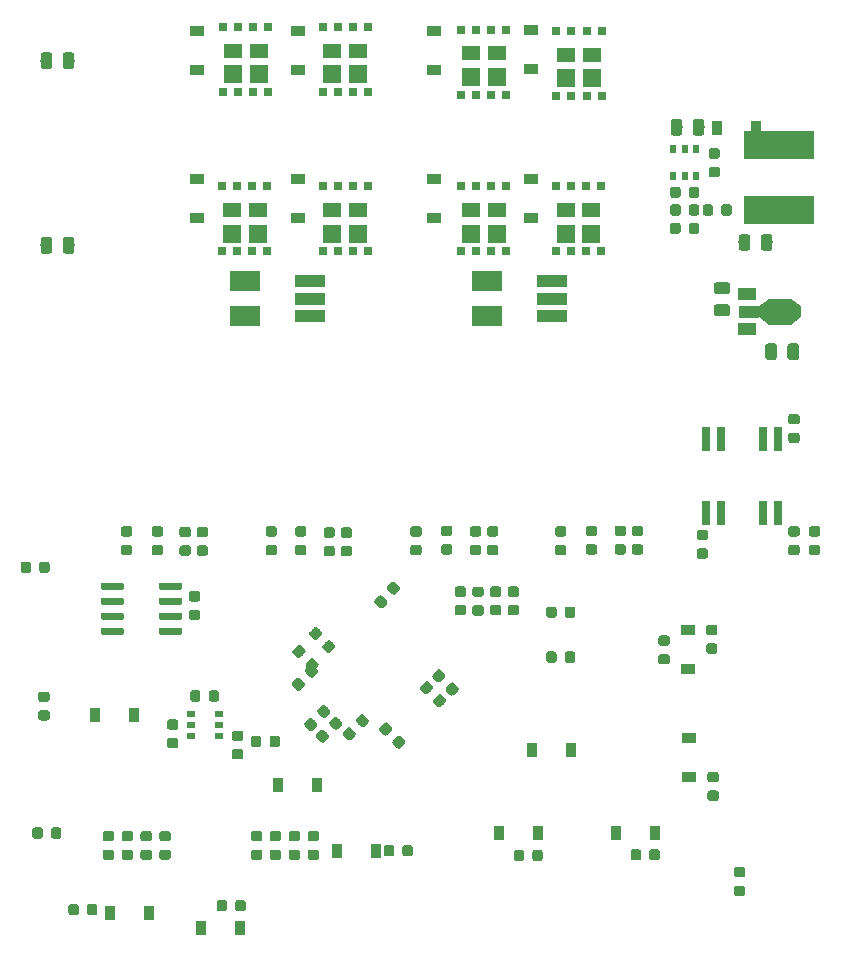
<source format=gbr>
G04 #@! TF.GenerationSoftware,KiCad,Pcbnew,(5.1.2)-1*
G04 #@! TF.CreationDate,2019-09-30T22:58:30+09:00*
G04 #@! TF.ProjectId,MD_Enbarr_x2,4d445f45-6e62-4617-9272-5f78322e6b69,rev?*
G04 #@! TF.SameCoordinates,Original*
G04 #@! TF.FileFunction,Paste,Bot*
G04 #@! TF.FilePolarity,Positive*
%FSLAX46Y46*%
G04 Gerber Fmt 4.6, Leading zero omitted, Abs format (unit mm)*
G04 Created by KiCad (PCBNEW (5.1.2)-1) date 2019-09-30 22:58:30*
%MOMM*%
%LPD*%
G04 APERTURE LIST*
%ADD10C,0.100000*%
%ADD11C,0.875000*%
%ADD12R,1.550000X1.200000*%
%ADD13R,1.550000X1.600000*%
%ADD14R,0.700000X0.800000*%
%ADD15C,0.975000*%
%ADD16R,1.200000X0.900000*%
%ADD17R,0.900000X1.200000*%
%ADD18R,5.900000X2.450000*%
%ADD19C,0.600000*%
%ADD20R,0.700000X0.510000*%
%ADD21R,0.640000X2.000000*%
%ADD22R,0.510000X0.700000*%
%ADD23C,0.850000*%
%ADD24R,1.500000X1.000000*%
%ADD25R,1.800000X1.000000*%
%ADD26R,1.840000X2.200000*%
%ADD27C,1.000000*%
%ADD28R,2.500000X1.800000*%
%ADD29R,2.500000X1.000000*%
G04 APERTURE END LIST*
D10*
G36*
X97777691Y-125576053D02*
G01*
X97798926Y-125579203D01*
X97819750Y-125584419D01*
X97839962Y-125591651D01*
X97859368Y-125600830D01*
X97877781Y-125611866D01*
X97895024Y-125624654D01*
X97910930Y-125639070D01*
X97925346Y-125654976D01*
X97938134Y-125672219D01*
X97949170Y-125690632D01*
X97958349Y-125710038D01*
X97965581Y-125730250D01*
X97970797Y-125751074D01*
X97973947Y-125772309D01*
X97975000Y-125793750D01*
X97975000Y-126231250D01*
X97973947Y-126252691D01*
X97970797Y-126273926D01*
X97965581Y-126294750D01*
X97958349Y-126314962D01*
X97949170Y-126334368D01*
X97938134Y-126352781D01*
X97925346Y-126370024D01*
X97910930Y-126385930D01*
X97895024Y-126400346D01*
X97877781Y-126413134D01*
X97859368Y-126424170D01*
X97839962Y-126433349D01*
X97819750Y-126440581D01*
X97798926Y-126445797D01*
X97777691Y-126448947D01*
X97756250Y-126450000D01*
X97243750Y-126450000D01*
X97222309Y-126448947D01*
X97201074Y-126445797D01*
X97180250Y-126440581D01*
X97160038Y-126433349D01*
X97140632Y-126424170D01*
X97122219Y-126413134D01*
X97104976Y-126400346D01*
X97089070Y-126385930D01*
X97074654Y-126370024D01*
X97061866Y-126352781D01*
X97050830Y-126334368D01*
X97041651Y-126314962D01*
X97034419Y-126294750D01*
X97029203Y-126273926D01*
X97026053Y-126252691D01*
X97025000Y-126231250D01*
X97025000Y-125793750D01*
X97026053Y-125772309D01*
X97029203Y-125751074D01*
X97034419Y-125730250D01*
X97041651Y-125710038D01*
X97050830Y-125690632D01*
X97061866Y-125672219D01*
X97074654Y-125654976D01*
X97089070Y-125639070D01*
X97104976Y-125624654D01*
X97122219Y-125611866D01*
X97140632Y-125600830D01*
X97160038Y-125591651D01*
X97180250Y-125584419D01*
X97201074Y-125579203D01*
X97222309Y-125576053D01*
X97243750Y-125575000D01*
X97756250Y-125575000D01*
X97777691Y-125576053D01*
X97777691Y-125576053D01*
G37*
D11*
X97500000Y-126012500D03*
D10*
G36*
X97777691Y-127151053D02*
G01*
X97798926Y-127154203D01*
X97819750Y-127159419D01*
X97839962Y-127166651D01*
X97859368Y-127175830D01*
X97877781Y-127186866D01*
X97895024Y-127199654D01*
X97910930Y-127214070D01*
X97925346Y-127229976D01*
X97938134Y-127247219D01*
X97949170Y-127265632D01*
X97958349Y-127285038D01*
X97965581Y-127305250D01*
X97970797Y-127326074D01*
X97973947Y-127347309D01*
X97975000Y-127368750D01*
X97975000Y-127806250D01*
X97973947Y-127827691D01*
X97970797Y-127848926D01*
X97965581Y-127869750D01*
X97958349Y-127889962D01*
X97949170Y-127909368D01*
X97938134Y-127927781D01*
X97925346Y-127945024D01*
X97910930Y-127960930D01*
X97895024Y-127975346D01*
X97877781Y-127988134D01*
X97859368Y-127999170D01*
X97839962Y-128008349D01*
X97819750Y-128015581D01*
X97798926Y-128020797D01*
X97777691Y-128023947D01*
X97756250Y-128025000D01*
X97243750Y-128025000D01*
X97222309Y-128023947D01*
X97201074Y-128020797D01*
X97180250Y-128015581D01*
X97160038Y-128008349D01*
X97140632Y-127999170D01*
X97122219Y-127988134D01*
X97104976Y-127975346D01*
X97089070Y-127960930D01*
X97074654Y-127945024D01*
X97061866Y-127927781D01*
X97050830Y-127909368D01*
X97041651Y-127889962D01*
X97034419Y-127869750D01*
X97029203Y-127848926D01*
X97026053Y-127827691D01*
X97025000Y-127806250D01*
X97025000Y-127368750D01*
X97026053Y-127347309D01*
X97029203Y-127326074D01*
X97034419Y-127305250D01*
X97041651Y-127285038D01*
X97050830Y-127265632D01*
X97061866Y-127247219D01*
X97074654Y-127229976D01*
X97089070Y-127214070D01*
X97104976Y-127199654D01*
X97122219Y-127186866D01*
X97140632Y-127175830D01*
X97160038Y-127166651D01*
X97180250Y-127159419D01*
X97201074Y-127154203D01*
X97222309Y-127151053D01*
X97243750Y-127150000D01*
X97756250Y-127150000D01*
X97777691Y-127151053D01*
X97777691Y-127151053D01*
G37*
D11*
X97500000Y-127587500D03*
D12*
X97680000Y-59500000D03*
X95500000Y-59500000D03*
D13*
X97680000Y-61500000D03*
X95500000Y-61500000D03*
D14*
X94680000Y-63000000D03*
X95950000Y-63000000D03*
X97230000Y-63000000D03*
X98500000Y-63000000D03*
X98500000Y-57500000D03*
X97230000Y-57500000D03*
X95950000Y-57500000D03*
X94680000Y-57500000D03*
D10*
G36*
X138677691Y-130201053D02*
G01*
X138698926Y-130204203D01*
X138719750Y-130209419D01*
X138739962Y-130216651D01*
X138759368Y-130225830D01*
X138777781Y-130236866D01*
X138795024Y-130249654D01*
X138810930Y-130264070D01*
X138825346Y-130279976D01*
X138838134Y-130297219D01*
X138849170Y-130315632D01*
X138858349Y-130335038D01*
X138865581Y-130355250D01*
X138870797Y-130376074D01*
X138873947Y-130397309D01*
X138875000Y-130418750D01*
X138875000Y-130856250D01*
X138873947Y-130877691D01*
X138870797Y-130898926D01*
X138865581Y-130919750D01*
X138858349Y-130939962D01*
X138849170Y-130959368D01*
X138838134Y-130977781D01*
X138825346Y-130995024D01*
X138810930Y-131010930D01*
X138795024Y-131025346D01*
X138777781Y-131038134D01*
X138759368Y-131049170D01*
X138739962Y-131058349D01*
X138719750Y-131065581D01*
X138698926Y-131070797D01*
X138677691Y-131073947D01*
X138656250Y-131075000D01*
X138143750Y-131075000D01*
X138122309Y-131073947D01*
X138101074Y-131070797D01*
X138080250Y-131065581D01*
X138060038Y-131058349D01*
X138040632Y-131049170D01*
X138022219Y-131038134D01*
X138004976Y-131025346D01*
X137989070Y-131010930D01*
X137974654Y-130995024D01*
X137961866Y-130977781D01*
X137950830Y-130959368D01*
X137941651Y-130939962D01*
X137934419Y-130919750D01*
X137929203Y-130898926D01*
X137926053Y-130877691D01*
X137925000Y-130856250D01*
X137925000Y-130418750D01*
X137926053Y-130397309D01*
X137929203Y-130376074D01*
X137934419Y-130355250D01*
X137941651Y-130335038D01*
X137950830Y-130315632D01*
X137961866Y-130297219D01*
X137974654Y-130279976D01*
X137989070Y-130264070D01*
X138004976Y-130249654D01*
X138022219Y-130236866D01*
X138040632Y-130225830D01*
X138060038Y-130216651D01*
X138080250Y-130209419D01*
X138101074Y-130204203D01*
X138122309Y-130201053D01*
X138143750Y-130200000D01*
X138656250Y-130200000D01*
X138677691Y-130201053D01*
X138677691Y-130201053D01*
G37*
D11*
X138400000Y-130637500D03*
D10*
G36*
X138677691Y-128626053D02*
G01*
X138698926Y-128629203D01*
X138719750Y-128634419D01*
X138739962Y-128641651D01*
X138759368Y-128650830D01*
X138777781Y-128661866D01*
X138795024Y-128674654D01*
X138810930Y-128689070D01*
X138825346Y-128704976D01*
X138838134Y-128722219D01*
X138849170Y-128740632D01*
X138858349Y-128760038D01*
X138865581Y-128780250D01*
X138870797Y-128801074D01*
X138873947Y-128822309D01*
X138875000Y-128843750D01*
X138875000Y-129281250D01*
X138873947Y-129302691D01*
X138870797Y-129323926D01*
X138865581Y-129344750D01*
X138858349Y-129364962D01*
X138849170Y-129384368D01*
X138838134Y-129402781D01*
X138825346Y-129420024D01*
X138810930Y-129435930D01*
X138795024Y-129450346D01*
X138777781Y-129463134D01*
X138759368Y-129474170D01*
X138739962Y-129483349D01*
X138719750Y-129490581D01*
X138698926Y-129495797D01*
X138677691Y-129498947D01*
X138656250Y-129500000D01*
X138143750Y-129500000D01*
X138122309Y-129498947D01*
X138101074Y-129495797D01*
X138080250Y-129490581D01*
X138060038Y-129483349D01*
X138040632Y-129474170D01*
X138022219Y-129463134D01*
X138004976Y-129450346D01*
X137989070Y-129435930D01*
X137974654Y-129420024D01*
X137961866Y-129402781D01*
X137950830Y-129384368D01*
X137941651Y-129364962D01*
X137934419Y-129344750D01*
X137929203Y-129323926D01*
X137926053Y-129302691D01*
X137925000Y-129281250D01*
X137925000Y-128843750D01*
X137926053Y-128822309D01*
X137929203Y-128801074D01*
X137934419Y-128780250D01*
X137941651Y-128760038D01*
X137950830Y-128740632D01*
X137961866Y-128722219D01*
X137974654Y-128704976D01*
X137989070Y-128689070D01*
X138004976Y-128674654D01*
X138022219Y-128661866D01*
X138040632Y-128650830D01*
X138060038Y-128641651D01*
X138080250Y-128634419D01*
X138101074Y-128629203D01*
X138122309Y-128626053D01*
X138143750Y-128625000D01*
X138656250Y-128625000D01*
X138677691Y-128626053D01*
X138677691Y-128626053D01*
G37*
D11*
X138400000Y-129062500D03*
D10*
G36*
X136327691Y-109701053D02*
G01*
X136348926Y-109704203D01*
X136369750Y-109709419D01*
X136389962Y-109716651D01*
X136409368Y-109725830D01*
X136427781Y-109736866D01*
X136445024Y-109749654D01*
X136460930Y-109764070D01*
X136475346Y-109779976D01*
X136488134Y-109797219D01*
X136499170Y-109815632D01*
X136508349Y-109835038D01*
X136515581Y-109855250D01*
X136520797Y-109876074D01*
X136523947Y-109897309D01*
X136525000Y-109918750D01*
X136525000Y-110356250D01*
X136523947Y-110377691D01*
X136520797Y-110398926D01*
X136515581Y-110419750D01*
X136508349Y-110439962D01*
X136499170Y-110459368D01*
X136488134Y-110477781D01*
X136475346Y-110495024D01*
X136460930Y-110510930D01*
X136445024Y-110525346D01*
X136427781Y-110538134D01*
X136409368Y-110549170D01*
X136389962Y-110558349D01*
X136369750Y-110565581D01*
X136348926Y-110570797D01*
X136327691Y-110573947D01*
X136306250Y-110575000D01*
X135793750Y-110575000D01*
X135772309Y-110573947D01*
X135751074Y-110570797D01*
X135730250Y-110565581D01*
X135710038Y-110558349D01*
X135690632Y-110549170D01*
X135672219Y-110538134D01*
X135654976Y-110525346D01*
X135639070Y-110510930D01*
X135624654Y-110495024D01*
X135611866Y-110477781D01*
X135600830Y-110459368D01*
X135591651Y-110439962D01*
X135584419Y-110419750D01*
X135579203Y-110398926D01*
X135576053Y-110377691D01*
X135575000Y-110356250D01*
X135575000Y-109918750D01*
X135576053Y-109897309D01*
X135579203Y-109876074D01*
X135584419Y-109855250D01*
X135591651Y-109835038D01*
X135600830Y-109815632D01*
X135611866Y-109797219D01*
X135624654Y-109779976D01*
X135639070Y-109764070D01*
X135654976Y-109749654D01*
X135672219Y-109736866D01*
X135690632Y-109725830D01*
X135710038Y-109716651D01*
X135730250Y-109709419D01*
X135751074Y-109704203D01*
X135772309Y-109701053D01*
X135793750Y-109700000D01*
X136306250Y-109700000D01*
X136327691Y-109701053D01*
X136327691Y-109701053D01*
G37*
D11*
X136050000Y-110137500D03*
D10*
G36*
X136327691Y-108126053D02*
G01*
X136348926Y-108129203D01*
X136369750Y-108134419D01*
X136389962Y-108141651D01*
X136409368Y-108150830D01*
X136427781Y-108161866D01*
X136445024Y-108174654D01*
X136460930Y-108189070D01*
X136475346Y-108204976D01*
X136488134Y-108222219D01*
X136499170Y-108240632D01*
X136508349Y-108260038D01*
X136515581Y-108280250D01*
X136520797Y-108301074D01*
X136523947Y-108322309D01*
X136525000Y-108343750D01*
X136525000Y-108781250D01*
X136523947Y-108802691D01*
X136520797Y-108823926D01*
X136515581Y-108844750D01*
X136508349Y-108864962D01*
X136499170Y-108884368D01*
X136488134Y-108902781D01*
X136475346Y-108920024D01*
X136460930Y-108935930D01*
X136445024Y-108950346D01*
X136427781Y-108963134D01*
X136409368Y-108974170D01*
X136389962Y-108983349D01*
X136369750Y-108990581D01*
X136348926Y-108995797D01*
X136327691Y-108998947D01*
X136306250Y-109000000D01*
X135793750Y-109000000D01*
X135772309Y-108998947D01*
X135751074Y-108995797D01*
X135730250Y-108990581D01*
X135710038Y-108983349D01*
X135690632Y-108974170D01*
X135672219Y-108963134D01*
X135654976Y-108950346D01*
X135639070Y-108935930D01*
X135624654Y-108920024D01*
X135611866Y-108902781D01*
X135600830Y-108884368D01*
X135591651Y-108864962D01*
X135584419Y-108844750D01*
X135579203Y-108823926D01*
X135576053Y-108802691D01*
X135575000Y-108781250D01*
X135575000Y-108343750D01*
X135576053Y-108322309D01*
X135579203Y-108301074D01*
X135584419Y-108280250D01*
X135591651Y-108260038D01*
X135600830Y-108240632D01*
X135611866Y-108222219D01*
X135624654Y-108204976D01*
X135639070Y-108189070D01*
X135654976Y-108174654D01*
X135672219Y-108161866D01*
X135690632Y-108150830D01*
X135710038Y-108141651D01*
X135730250Y-108134419D01*
X135751074Y-108129203D01*
X135772309Y-108126053D01*
X135793750Y-108125000D01*
X136306250Y-108125000D01*
X136327691Y-108126053D01*
X136327691Y-108126053D01*
G37*
D11*
X136050000Y-108562500D03*
D10*
G36*
X108491111Y-116389580D02*
G01*
X108512346Y-116392730D01*
X108533170Y-116397946D01*
X108553382Y-116405178D01*
X108572788Y-116414357D01*
X108591201Y-116425393D01*
X108608444Y-116438181D01*
X108624350Y-116452597D01*
X108933709Y-116761956D01*
X108948125Y-116777862D01*
X108960913Y-116795105D01*
X108971949Y-116813518D01*
X108981128Y-116832924D01*
X108988360Y-116853136D01*
X108993576Y-116873960D01*
X108996726Y-116895195D01*
X108997779Y-116916636D01*
X108996726Y-116938077D01*
X108993576Y-116959312D01*
X108988360Y-116980136D01*
X108981128Y-117000348D01*
X108971949Y-117019754D01*
X108960913Y-117038167D01*
X108948125Y-117055410D01*
X108933709Y-117071316D01*
X108571316Y-117433709D01*
X108555410Y-117448125D01*
X108538167Y-117460913D01*
X108519754Y-117471949D01*
X108500348Y-117481128D01*
X108480136Y-117488360D01*
X108459312Y-117493576D01*
X108438077Y-117496726D01*
X108416636Y-117497779D01*
X108395195Y-117496726D01*
X108373960Y-117493576D01*
X108353136Y-117488360D01*
X108332924Y-117481128D01*
X108313518Y-117471949D01*
X108295105Y-117460913D01*
X108277862Y-117448125D01*
X108261956Y-117433709D01*
X107952597Y-117124350D01*
X107938181Y-117108444D01*
X107925393Y-117091201D01*
X107914357Y-117072788D01*
X107905178Y-117053382D01*
X107897946Y-117033170D01*
X107892730Y-117012346D01*
X107889580Y-116991111D01*
X107888527Y-116969670D01*
X107889580Y-116948229D01*
X107892730Y-116926994D01*
X107897946Y-116906170D01*
X107905178Y-116885958D01*
X107914357Y-116866552D01*
X107925393Y-116848139D01*
X107938181Y-116830896D01*
X107952597Y-116814990D01*
X108314990Y-116452597D01*
X108330896Y-116438181D01*
X108348139Y-116425393D01*
X108366552Y-116414357D01*
X108385958Y-116405178D01*
X108406170Y-116397946D01*
X108426994Y-116392730D01*
X108448229Y-116389580D01*
X108469670Y-116388527D01*
X108491111Y-116389580D01*
X108491111Y-116389580D01*
G37*
D11*
X108443153Y-116943153D03*
D10*
G36*
X109604805Y-117503274D02*
G01*
X109626040Y-117506424D01*
X109646864Y-117511640D01*
X109667076Y-117518872D01*
X109686482Y-117528051D01*
X109704895Y-117539087D01*
X109722138Y-117551875D01*
X109738044Y-117566291D01*
X110047403Y-117875650D01*
X110061819Y-117891556D01*
X110074607Y-117908799D01*
X110085643Y-117927212D01*
X110094822Y-117946618D01*
X110102054Y-117966830D01*
X110107270Y-117987654D01*
X110110420Y-118008889D01*
X110111473Y-118030330D01*
X110110420Y-118051771D01*
X110107270Y-118073006D01*
X110102054Y-118093830D01*
X110094822Y-118114042D01*
X110085643Y-118133448D01*
X110074607Y-118151861D01*
X110061819Y-118169104D01*
X110047403Y-118185010D01*
X109685010Y-118547403D01*
X109669104Y-118561819D01*
X109651861Y-118574607D01*
X109633448Y-118585643D01*
X109614042Y-118594822D01*
X109593830Y-118602054D01*
X109573006Y-118607270D01*
X109551771Y-118610420D01*
X109530330Y-118611473D01*
X109508889Y-118610420D01*
X109487654Y-118607270D01*
X109466830Y-118602054D01*
X109446618Y-118594822D01*
X109427212Y-118585643D01*
X109408799Y-118574607D01*
X109391556Y-118561819D01*
X109375650Y-118547403D01*
X109066291Y-118238044D01*
X109051875Y-118222138D01*
X109039087Y-118204895D01*
X109028051Y-118186482D01*
X109018872Y-118167076D01*
X109011640Y-118146864D01*
X109006424Y-118126040D01*
X109003274Y-118104805D01*
X109002221Y-118083364D01*
X109003274Y-118061923D01*
X109006424Y-118040688D01*
X109011640Y-118019864D01*
X109018872Y-117999652D01*
X109028051Y-117980246D01*
X109039087Y-117961833D01*
X109051875Y-117944590D01*
X109066291Y-117928684D01*
X109428684Y-117566291D01*
X109444590Y-117551875D01*
X109461833Y-117539087D01*
X109480246Y-117528051D01*
X109499652Y-117518872D01*
X109519864Y-117511640D01*
X109540688Y-117506424D01*
X109561923Y-117503274D01*
X109583364Y-117502221D01*
X109604805Y-117503274D01*
X109604805Y-117503274D01*
G37*
D11*
X109556847Y-118056847D03*
D10*
G36*
X114104805Y-113003274D02*
G01*
X114126040Y-113006424D01*
X114146864Y-113011640D01*
X114167076Y-113018872D01*
X114186482Y-113028051D01*
X114204895Y-113039087D01*
X114222138Y-113051875D01*
X114238044Y-113066291D01*
X114547403Y-113375650D01*
X114561819Y-113391556D01*
X114574607Y-113408799D01*
X114585643Y-113427212D01*
X114594822Y-113446618D01*
X114602054Y-113466830D01*
X114607270Y-113487654D01*
X114610420Y-113508889D01*
X114611473Y-113530330D01*
X114610420Y-113551771D01*
X114607270Y-113573006D01*
X114602054Y-113593830D01*
X114594822Y-113614042D01*
X114585643Y-113633448D01*
X114574607Y-113651861D01*
X114561819Y-113669104D01*
X114547403Y-113685010D01*
X114185010Y-114047403D01*
X114169104Y-114061819D01*
X114151861Y-114074607D01*
X114133448Y-114085643D01*
X114114042Y-114094822D01*
X114093830Y-114102054D01*
X114073006Y-114107270D01*
X114051771Y-114110420D01*
X114030330Y-114111473D01*
X114008889Y-114110420D01*
X113987654Y-114107270D01*
X113966830Y-114102054D01*
X113946618Y-114094822D01*
X113927212Y-114085643D01*
X113908799Y-114074607D01*
X113891556Y-114061819D01*
X113875650Y-114047403D01*
X113566291Y-113738044D01*
X113551875Y-113722138D01*
X113539087Y-113704895D01*
X113528051Y-113686482D01*
X113518872Y-113667076D01*
X113511640Y-113646864D01*
X113506424Y-113626040D01*
X113503274Y-113604805D01*
X113502221Y-113583364D01*
X113503274Y-113561923D01*
X113506424Y-113540688D01*
X113511640Y-113519864D01*
X113518872Y-113499652D01*
X113528051Y-113480246D01*
X113539087Y-113461833D01*
X113551875Y-113444590D01*
X113566291Y-113428684D01*
X113928684Y-113066291D01*
X113944590Y-113051875D01*
X113961833Y-113039087D01*
X113980246Y-113028051D01*
X113999652Y-113018872D01*
X114019864Y-113011640D01*
X114040688Y-113006424D01*
X114061923Y-113003274D01*
X114083364Y-113002221D01*
X114104805Y-113003274D01*
X114104805Y-113003274D01*
G37*
D11*
X114056847Y-113556847D03*
D10*
G36*
X112991111Y-111889580D02*
G01*
X113012346Y-111892730D01*
X113033170Y-111897946D01*
X113053382Y-111905178D01*
X113072788Y-111914357D01*
X113091201Y-111925393D01*
X113108444Y-111938181D01*
X113124350Y-111952597D01*
X113433709Y-112261956D01*
X113448125Y-112277862D01*
X113460913Y-112295105D01*
X113471949Y-112313518D01*
X113481128Y-112332924D01*
X113488360Y-112353136D01*
X113493576Y-112373960D01*
X113496726Y-112395195D01*
X113497779Y-112416636D01*
X113496726Y-112438077D01*
X113493576Y-112459312D01*
X113488360Y-112480136D01*
X113481128Y-112500348D01*
X113471949Y-112519754D01*
X113460913Y-112538167D01*
X113448125Y-112555410D01*
X113433709Y-112571316D01*
X113071316Y-112933709D01*
X113055410Y-112948125D01*
X113038167Y-112960913D01*
X113019754Y-112971949D01*
X113000348Y-112981128D01*
X112980136Y-112988360D01*
X112959312Y-112993576D01*
X112938077Y-112996726D01*
X112916636Y-112997779D01*
X112895195Y-112996726D01*
X112873960Y-112993576D01*
X112853136Y-112988360D01*
X112832924Y-112981128D01*
X112813518Y-112971949D01*
X112795105Y-112960913D01*
X112777862Y-112948125D01*
X112761956Y-112933709D01*
X112452597Y-112624350D01*
X112438181Y-112608444D01*
X112425393Y-112591201D01*
X112414357Y-112572788D01*
X112405178Y-112553382D01*
X112397946Y-112533170D01*
X112392730Y-112512346D01*
X112389580Y-112491111D01*
X112388527Y-112469670D01*
X112389580Y-112448229D01*
X112392730Y-112426994D01*
X112397946Y-112406170D01*
X112405178Y-112385958D01*
X112414357Y-112366552D01*
X112425393Y-112348139D01*
X112438181Y-112330896D01*
X112452597Y-112314990D01*
X112814990Y-111952597D01*
X112830896Y-111938181D01*
X112848139Y-111925393D01*
X112866552Y-111914357D01*
X112885958Y-111905178D01*
X112906170Y-111897946D01*
X112926994Y-111892730D01*
X112948229Y-111889580D01*
X112969670Y-111888527D01*
X112991111Y-111889580D01*
X112991111Y-111889580D01*
G37*
D11*
X112943153Y-112443153D03*
D10*
G36*
X79777691Y-102776053D02*
G01*
X79798926Y-102779203D01*
X79819750Y-102784419D01*
X79839962Y-102791651D01*
X79859368Y-102800830D01*
X79877781Y-102811866D01*
X79895024Y-102824654D01*
X79910930Y-102839070D01*
X79925346Y-102854976D01*
X79938134Y-102872219D01*
X79949170Y-102890632D01*
X79958349Y-102910038D01*
X79965581Y-102930250D01*
X79970797Y-102951074D01*
X79973947Y-102972309D01*
X79975000Y-102993750D01*
X79975000Y-103506250D01*
X79973947Y-103527691D01*
X79970797Y-103548926D01*
X79965581Y-103569750D01*
X79958349Y-103589962D01*
X79949170Y-103609368D01*
X79938134Y-103627781D01*
X79925346Y-103645024D01*
X79910930Y-103660930D01*
X79895024Y-103675346D01*
X79877781Y-103688134D01*
X79859368Y-103699170D01*
X79839962Y-103708349D01*
X79819750Y-103715581D01*
X79798926Y-103720797D01*
X79777691Y-103723947D01*
X79756250Y-103725000D01*
X79318750Y-103725000D01*
X79297309Y-103723947D01*
X79276074Y-103720797D01*
X79255250Y-103715581D01*
X79235038Y-103708349D01*
X79215632Y-103699170D01*
X79197219Y-103688134D01*
X79179976Y-103675346D01*
X79164070Y-103660930D01*
X79149654Y-103645024D01*
X79136866Y-103627781D01*
X79125830Y-103609368D01*
X79116651Y-103589962D01*
X79109419Y-103569750D01*
X79104203Y-103548926D01*
X79101053Y-103527691D01*
X79100000Y-103506250D01*
X79100000Y-102993750D01*
X79101053Y-102972309D01*
X79104203Y-102951074D01*
X79109419Y-102930250D01*
X79116651Y-102910038D01*
X79125830Y-102890632D01*
X79136866Y-102872219D01*
X79149654Y-102854976D01*
X79164070Y-102839070D01*
X79179976Y-102824654D01*
X79197219Y-102811866D01*
X79215632Y-102800830D01*
X79235038Y-102791651D01*
X79255250Y-102784419D01*
X79276074Y-102779203D01*
X79297309Y-102776053D01*
X79318750Y-102775000D01*
X79756250Y-102775000D01*
X79777691Y-102776053D01*
X79777691Y-102776053D01*
G37*
D11*
X79537500Y-103250000D03*
D10*
G36*
X78202691Y-102776053D02*
G01*
X78223926Y-102779203D01*
X78244750Y-102784419D01*
X78264962Y-102791651D01*
X78284368Y-102800830D01*
X78302781Y-102811866D01*
X78320024Y-102824654D01*
X78335930Y-102839070D01*
X78350346Y-102854976D01*
X78363134Y-102872219D01*
X78374170Y-102890632D01*
X78383349Y-102910038D01*
X78390581Y-102930250D01*
X78395797Y-102951074D01*
X78398947Y-102972309D01*
X78400000Y-102993750D01*
X78400000Y-103506250D01*
X78398947Y-103527691D01*
X78395797Y-103548926D01*
X78390581Y-103569750D01*
X78383349Y-103589962D01*
X78374170Y-103609368D01*
X78363134Y-103627781D01*
X78350346Y-103645024D01*
X78335930Y-103660930D01*
X78320024Y-103675346D01*
X78302781Y-103688134D01*
X78284368Y-103699170D01*
X78264962Y-103708349D01*
X78244750Y-103715581D01*
X78223926Y-103720797D01*
X78202691Y-103723947D01*
X78181250Y-103725000D01*
X77743750Y-103725000D01*
X77722309Y-103723947D01*
X77701074Y-103720797D01*
X77680250Y-103715581D01*
X77660038Y-103708349D01*
X77640632Y-103699170D01*
X77622219Y-103688134D01*
X77604976Y-103675346D01*
X77589070Y-103660930D01*
X77574654Y-103645024D01*
X77561866Y-103627781D01*
X77550830Y-103609368D01*
X77541651Y-103589962D01*
X77534419Y-103569750D01*
X77529203Y-103548926D01*
X77526053Y-103527691D01*
X77525000Y-103506250D01*
X77525000Y-102993750D01*
X77526053Y-102972309D01*
X77529203Y-102951074D01*
X77534419Y-102930250D01*
X77541651Y-102910038D01*
X77550830Y-102890632D01*
X77561866Y-102872219D01*
X77574654Y-102854976D01*
X77589070Y-102839070D01*
X77604976Y-102824654D01*
X77622219Y-102811866D01*
X77640632Y-102800830D01*
X77660038Y-102791651D01*
X77680250Y-102784419D01*
X77701074Y-102779203D01*
X77722309Y-102776053D01*
X77743750Y-102775000D01*
X78181250Y-102775000D01*
X78202691Y-102776053D01*
X78202691Y-102776053D01*
G37*
D11*
X77962500Y-103250000D03*
D10*
G36*
X109064270Y-104464259D02*
G01*
X109085338Y-104468378D01*
X109105901Y-104474542D01*
X109125761Y-104482692D01*
X109144726Y-104492750D01*
X109162614Y-104504618D01*
X109179253Y-104518182D01*
X109560115Y-104861112D01*
X109575345Y-104876242D01*
X109589017Y-104892792D01*
X109601002Y-104910602D01*
X109611184Y-104929501D01*
X109619464Y-104949307D01*
X109625762Y-104969829D01*
X109630019Y-104990870D01*
X109632193Y-105012227D01*
X109632263Y-105033694D01*
X109630229Y-105055064D01*
X109626110Y-105076132D01*
X109619946Y-105096695D01*
X109611796Y-105116555D01*
X109601738Y-105135520D01*
X109589870Y-105153409D01*
X109576306Y-105170047D01*
X109283562Y-105495173D01*
X109268432Y-105510402D01*
X109251883Y-105524075D01*
X109234073Y-105536060D01*
X109215174Y-105546241D01*
X109195368Y-105554521D01*
X109174845Y-105560820D01*
X109153805Y-105565077D01*
X109132448Y-105567251D01*
X109110981Y-105567321D01*
X109089610Y-105565287D01*
X109068542Y-105561168D01*
X109047979Y-105555004D01*
X109028119Y-105546854D01*
X109009154Y-105536796D01*
X108991266Y-105524928D01*
X108974627Y-105511364D01*
X108593765Y-105168434D01*
X108578535Y-105153304D01*
X108564863Y-105136754D01*
X108552878Y-105118944D01*
X108542696Y-105100045D01*
X108534416Y-105080239D01*
X108528118Y-105059717D01*
X108523861Y-105038676D01*
X108521687Y-105017319D01*
X108521617Y-104995852D01*
X108523651Y-104974482D01*
X108527770Y-104953414D01*
X108533934Y-104932851D01*
X108542084Y-104912991D01*
X108552142Y-104894026D01*
X108564010Y-104876137D01*
X108577574Y-104859499D01*
X108870318Y-104534373D01*
X108885448Y-104519144D01*
X108901997Y-104505471D01*
X108919807Y-104493486D01*
X108938706Y-104483305D01*
X108958512Y-104475025D01*
X108979035Y-104468726D01*
X109000075Y-104464469D01*
X109021432Y-104462295D01*
X109042899Y-104462225D01*
X109064270Y-104464259D01*
X109064270Y-104464259D01*
G37*
D11*
X109076940Y-105014773D03*
D10*
G36*
X108010390Y-105634713D02*
G01*
X108031458Y-105638832D01*
X108052021Y-105644996D01*
X108071881Y-105653146D01*
X108090846Y-105663204D01*
X108108734Y-105675072D01*
X108125373Y-105688636D01*
X108506235Y-106031566D01*
X108521465Y-106046696D01*
X108535137Y-106063246D01*
X108547122Y-106081056D01*
X108557304Y-106099955D01*
X108565584Y-106119761D01*
X108571882Y-106140283D01*
X108576139Y-106161324D01*
X108578313Y-106182681D01*
X108578383Y-106204148D01*
X108576349Y-106225518D01*
X108572230Y-106246586D01*
X108566066Y-106267149D01*
X108557916Y-106287009D01*
X108547858Y-106305974D01*
X108535990Y-106323863D01*
X108522426Y-106340501D01*
X108229682Y-106665627D01*
X108214552Y-106680856D01*
X108198003Y-106694529D01*
X108180193Y-106706514D01*
X108161294Y-106716695D01*
X108141488Y-106724975D01*
X108120965Y-106731274D01*
X108099925Y-106735531D01*
X108078568Y-106737705D01*
X108057101Y-106737775D01*
X108035730Y-106735741D01*
X108014662Y-106731622D01*
X107994099Y-106725458D01*
X107974239Y-106717308D01*
X107955274Y-106707250D01*
X107937386Y-106695382D01*
X107920747Y-106681818D01*
X107539885Y-106338888D01*
X107524655Y-106323758D01*
X107510983Y-106307208D01*
X107498998Y-106289398D01*
X107488816Y-106270499D01*
X107480536Y-106250693D01*
X107474238Y-106230171D01*
X107469981Y-106209130D01*
X107467807Y-106187773D01*
X107467737Y-106166306D01*
X107469771Y-106144936D01*
X107473890Y-106123868D01*
X107480054Y-106103305D01*
X107488204Y-106083445D01*
X107498262Y-106064480D01*
X107510130Y-106046591D01*
X107523694Y-106029953D01*
X107816438Y-105704827D01*
X107831568Y-105689598D01*
X107848117Y-105675925D01*
X107865927Y-105663940D01*
X107884826Y-105653759D01*
X107904632Y-105645479D01*
X107925155Y-105639180D01*
X107946195Y-105634923D01*
X107967552Y-105632749D01*
X107989019Y-105632679D01*
X108010390Y-105634713D01*
X108010390Y-105634713D01*
G37*
D11*
X108023060Y-106185227D03*
D10*
G36*
X102254805Y-110953274D02*
G01*
X102276040Y-110956424D01*
X102296864Y-110961640D01*
X102317076Y-110968872D01*
X102336482Y-110978051D01*
X102354895Y-110989087D01*
X102372138Y-111001875D01*
X102388044Y-111016291D01*
X102697403Y-111325650D01*
X102711819Y-111341556D01*
X102724607Y-111358799D01*
X102735643Y-111377212D01*
X102744822Y-111396618D01*
X102752054Y-111416830D01*
X102757270Y-111437654D01*
X102760420Y-111458889D01*
X102761473Y-111480330D01*
X102760420Y-111501771D01*
X102757270Y-111523006D01*
X102752054Y-111543830D01*
X102744822Y-111564042D01*
X102735643Y-111583448D01*
X102724607Y-111601861D01*
X102711819Y-111619104D01*
X102697403Y-111635010D01*
X102335010Y-111997403D01*
X102319104Y-112011819D01*
X102301861Y-112024607D01*
X102283448Y-112035643D01*
X102264042Y-112044822D01*
X102243830Y-112052054D01*
X102223006Y-112057270D01*
X102201771Y-112060420D01*
X102180330Y-112061473D01*
X102158889Y-112060420D01*
X102137654Y-112057270D01*
X102116830Y-112052054D01*
X102096618Y-112044822D01*
X102077212Y-112035643D01*
X102058799Y-112024607D01*
X102041556Y-112011819D01*
X102025650Y-111997403D01*
X101716291Y-111688044D01*
X101701875Y-111672138D01*
X101689087Y-111654895D01*
X101678051Y-111636482D01*
X101668872Y-111617076D01*
X101661640Y-111596864D01*
X101656424Y-111576040D01*
X101653274Y-111554805D01*
X101652221Y-111533364D01*
X101653274Y-111511923D01*
X101656424Y-111490688D01*
X101661640Y-111469864D01*
X101668872Y-111449652D01*
X101678051Y-111430246D01*
X101689087Y-111411833D01*
X101701875Y-111394590D01*
X101716291Y-111378684D01*
X102078684Y-111016291D01*
X102094590Y-111001875D01*
X102111833Y-110989087D01*
X102130246Y-110978051D01*
X102149652Y-110968872D01*
X102169864Y-110961640D01*
X102190688Y-110956424D01*
X102211923Y-110953274D01*
X102233364Y-110952221D01*
X102254805Y-110953274D01*
X102254805Y-110953274D01*
G37*
D11*
X102206847Y-111506847D03*
D10*
G36*
X101141111Y-109839580D02*
G01*
X101162346Y-109842730D01*
X101183170Y-109847946D01*
X101203382Y-109855178D01*
X101222788Y-109864357D01*
X101241201Y-109875393D01*
X101258444Y-109888181D01*
X101274350Y-109902597D01*
X101583709Y-110211956D01*
X101598125Y-110227862D01*
X101610913Y-110245105D01*
X101621949Y-110263518D01*
X101631128Y-110282924D01*
X101638360Y-110303136D01*
X101643576Y-110323960D01*
X101646726Y-110345195D01*
X101647779Y-110366636D01*
X101646726Y-110388077D01*
X101643576Y-110409312D01*
X101638360Y-110430136D01*
X101631128Y-110450348D01*
X101621949Y-110469754D01*
X101610913Y-110488167D01*
X101598125Y-110505410D01*
X101583709Y-110521316D01*
X101221316Y-110883709D01*
X101205410Y-110898125D01*
X101188167Y-110910913D01*
X101169754Y-110921949D01*
X101150348Y-110931128D01*
X101130136Y-110938360D01*
X101109312Y-110943576D01*
X101088077Y-110946726D01*
X101066636Y-110947779D01*
X101045195Y-110946726D01*
X101023960Y-110943576D01*
X101003136Y-110938360D01*
X100982924Y-110931128D01*
X100963518Y-110921949D01*
X100945105Y-110910913D01*
X100927862Y-110898125D01*
X100911956Y-110883709D01*
X100602597Y-110574350D01*
X100588181Y-110558444D01*
X100575393Y-110541201D01*
X100564357Y-110522788D01*
X100555178Y-110503382D01*
X100547946Y-110483170D01*
X100542730Y-110462346D01*
X100539580Y-110441111D01*
X100538527Y-110419670D01*
X100539580Y-110398229D01*
X100542730Y-110376994D01*
X100547946Y-110356170D01*
X100555178Y-110335958D01*
X100564357Y-110316552D01*
X100575393Y-110298139D01*
X100588181Y-110280896D01*
X100602597Y-110264990D01*
X100964990Y-109902597D01*
X100980896Y-109888181D01*
X100998139Y-109875393D01*
X101016552Y-109864357D01*
X101035958Y-109855178D01*
X101056170Y-109847946D01*
X101076994Y-109842730D01*
X101098229Y-109839580D01*
X101119670Y-109838527D01*
X101141111Y-109839580D01*
X101141111Y-109839580D01*
G37*
D11*
X101093153Y-110393153D03*
D10*
G36*
X105338077Y-116803274D02*
G01*
X105359312Y-116806424D01*
X105380136Y-116811640D01*
X105400348Y-116818872D01*
X105419754Y-116828051D01*
X105438167Y-116839087D01*
X105455410Y-116851875D01*
X105471316Y-116866291D01*
X105833709Y-117228684D01*
X105848125Y-117244590D01*
X105860913Y-117261833D01*
X105871949Y-117280246D01*
X105881128Y-117299652D01*
X105888360Y-117319864D01*
X105893576Y-117340688D01*
X105896726Y-117361923D01*
X105897779Y-117383364D01*
X105896726Y-117404805D01*
X105893576Y-117426040D01*
X105888360Y-117446864D01*
X105881128Y-117467076D01*
X105871949Y-117486482D01*
X105860913Y-117504895D01*
X105848125Y-117522138D01*
X105833709Y-117538044D01*
X105524350Y-117847403D01*
X105508444Y-117861819D01*
X105491201Y-117874607D01*
X105472788Y-117885643D01*
X105453382Y-117894822D01*
X105433170Y-117902054D01*
X105412346Y-117907270D01*
X105391111Y-117910420D01*
X105369670Y-117911473D01*
X105348229Y-117910420D01*
X105326994Y-117907270D01*
X105306170Y-117902054D01*
X105285958Y-117894822D01*
X105266552Y-117885643D01*
X105248139Y-117874607D01*
X105230896Y-117861819D01*
X105214990Y-117847403D01*
X104852597Y-117485010D01*
X104838181Y-117469104D01*
X104825393Y-117451861D01*
X104814357Y-117433448D01*
X104805178Y-117414042D01*
X104797946Y-117393830D01*
X104792730Y-117373006D01*
X104789580Y-117351771D01*
X104788527Y-117330330D01*
X104789580Y-117308889D01*
X104792730Y-117287654D01*
X104797946Y-117266830D01*
X104805178Y-117246618D01*
X104814357Y-117227212D01*
X104825393Y-117208799D01*
X104838181Y-117191556D01*
X104852597Y-117175650D01*
X105161956Y-116866291D01*
X105177862Y-116851875D01*
X105195105Y-116839087D01*
X105213518Y-116828051D01*
X105232924Y-116818872D01*
X105253136Y-116811640D01*
X105273960Y-116806424D01*
X105295195Y-116803274D01*
X105316636Y-116802221D01*
X105338077Y-116803274D01*
X105338077Y-116803274D01*
G37*
D11*
X105343153Y-117356847D03*
D10*
G36*
X106451771Y-115689580D02*
G01*
X106473006Y-115692730D01*
X106493830Y-115697946D01*
X106514042Y-115705178D01*
X106533448Y-115714357D01*
X106551861Y-115725393D01*
X106569104Y-115738181D01*
X106585010Y-115752597D01*
X106947403Y-116114990D01*
X106961819Y-116130896D01*
X106974607Y-116148139D01*
X106985643Y-116166552D01*
X106994822Y-116185958D01*
X107002054Y-116206170D01*
X107007270Y-116226994D01*
X107010420Y-116248229D01*
X107011473Y-116269670D01*
X107010420Y-116291111D01*
X107007270Y-116312346D01*
X107002054Y-116333170D01*
X106994822Y-116353382D01*
X106985643Y-116372788D01*
X106974607Y-116391201D01*
X106961819Y-116408444D01*
X106947403Y-116424350D01*
X106638044Y-116733709D01*
X106622138Y-116748125D01*
X106604895Y-116760913D01*
X106586482Y-116771949D01*
X106567076Y-116781128D01*
X106546864Y-116788360D01*
X106526040Y-116793576D01*
X106504805Y-116796726D01*
X106483364Y-116797779D01*
X106461923Y-116796726D01*
X106440688Y-116793576D01*
X106419864Y-116788360D01*
X106399652Y-116781128D01*
X106380246Y-116771949D01*
X106361833Y-116760913D01*
X106344590Y-116748125D01*
X106328684Y-116733709D01*
X105966291Y-116371316D01*
X105951875Y-116355410D01*
X105939087Y-116338167D01*
X105928051Y-116319754D01*
X105918872Y-116300348D01*
X105911640Y-116280136D01*
X105906424Y-116259312D01*
X105903274Y-116238077D01*
X105902221Y-116216636D01*
X105903274Y-116195195D01*
X105906424Y-116173960D01*
X105911640Y-116153136D01*
X105918872Y-116132924D01*
X105928051Y-116113518D01*
X105939087Y-116095105D01*
X105951875Y-116077862D01*
X105966291Y-116061956D01*
X106275650Y-115752597D01*
X106291556Y-115738181D01*
X106308799Y-115725393D01*
X106327212Y-115714357D01*
X106346618Y-115705178D01*
X106366830Y-115697946D01*
X106387654Y-115692730D01*
X106408889Y-115689580D01*
X106430330Y-115688527D01*
X106451771Y-115689580D01*
X106451771Y-115689580D01*
G37*
D11*
X106456847Y-116243153D03*
D10*
G36*
X79777691Y-115351053D02*
G01*
X79798926Y-115354203D01*
X79819750Y-115359419D01*
X79839962Y-115366651D01*
X79859368Y-115375830D01*
X79877781Y-115386866D01*
X79895024Y-115399654D01*
X79910930Y-115414070D01*
X79925346Y-115429976D01*
X79938134Y-115447219D01*
X79949170Y-115465632D01*
X79958349Y-115485038D01*
X79965581Y-115505250D01*
X79970797Y-115526074D01*
X79973947Y-115547309D01*
X79975000Y-115568750D01*
X79975000Y-116006250D01*
X79973947Y-116027691D01*
X79970797Y-116048926D01*
X79965581Y-116069750D01*
X79958349Y-116089962D01*
X79949170Y-116109368D01*
X79938134Y-116127781D01*
X79925346Y-116145024D01*
X79910930Y-116160930D01*
X79895024Y-116175346D01*
X79877781Y-116188134D01*
X79859368Y-116199170D01*
X79839962Y-116208349D01*
X79819750Y-116215581D01*
X79798926Y-116220797D01*
X79777691Y-116223947D01*
X79756250Y-116225000D01*
X79243750Y-116225000D01*
X79222309Y-116223947D01*
X79201074Y-116220797D01*
X79180250Y-116215581D01*
X79160038Y-116208349D01*
X79140632Y-116199170D01*
X79122219Y-116188134D01*
X79104976Y-116175346D01*
X79089070Y-116160930D01*
X79074654Y-116145024D01*
X79061866Y-116127781D01*
X79050830Y-116109368D01*
X79041651Y-116089962D01*
X79034419Y-116069750D01*
X79029203Y-116048926D01*
X79026053Y-116027691D01*
X79025000Y-116006250D01*
X79025000Y-115568750D01*
X79026053Y-115547309D01*
X79029203Y-115526074D01*
X79034419Y-115505250D01*
X79041651Y-115485038D01*
X79050830Y-115465632D01*
X79061866Y-115447219D01*
X79074654Y-115429976D01*
X79089070Y-115414070D01*
X79104976Y-115399654D01*
X79122219Y-115386866D01*
X79140632Y-115375830D01*
X79160038Y-115366651D01*
X79180250Y-115359419D01*
X79201074Y-115354203D01*
X79222309Y-115351053D01*
X79243750Y-115350000D01*
X79756250Y-115350000D01*
X79777691Y-115351053D01*
X79777691Y-115351053D01*
G37*
D11*
X79500000Y-115787500D03*
D10*
G36*
X79777691Y-113776053D02*
G01*
X79798926Y-113779203D01*
X79819750Y-113784419D01*
X79839962Y-113791651D01*
X79859368Y-113800830D01*
X79877781Y-113811866D01*
X79895024Y-113824654D01*
X79910930Y-113839070D01*
X79925346Y-113854976D01*
X79938134Y-113872219D01*
X79949170Y-113890632D01*
X79958349Y-113910038D01*
X79965581Y-113930250D01*
X79970797Y-113951074D01*
X79973947Y-113972309D01*
X79975000Y-113993750D01*
X79975000Y-114431250D01*
X79973947Y-114452691D01*
X79970797Y-114473926D01*
X79965581Y-114494750D01*
X79958349Y-114514962D01*
X79949170Y-114534368D01*
X79938134Y-114552781D01*
X79925346Y-114570024D01*
X79910930Y-114585930D01*
X79895024Y-114600346D01*
X79877781Y-114613134D01*
X79859368Y-114624170D01*
X79839962Y-114633349D01*
X79819750Y-114640581D01*
X79798926Y-114645797D01*
X79777691Y-114648947D01*
X79756250Y-114650000D01*
X79243750Y-114650000D01*
X79222309Y-114648947D01*
X79201074Y-114645797D01*
X79180250Y-114640581D01*
X79160038Y-114633349D01*
X79140632Y-114624170D01*
X79122219Y-114613134D01*
X79104976Y-114600346D01*
X79089070Y-114585930D01*
X79074654Y-114570024D01*
X79061866Y-114552781D01*
X79050830Y-114534368D01*
X79041651Y-114514962D01*
X79034419Y-114494750D01*
X79029203Y-114473926D01*
X79026053Y-114452691D01*
X79025000Y-114431250D01*
X79025000Y-113993750D01*
X79026053Y-113972309D01*
X79029203Y-113951074D01*
X79034419Y-113930250D01*
X79041651Y-113910038D01*
X79050830Y-113890632D01*
X79061866Y-113872219D01*
X79074654Y-113854976D01*
X79089070Y-113839070D01*
X79104976Y-113824654D01*
X79122219Y-113811866D01*
X79140632Y-113800830D01*
X79160038Y-113791651D01*
X79180250Y-113784419D01*
X79201074Y-113779203D01*
X79222309Y-113776053D01*
X79243750Y-113775000D01*
X79756250Y-113775000D01*
X79777691Y-113776053D01*
X79777691Y-113776053D01*
G37*
D11*
X79500000Y-114212500D03*
D10*
G36*
X102151771Y-111489580D02*
G01*
X102173006Y-111492730D01*
X102193830Y-111497946D01*
X102214042Y-111505178D01*
X102233448Y-111514357D01*
X102251861Y-111525393D01*
X102269104Y-111538181D01*
X102285010Y-111552597D01*
X102647403Y-111914990D01*
X102661819Y-111930896D01*
X102674607Y-111948139D01*
X102685643Y-111966552D01*
X102694822Y-111985958D01*
X102702054Y-112006170D01*
X102707270Y-112026994D01*
X102710420Y-112048229D01*
X102711473Y-112069670D01*
X102710420Y-112091111D01*
X102707270Y-112112346D01*
X102702054Y-112133170D01*
X102694822Y-112153382D01*
X102685643Y-112172788D01*
X102674607Y-112191201D01*
X102661819Y-112208444D01*
X102647403Y-112224350D01*
X102338044Y-112533709D01*
X102322138Y-112548125D01*
X102304895Y-112560913D01*
X102286482Y-112571949D01*
X102267076Y-112581128D01*
X102246864Y-112588360D01*
X102226040Y-112593576D01*
X102204805Y-112596726D01*
X102183364Y-112597779D01*
X102161923Y-112596726D01*
X102140688Y-112593576D01*
X102119864Y-112588360D01*
X102099652Y-112581128D01*
X102080246Y-112571949D01*
X102061833Y-112560913D01*
X102044590Y-112548125D01*
X102028684Y-112533709D01*
X101666291Y-112171316D01*
X101651875Y-112155410D01*
X101639087Y-112138167D01*
X101628051Y-112119754D01*
X101618872Y-112100348D01*
X101611640Y-112080136D01*
X101606424Y-112059312D01*
X101603274Y-112038077D01*
X101602221Y-112016636D01*
X101603274Y-111995195D01*
X101606424Y-111973960D01*
X101611640Y-111953136D01*
X101618872Y-111932924D01*
X101628051Y-111913518D01*
X101639087Y-111895105D01*
X101651875Y-111877862D01*
X101666291Y-111861956D01*
X101975650Y-111552597D01*
X101991556Y-111538181D01*
X102008799Y-111525393D01*
X102027212Y-111514357D01*
X102046618Y-111505178D01*
X102066830Y-111497946D01*
X102087654Y-111492730D01*
X102108889Y-111489580D01*
X102130330Y-111488527D01*
X102151771Y-111489580D01*
X102151771Y-111489580D01*
G37*
D11*
X102156847Y-112043153D03*
D10*
G36*
X101038077Y-112603274D02*
G01*
X101059312Y-112606424D01*
X101080136Y-112611640D01*
X101100348Y-112618872D01*
X101119754Y-112628051D01*
X101138167Y-112639087D01*
X101155410Y-112651875D01*
X101171316Y-112666291D01*
X101533709Y-113028684D01*
X101548125Y-113044590D01*
X101560913Y-113061833D01*
X101571949Y-113080246D01*
X101581128Y-113099652D01*
X101588360Y-113119864D01*
X101593576Y-113140688D01*
X101596726Y-113161923D01*
X101597779Y-113183364D01*
X101596726Y-113204805D01*
X101593576Y-113226040D01*
X101588360Y-113246864D01*
X101581128Y-113267076D01*
X101571949Y-113286482D01*
X101560913Y-113304895D01*
X101548125Y-113322138D01*
X101533709Y-113338044D01*
X101224350Y-113647403D01*
X101208444Y-113661819D01*
X101191201Y-113674607D01*
X101172788Y-113685643D01*
X101153382Y-113694822D01*
X101133170Y-113702054D01*
X101112346Y-113707270D01*
X101091111Y-113710420D01*
X101069670Y-113711473D01*
X101048229Y-113710420D01*
X101026994Y-113707270D01*
X101006170Y-113702054D01*
X100985958Y-113694822D01*
X100966552Y-113685643D01*
X100948139Y-113674607D01*
X100930896Y-113661819D01*
X100914990Y-113647403D01*
X100552597Y-113285010D01*
X100538181Y-113269104D01*
X100525393Y-113251861D01*
X100514357Y-113233448D01*
X100505178Y-113214042D01*
X100497946Y-113193830D01*
X100492730Y-113173006D01*
X100489580Y-113151771D01*
X100488527Y-113130330D01*
X100489580Y-113108889D01*
X100492730Y-113087654D01*
X100497946Y-113066830D01*
X100505178Y-113046618D01*
X100514357Y-113027212D01*
X100525393Y-113008799D01*
X100538181Y-112991556D01*
X100552597Y-112975650D01*
X100861956Y-112666291D01*
X100877862Y-112651875D01*
X100895105Y-112639087D01*
X100913518Y-112628051D01*
X100932924Y-112618872D01*
X100953136Y-112611640D01*
X100973960Y-112606424D01*
X100995195Y-112603274D01*
X101016636Y-112602221D01*
X101038077Y-112603274D01*
X101038077Y-112603274D01*
G37*
D11*
X101043153Y-113156847D03*
D10*
G36*
X110527691Y-126776053D02*
G01*
X110548926Y-126779203D01*
X110569750Y-126784419D01*
X110589962Y-126791651D01*
X110609368Y-126800830D01*
X110627781Y-126811866D01*
X110645024Y-126824654D01*
X110660930Y-126839070D01*
X110675346Y-126854976D01*
X110688134Y-126872219D01*
X110699170Y-126890632D01*
X110708349Y-126910038D01*
X110715581Y-126930250D01*
X110720797Y-126951074D01*
X110723947Y-126972309D01*
X110725000Y-126993750D01*
X110725000Y-127506250D01*
X110723947Y-127527691D01*
X110720797Y-127548926D01*
X110715581Y-127569750D01*
X110708349Y-127589962D01*
X110699170Y-127609368D01*
X110688134Y-127627781D01*
X110675346Y-127645024D01*
X110660930Y-127660930D01*
X110645024Y-127675346D01*
X110627781Y-127688134D01*
X110609368Y-127699170D01*
X110589962Y-127708349D01*
X110569750Y-127715581D01*
X110548926Y-127720797D01*
X110527691Y-127723947D01*
X110506250Y-127725000D01*
X110068750Y-127725000D01*
X110047309Y-127723947D01*
X110026074Y-127720797D01*
X110005250Y-127715581D01*
X109985038Y-127708349D01*
X109965632Y-127699170D01*
X109947219Y-127688134D01*
X109929976Y-127675346D01*
X109914070Y-127660930D01*
X109899654Y-127645024D01*
X109886866Y-127627781D01*
X109875830Y-127609368D01*
X109866651Y-127589962D01*
X109859419Y-127569750D01*
X109854203Y-127548926D01*
X109851053Y-127527691D01*
X109850000Y-127506250D01*
X109850000Y-126993750D01*
X109851053Y-126972309D01*
X109854203Y-126951074D01*
X109859419Y-126930250D01*
X109866651Y-126910038D01*
X109875830Y-126890632D01*
X109886866Y-126872219D01*
X109899654Y-126854976D01*
X109914070Y-126839070D01*
X109929976Y-126824654D01*
X109947219Y-126811866D01*
X109965632Y-126800830D01*
X109985038Y-126791651D01*
X110005250Y-126784419D01*
X110026074Y-126779203D01*
X110047309Y-126776053D01*
X110068750Y-126775000D01*
X110506250Y-126775000D01*
X110527691Y-126776053D01*
X110527691Y-126776053D01*
G37*
D11*
X110287500Y-127250000D03*
D10*
G36*
X108952691Y-126776053D02*
G01*
X108973926Y-126779203D01*
X108994750Y-126784419D01*
X109014962Y-126791651D01*
X109034368Y-126800830D01*
X109052781Y-126811866D01*
X109070024Y-126824654D01*
X109085930Y-126839070D01*
X109100346Y-126854976D01*
X109113134Y-126872219D01*
X109124170Y-126890632D01*
X109133349Y-126910038D01*
X109140581Y-126930250D01*
X109145797Y-126951074D01*
X109148947Y-126972309D01*
X109150000Y-126993750D01*
X109150000Y-127506250D01*
X109148947Y-127527691D01*
X109145797Y-127548926D01*
X109140581Y-127569750D01*
X109133349Y-127589962D01*
X109124170Y-127609368D01*
X109113134Y-127627781D01*
X109100346Y-127645024D01*
X109085930Y-127660930D01*
X109070024Y-127675346D01*
X109052781Y-127688134D01*
X109034368Y-127699170D01*
X109014962Y-127708349D01*
X108994750Y-127715581D01*
X108973926Y-127720797D01*
X108952691Y-127723947D01*
X108931250Y-127725000D01*
X108493750Y-127725000D01*
X108472309Y-127723947D01*
X108451074Y-127720797D01*
X108430250Y-127715581D01*
X108410038Y-127708349D01*
X108390632Y-127699170D01*
X108372219Y-127688134D01*
X108354976Y-127675346D01*
X108339070Y-127660930D01*
X108324654Y-127645024D01*
X108311866Y-127627781D01*
X108300830Y-127609368D01*
X108291651Y-127589962D01*
X108284419Y-127569750D01*
X108279203Y-127548926D01*
X108276053Y-127527691D01*
X108275000Y-127506250D01*
X108275000Y-126993750D01*
X108276053Y-126972309D01*
X108279203Y-126951074D01*
X108284419Y-126930250D01*
X108291651Y-126910038D01*
X108300830Y-126890632D01*
X108311866Y-126872219D01*
X108324654Y-126854976D01*
X108339070Y-126839070D01*
X108354976Y-126824654D01*
X108372219Y-126811866D01*
X108390632Y-126800830D01*
X108410038Y-126791651D01*
X108430250Y-126784419D01*
X108451074Y-126779203D01*
X108472309Y-126776053D01*
X108493750Y-126775000D01*
X108931250Y-126775000D01*
X108952691Y-126776053D01*
X108952691Y-126776053D01*
G37*
D11*
X108712500Y-127250000D03*
D10*
G36*
X121527691Y-127176053D02*
G01*
X121548926Y-127179203D01*
X121569750Y-127184419D01*
X121589962Y-127191651D01*
X121609368Y-127200830D01*
X121627781Y-127211866D01*
X121645024Y-127224654D01*
X121660930Y-127239070D01*
X121675346Y-127254976D01*
X121688134Y-127272219D01*
X121699170Y-127290632D01*
X121708349Y-127310038D01*
X121715581Y-127330250D01*
X121720797Y-127351074D01*
X121723947Y-127372309D01*
X121725000Y-127393750D01*
X121725000Y-127906250D01*
X121723947Y-127927691D01*
X121720797Y-127948926D01*
X121715581Y-127969750D01*
X121708349Y-127989962D01*
X121699170Y-128009368D01*
X121688134Y-128027781D01*
X121675346Y-128045024D01*
X121660930Y-128060930D01*
X121645024Y-128075346D01*
X121627781Y-128088134D01*
X121609368Y-128099170D01*
X121589962Y-128108349D01*
X121569750Y-128115581D01*
X121548926Y-128120797D01*
X121527691Y-128123947D01*
X121506250Y-128125000D01*
X121068750Y-128125000D01*
X121047309Y-128123947D01*
X121026074Y-128120797D01*
X121005250Y-128115581D01*
X120985038Y-128108349D01*
X120965632Y-128099170D01*
X120947219Y-128088134D01*
X120929976Y-128075346D01*
X120914070Y-128060930D01*
X120899654Y-128045024D01*
X120886866Y-128027781D01*
X120875830Y-128009368D01*
X120866651Y-127989962D01*
X120859419Y-127969750D01*
X120854203Y-127948926D01*
X120851053Y-127927691D01*
X120850000Y-127906250D01*
X120850000Y-127393750D01*
X120851053Y-127372309D01*
X120854203Y-127351074D01*
X120859419Y-127330250D01*
X120866651Y-127310038D01*
X120875830Y-127290632D01*
X120886866Y-127272219D01*
X120899654Y-127254976D01*
X120914070Y-127239070D01*
X120929976Y-127224654D01*
X120947219Y-127211866D01*
X120965632Y-127200830D01*
X120985038Y-127191651D01*
X121005250Y-127184419D01*
X121026074Y-127179203D01*
X121047309Y-127176053D01*
X121068750Y-127175000D01*
X121506250Y-127175000D01*
X121527691Y-127176053D01*
X121527691Y-127176053D01*
G37*
D11*
X121287500Y-127650000D03*
D10*
G36*
X119952691Y-127176053D02*
G01*
X119973926Y-127179203D01*
X119994750Y-127184419D01*
X120014962Y-127191651D01*
X120034368Y-127200830D01*
X120052781Y-127211866D01*
X120070024Y-127224654D01*
X120085930Y-127239070D01*
X120100346Y-127254976D01*
X120113134Y-127272219D01*
X120124170Y-127290632D01*
X120133349Y-127310038D01*
X120140581Y-127330250D01*
X120145797Y-127351074D01*
X120148947Y-127372309D01*
X120150000Y-127393750D01*
X120150000Y-127906250D01*
X120148947Y-127927691D01*
X120145797Y-127948926D01*
X120140581Y-127969750D01*
X120133349Y-127989962D01*
X120124170Y-128009368D01*
X120113134Y-128027781D01*
X120100346Y-128045024D01*
X120085930Y-128060930D01*
X120070024Y-128075346D01*
X120052781Y-128088134D01*
X120034368Y-128099170D01*
X120014962Y-128108349D01*
X119994750Y-128115581D01*
X119973926Y-128120797D01*
X119952691Y-128123947D01*
X119931250Y-128125000D01*
X119493750Y-128125000D01*
X119472309Y-128123947D01*
X119451074Y-128120797D01*
X119430250Y-128115581D01*
X119410038Y-128108349D01*
X119390632Y-128099170D01*
X119372219Y-128088134D01*
X119354976Y-128075346D01*
X119339070Y-128060930D01*
X119324654Y-128045024D01*
X119311866Y-128027781D01*
X119300830Y-128009368D01*
X119291651Y-127989962D01*
X119284419Y-127969750D01*
X119279203Y-127948926D01*
X119276053Y-127927691D01*
X119275000Y-127906250D01*
X119275000Y-127393750D01*
X119276053Y-127372309D01*
X119279203Y-127351074D01*
X119284419Y-127330250D01*
X119291651Y-127310038D01*
X119300830Y-127290632D01*
X119311866Y-127272219D01*
X119324654Y-127254976D01*
X119339070Y-127239070D01*
X119354976Y-127224654D01*
X119372219Y-127211866D01*
X119390632Y-127200830D01*
X119410038Y-127191651D01*
X119430250Y-127184419D01*
X119451074Y-127179203D01*
X119472309Y-127176053D01*
X119493750Y-127175000D01*
X119931250Y-127175000D01*
X119952691Y-127176053D01*
X119952691Y-127176053D01*
G37*
D11*
X119712500Y-127650000D03*
D10*
G36*
X145027691Y-99776053D02*
G01*
X145048926Y-99779203D01*
X145069750Y-99784419D01*
X145089962Y-99791651D01*
X145109368Y-99800830D01*
X145127781Y-99811866D01*
X145145024Y-99824654D01*
X145160930Y-99839070D01*
X145175346Y-99854976D01*
X145188134Y-99872219D01*
X145199170Y-99890632D01*
X145208349Y-99910038D01*
X145215581Y-99930250D01*
X145220797Y-99951074D01*
X145223947Y-99972309D01*
X145225000Y-99993750D01*
X145225000Y-100431250D01*
X145223947Y-100452691D01*
X145220797Y-100473926D01*
X145215581Y-100494750D01*
X145208349Y-100514962D01*
X145199170Y-100534368D01*
X145188134Y-100552781D01*
X145175346Y-100570024D01*
X145160930Y-100585930D01*
X145145024Y-100600346D01*
X145127781Y-100613134D01*
X145109368Y-100624170D01*
X145089962Y-100633349D01*
X145069750Y-100640581D01*
X145048926Y-100645797D01*
X145027691Y-100648947D01*
X145006250Y-100650000D01*
X144493750Y-100650000D01*
X144472309Y-100648947D01*
X144451074Y-100645797D01*
X144430250Y-100640581D01*
X144410038Y-100633349D01*
X144390632Y-100624170D01*
X144372219Y-100613134D01*
X144354976Y-100600346D01*
X144339070Y-100585930D01*
X144324654Y-100570024D01*
X144311866Y-100552781D01*
X144300830Y-100534368D01*
X144291651Y-100514962D01*
X144284419Y-100494750D01*
X144279203Y-100473926D01*
X144276053Y-100452691D01*
X144275000Y-100431250D01*
X144275000Y-99993750D01*
X144276053Y-99972309D01*
X144279203Y-99951074D01*
X144284419Y-99930250D01*
X144291651Y-99910038D01*
X144300830Y-99890632D01*
X144311866Y-99872219D01*
X144324654Y-99854976D01*
X144339070Y-99839070D01*
X144354976Y-99824654D01*
X144372219Y-99811866D01*
X144390632Y-99800830D01*
X144410038Y-99791651D01*
X144430250Y-99784419D01*
X144451074Y-99779203D01*
X144472309Y-99776053D01*
X144493750Y-99775000D01*
X145006250Y-99775000D01*
X145027691Y-99776053D01*
X145027691Y-99776053D01*
G37*
D11*
X144750000Y-100212500D03*
D10*
G36*
X145027691Y-101351053D02*
G01*
X145048926Y-101354203D01*
X145069750Y-101359419D01*
X145089962Y-101366651D01*
X145109368Y-101375830D01*
X145127781Y-101386866D01*
X145145024Y-101399654D01*
X145160930Y-101414070D01*
X145175346Y-101429976D01*
X145188134Y-101447219D01*
X145199170Y-101465632D01*
X145208349Y-101485038D01*
X145215581Y-101505250D01*
X145220797Y-101526074D01*
X145223947Y-101547309D01*
X145225000Y-101568750D01*
X145225000Y-102006250D01*
X145223947Y-102027691D01*
X145220797Y-102048926D01*
X145215581Y-102069750D01*
X145208349Y-102089962D01*
X145199170Y-102109368D01*
X145188134Y-102127781D01*
X145175346Y-102145024D01*
X145160930Y-102160930D01*
X145145024Y-102175346D01*
X145127781Y-102188134D01*
X145109368Y-102199170D01*
X145089962Y-102208349D01*
X145069750Y-102215581D01*
X145048926Y-102220797D01*
X145027691Y-102223947D01*
X145006250Y-102225000D01*
X144493750Y-102225000D01*
X144472309Y-102223947D01*
X144451074Y-102220797D01*
X144430250Y-102215581D01*
X144410038Y-102208349D01*
X144390632Y-102199170D01*
X144372219Y-102188134D01*
X144354976Y-102175346D01*
X144339070Y-102160930D01*
X144324654Y-102145024D01*
X144311866Y-102127781D01*
X144300830Y-102109368D01*
X144291651Y-102089962D01*
X144284419Y-102069750D01*
X144279203Y-102048926D01*
X144276053Y-102027691D01*
X144275000Y-102006250D01*
X144275000Y-101568750D01*
X144276053Y-101547309D01*
X144279203Y-101526074D01*
X144284419Y-101505250D01*
X144291651Y-101485038D01*
X144300830Y-101465632D01*
X144311866Y-101447219D01*
X144324654Y-101429976D01*
X144339070Y-101414070D01*
X144354976Y-101399654D01*
X144372219Y-101386866D01*
X144390632Y-101375830D01*
X144410038Y-101366651D01*
X144430250Y-101359419D01*
X144451074Y-101354203D01*
X144472309Y-101351053D01*
X144493750Y-101350000D01*
X145006250Y-101350000D01*
X145027691Y-101351053D01*
X145027691Y-101351053D01*
G37*
D11*
X144750000Y-101787500D03*
D10*
G36*
X134777691Y-74076053D02*
G01*
X134798926Y-74079203D01*
X134819750Y-74084419D01*
X134839962Y-74091651D01*
X134859368Y-74100830D01*
X134877781Y-74111866D01*
X134895024Y-74124654D01*
X134910930Y-74139070D01*
X134925346Y-74154976D01*
X134938134Y-74172219D01*
X134949170Y-74190632D01*
X134958349Y-74210038D01*
X134965581Y-74230250D01*
X134970797Y-74251074D01*
X134973947Y-74272309D01*
X134975000Y-74293750D01*
X134975000Y-74806250D01*
X134973947Y-74827691D01*
X134970797Y-74848926D01*
X134965581Y-74869750D01*
X134958349Y-74889962D01*
X134949170Y-74909368D01*
X134938134Y-74927781D01*
X134925346Y-74945024D01*
X134910930Y-74960930D01*
X134895024Y-74975346D01*
X134877781Y-74988134D01*
X134859368Y-74999170D01*
X134839962Y-75008349D01*
X134819750Y-75015581D01*
X134798926Y-75020797D01*
X134777691Y-75023947D01*
X134756250Y-75025000D01*
X134318750Y-75025000D01*
X134297309Y-75023947D01*
X134276074Y-75020797D01*
X134255250Y-75015581D01*
X134235038Y-75008349D01*
X134215632Y-74999170D01*
X134197219Y-74988134D01*
X134179976Y-74975346D01*
X134164070Y-74960930D01*
X134149654Y-74945024D01*
X134136866Y-74927781D01*
X134125830Y-74909368D01*
X134116651Y-74889962D01*
X134109419Y-74869750D01*
X134104203Y-74848926D01*
X134101053Y-74827691D01*
X134100000Y-74806250D01*
X134100000Y-74293750D01*
X134101053Y-74272309D01*
X134104203Y-74251074D01*
X134109419Y-74230250D01*
X134116651Y-74210038D01*
X134125830Y-74190632D01*
X134136866Y-74172219D01*
X134149654Y-74154976D01*
X134164070Y-74139070D01*
X134179976Y-74124654D01*
X134197219Y-74111866D01*
X134215632Y-74100830D01*
X134235038Y-74091651D01*
X134255250Y-74084419D01*
X134276074Y-74079203D01*
X134297309Y-74076053D01*
X134318750Y-74075000D01*
X134756250Y-74075000D01*
X134777691Y-74076053D01*
X134777691Y-74076053D01*
G37*
D11*
X134537500Y-74550000D03*
D10*
G36*
X133202691Y-74076053D02*
G01*
X133223926Y-74079203D01*
X133244750Y-74084419D01*
X133264962Y-74091651D01*
X133284368Y-74100830D01*
X133302781Y-74111866D01*
X133320024Y-74124654D01*
X133335930Y-74139070D01*
X133350346Y-74154976D01*
X133363134Y-74172219D01*
X133374170Y-74190632D01*
X133383349Y-74210038D01*
X133390581Y-74230250D01*
X133395797Y-74251074D01*
X133398947Y-74272309D01*
X133400000Y-74293750D01*
X133400000Y-74806250D01*
X133398947Y-74827691D01*
X133395797Y-74848926D01*
X133390581Y-74869750D01*
X133383349Y-74889962D01*
X133374170Y-74909368D01*
X133363134Y-74927781D01*
X133350346Y-74945024D01*
X133335930Y-74960930D01*
X133320024Y-74975346D01*
X133302781Y-74988134D01*
X133284368Y-74999170D01*
X133264962Y-75008349D01*
X133244750Y-75015581D01*
X133223926Y-75020797D01*
X133202691Y-75023947D01*
X133181250Y-75025000D01*
X132743750Y-75025000D01*
X132722309Y-75023947D01*
X132701074Y-75020797D01*
X132680250Y-75015581D01*
X132660038Y-75008349D01*
X132640632Y-74999170D01*
X132622219Y-74988134D01*
X132604976Y-74975346D01*
X132589070Y-74960930D01*
X132574654Y-74945024D01*
X132561866Y-74927781D01*
X132550830Y-74909368D01*
X132541651Y-74889962D01*
X132534419Y-74869750D01*
X132529203Y-74848926D01*
X132526053Y-74827691D01*
X132525000Y-74806250D01*
X132525000Y-74293750D01*
X132526053Y-74272309D01*
X132529203Y-74251074D01*
X132534419Y-74230250D01*
X132541651Y-74210038D01*
X132550830Y-74190632D01*
X132561866Y-74172219D01*
X132574654Y-74154976D01*
X132589070Y-74139070D01*
X132604976Y-74124654D01*
X132622219Y-74111866D01*
X132640632Y-74100830D01*
X132660038Y-74091651D01*
X132680250Y-74084419D01*
X132701074Y-74079203D01*
X132722309Y-74076053D01*
X132743750Y-74075000D01*
X133181250Y-74075000D01*
X133202691Y-74076053D01*
X133202691Y-74076053D01*
G37*
D11*
X132962500Y-74550000D03*
D10*
G36*
X136527691Y-69351053D02*
G01*
X136548926Y-69354203D01*
X136569750Y-69359419D01*
X136589962Y-69366651D01*
X136609368Y-69375830D01*
X136627781Y-69386866D01*
X136645024Y-69399654D01*
X136660930Y-69414070D01*
X136675346Y-69429976D01*
X136688134Y-69447219D01*
X136699170Y-69465632D01*
X136708349Y-69485038D01*
X136715581Y-69505250D01*
X136720797Y-69526074D01*
X136723947Y-69547309D01*
X136725000Y-69568750D01*
X136725000Y-70006250D01*
X136723947Y-70027691D01*
X136720797Y-70048926D01*
X136715581Y-70069750D01*
X136708349Y-70089962D01*
X136699170Y-70109368D01*
X136688134Y-70127781D01*
X136675346Y-70145024D01*
X136660930Y-70160930D01*
X136645024Y-70175346D01*
X136627781Y-70188134D01*
X136609368Y-70199170D01*
X136589962Y-70208349D01*
X136569750Y-70215581D01*
X136548926Y-70220797D01*
X136527691Y-70223947D01*
X136506250Y-70225000D01*
X135993750Y-70225000D01*
X135972309Y-70223947D01*
X135951074Y-70220797D01*
X135930250Y-70215581D01*
X135910038Y-70208349D01*
X135890632Y-70199170D01*
X135872219Y-70188134D01*
X135854976Y-70175346D01*
X135839070Y-70160930D01*
X135824654Y-70145024D01*
X135811866Y-70127781D01*
X135800830Y-70109368D01*
X135791651Y-70089962D01*
X135784419Y-70069750D01*
X135779203Y-70048926D01*
X135776053Y-70027691D01*
X135775000Y-70006250D01*
X135775000Y-69568750D01*
X135776053Y-69547309D01*
X135779203Y-69526074D01*
X135784419Y-69505250D01*
X135791651Y-69485038D01*
X135800830Y-69465632D01*
X135811866Y-69447219D01*
X135824654Y-69429976D01*
X135839070Y-69414070D01*
X135854976Y-69399654D01*
X135872219Y-69386866D01*
X135890632Y-69375830D01*
X135910038Y-69366651D01*
X135930250Y-69359419D01*
X135951074Y-69354203D01*
X135972309Y-69351053D01*
X135993750Y-69350000D01*
X136506250Y-69350000D01*
X136527691Y-69351053D01*
X136527691Y-69351053D01*
G37*
D11*
X136250000Y-69787500D03*
D10*
G36*
X136527691Y-67776053D02*
G01*
X136548926Y-67779203D01*
X136569750Y-67784419D01*
X136589962Y-67791651D01*
X136609368Y-67800830D01*
X136627781Y-67811866D01*
X136645024Y-67824654D01*
X136660930Y-67839070D01*
X136675346Y-67854976D01*
X136688134Y-67872219D01*
X136699170Y-67890632D01*
X136708349Y-67910038D01*
X136715581Y-67930250D01*
X136720797Y-67951074D01*
X136723947Y-67972309D01*
X136725000Y-67993750D01*
X136725000Y-68431250D01*
X136723947Y-68452691D01*
X136720797Y-68473926D01*
X136715581Y-68494750D01*
X136708349Y-68514962D01*
X136699170Y-68534368D01*
X136688134Y-68552781D01*
X136675346Y-68570024D01*
X136660930Y-68585930D01*
X136645024Y-68600346D01*
X136627781Y-68613134D01*
X136609368Y-68624170D01*
X136589962Y-68633349D01*
X136569750Y-68640581D01*
X136548926Y-68645797D01*
X136527691Y-68648947D01*
X136506250Y-68650000D01*
X135993750Y-68650000D01*
X135972309Y-68648947D01*
X135951074Y-68645797D01*
X135930250Y-68640581D01*
X135910038Y-68633349D01*
X135890632Y-68624170D01*
X135872219Y-68613134D01*
X135854976Y-68600346D01*
X135839070Y-68585930D01*
X135824654Y-68570024D01*
X135811866Y-68552781D01*
X135800830Y-68534368D01*
X135791651Y-68514962D01*
X135784419Y-68494750D01*
X135779203Y-68473926D01*
X135776053Y-68452691D01*
X135775000Y-68431250D01*
X135775000Y-67993750D01*
X135776053Y-67972309D01*
X135779203Y-67951074D01*
X135784419Y-67930250D01*
X135791651Y-67910038D01*
X135800830Y-67890632D01*
X135811866Y-67872219D01*
X135824654Y-67854976D01*
X135839070Y-67839070D01*
X135854976Y-67824654D01*
X135872219Y-67811866D01*
X135890632Y-67800830D01*
X135910038Y-67791651D01*
X135930250Y-67784419D01*
X135951074Y-67779203D01*
X135972309Y-67776053D01*
X135993750Y-67775000D01*
X136506250Y-67775000D01*
X136527691Y-67776053D01*
X136527691Y-67776053D01*
G37*
D11*
X136250000Y-68212500D03*
D10*
G36*
X139080142Y-75051174D02*
G01*
X139103803Y-75054684D01*
X139127007Y-75060496D01*
X139149529Y-75068554D01*
X139171153Y-75078782D01*
X139191670Y-75091079D01*
X139210883Y-75105329D01*
X139228607Y-75121393D01*
X139244671Y-75139117D01*
X139258921Y-75158330D01*
X139271218Y-75178847D01*
X139281446Y-75200471D01*
X139289504Y-75222993D01*
X139295316Y-75246197D01*
X139298826Y-75269858D01*
X139300000Y-75293750D01*
X139300000Y-76206250D01*
X139298826Y-76230142D01*
X139295316Y-76253803D01*
X139289504Y-76277007D01*
X139281446Y-76299529D01*
X139271218Y-76321153D01*
X139258921Y-76341670D01*
X139244671Y-76360883D01*
X139228607Y-76378607D01*
X139210883Y-76394671D01*
X139191670Y-76408921D01*
X139171153Y-76421218D01*
X139149529Y-76431446D01*
X139127007Y-76439504D01*
X139103803Y-76445316D01*
X139080142Y-76448826D01*
X139056250Y-76450000D01*
X138568750Y-76450000D01*
X138544858Y-76448826D01*
X138521197Y-76445316D01*
X138497993Y-76439504D01*
X138475471Y-76431446D01*
X138453847Y-76421218D01*
X138433330Y-76408921D01*
X138414117Y-76394671D01*
X138396393Y-76378607D01*
X138380329Y-76360883D01*
X138366079Y-76341670D01*
X138353782Y-76321153D01*
X138343554Y-76299529D01*
X138335496Y-76277007D01*
X138329684Y-76253803D01*
X138326174Y-76230142D01*
X138325000Y-76206250D01*
X138325000Y-75293750D01*
X138326174Y-75269858D01*
X138329684Y-75246197D01*
X138335496Y-75222993D01*
X138343554Y-75200471D01*
X138353782Y-75178847D01*
X138366079Y-75158330D01*
X138380329Y-75139117D01*
X138396393Y-75121393D01*
X138414117Y-75105329D01*
X138433330Y-75091079D01*
X138453847Y-75078782D01*
X138475471Y-75068554D01*
X138497993Y-75060496D01*
X138521197Y-75054684D01*
X138544858Y-75051174D01*
X138568750Y-75050000D01*
X139056250Y-75050000D01*
X139080142Y-75051174D01*
X139080142Y-75051174D01*
G37*
D15*
X138812500Y-75750000D03*
D10*
G36*
X140955142Y-75051174D02*
G01*
X140978803Y-75054684D01*
X141002007Y-75060496D01*
X141024529Y-75068554D01*
X141046153Y-75078782D01*
X141066670Y-75091079D01*
X141085883Y-75105329D01*
X141103607Y-75121393D01*
X141119671Y-75139117D01*
X141133921Y-75158330D01*
X141146218Y-75178847D01*
X141156446Y-75200471D01*
X141164504Y-75222993D01*
X141170316Y-75246197D01*
X141173826Y-75269858D01*
X141175000Y-75293750D01*
X141175000Y-76206250D01*
X141173826Y-76230142D01*
X141170316Y-76253803D01*
X141164504Y-76277007D01*
X141156446Y-76299529D01*
X141146218Y-76321153D01*
X141133921Y-76341670D01*
X141119671Y-76360883D01*
X141103607Y-76378607D01*
X141085883Y-76394671D01*
X141066670Y-76408921D01*
X141046153Y-76421218D01*
X141024529Y-76431446D01*
X141002007Y-76439504D01*
X140978803Y-76445316D01*
X140955142Y-76448826D01*
X140931250Y-76450000D01*
X140443750Y-76450000D01*
X140419858Y-76448826D01*
X140396197Y-76445316D01*
X140372993Y-76439504D01*
X140350471Y-76431446D01*
X140328847Y-76421218D01*
X140308330Y-76408921D01*
X140289117Y-76394671D01*
X140271393Y-76378607D01*
X140255329Y-76360883D01*
X140241079Y-76341670D01*
X140228782Y-76321153D01*
X140218554Y-76299529D01*
X140210496Y-76277007D01*
X140204684Y-76253803D01*
X140201174Y-76230142D01*
X140200000Y-76206250D01*
X140200000Y-75293750D01*
X140201174Y-75269858D01*
X140204684Y-75246197D01*
X140210496Y-75222993D01*
X140218554Y-75200471D01*
X140228782Y-75178847D01*
X140241079Y-75158330D01*
X140255329Y-75139117D01*
X140271393Y-75121393D01*
X140289117Y-75105329D01*
X140308330Y-75091079D01*
X140328847Y-75078782D01*
X140350471Y-75068554D01*
X140372993Y-75060496D01*
X140396197Y-75054684D01*
X140419858Y-75051174D01*
X140443750Y-75050000D01*
X140931250Y-75050000D01*
X140955142Y-75051174D01*
X140955142Y-75051174D01*
G37*
D15*
X140687500Y-75750000D03*
D10*
G36*
X137380142Y-79126174D02*
G01*
X137403803Y-79129684D01*
X137427007Y-79135496D01*
X137449529Y-79143554D01*
X137471153Y-79153782D01*
X137491670Y-79166079D01*
X137510883Y-79180329D01*
X137528607Y-79196393D01*
X137544671Y-79214117D01*
X137558921Y-79233330D01*
X137571218Y-79253847D01*
X137581446Y-79275471D01*
X137589504Y-79297993D01*
X137595316Y-79321197D01*
X137598826Y-79344858D01*
X137600000Y-79368750D01*
X137600000Y-79856250D01*
X137598826Y-79880142D01*
X137595316Y-79903803D01*
X137589504Y-79927007D01*
X137581446Y-79949529D01*
X137571218Y-79971153D01*
X137558921Y-79991670D01*
X137544671Y-80010883D01*
X137528607Y-80028607D01*
X137510883Y-80044671D01*
X137491670Y-80058921D01*
X137471153Y-80071218D01*
X137449529Y-80081446D01*
X137427007Y-80089504D01*
X137403803Y-80095316D01*
X137380142Y-80098826D01*
X137356250Y-80100000D01*
X136443750Y-80100000D01*
X136419858Y-80098826D01*
X136396197Y-80095316D01*
X136372993Y-80089504D01*
X136350471Y-80081446D01*
X136328847Y-80071218D01*
X136308330Y-80058921D01*
X136289117Y-80044671D01*
X136271393Y-80028607D01*
X136255329Y-80010883D01*
X136241079Y-79991670D01*
X136228782Y-79971153D01*
X136218554Y-79949529D01*
X136210496Y-79927007D01*
X136204684Y-79903803D01*
X136201174Y-79880142D01*
X136200000Y-79856250D01*
X136200000Y-79368750D01*
X136201174Y-79344858D01*
X136204684Y-79321197D01*
X136210496Y-79297993D01*
X136218554Y-79275471D01*
X136228782Y-79253847D01*
X136241079Y-79233330D01*
X136255329Y-79214117D01*
X136271393Y-79196393D01*
X136289117Y-79180329D01*
X136308330Y-79166079D01*
X136328847Y-79153782D01*
X136350471Y-79143554D01*
X136372993Y-79135496D01*
X136396197Y-79129684D01*
X136419858Y-79126174D01*
X136443750Y-79125000D01*
X137356250Y-79125000D01*
X137380142Y-79126174D01*
X137380142Y-79126174D01*
G37*
D15*
X136900000Y-79612500D03*
D10*
G36*
X137380142Y-81001174D02*
G01*
X137403803Y-81004684D01*
X137427007Y-81010496D01*
X137449529Y-81018554D01*
X137471153Y-81028782D01*
X137491670Y-81041079D01*
X137510883Y-81055329D01*
X137528607Y-81071393D01*
X137544671Y-81089117D01*
X137558921Y-81108330D01*
X137571218Y-81128847D01*
X137581446Y-81150471D01*
X137589504Y-81172993D01*
X137595316Y-81196197D01*
X137598826Y-81219858D01*
X137600000Y-81243750D01*
X137600000Y-81731250D01*
X137598826Y-81755142D01*
X137595316Y-81778803D01*
X137589504Y-81802007D01*
X137581446Y-81824529D01*
X137571218Y-81846153D01*
X137558921Y-81866670D01*
X137544671Y-81885883D01*
X137528607Y-81903607D01*
X137510883Y-81919671D01*
X137491670Y-81933921D01*
X137471153Y-81946218D01*
X137449529Y-81956446D01*
X137427007Y-81964504D01*
X137403803Y-81970316D01*
X137380142Y-81973826D01*
X137356250Y-81975000D01*
X136443750Y-81975000D01*
X136419858Y-81973826D01*
X136396197Y-81970316D01*
X136372993Y-81964504D01*
X136350471Y-81956446D01*
X136328847Y-81946218D01*
X136308330Y-81933921D01*
X136289117Y-81919671D01*
X136271393Y-81903607D01*
X136255329Y-81885883D01*
X136241079Y-81866670D01*
X136228782Y-81846153D01*
X136218554Y-81824529D01*
X136210496Y-81802007D01*
X136204684Y-81778803D01*
X136201174Y-81755142D01*
X136200000Y-81731250D01*
X136200000Y-81243750D01*
X136201174Y-81219858D01*
X136204684Y-81196197D01*
X136210496Y-81172993D01*
X136218554Y-81150471D01*
X136228782Y-81128847D01*
X136241079Y-81108330D01*
X136255329Y-81089117D01*
X136271393Y-81071393D01*
X136289117Y-81055329D01*
X136308330Y-81041079D01*
X136328847Y-81028782D01*
X136350471Y-81018554D01*
X136372993Y-81010496D01*
X136396197Y-81004684D01*
X136419858Y-81001174D01*
X136443750Y-81000000D01*
X137356250Y-81000000D01*
X137380142Y-81001174D01*
X137380142Y-81001174D01*
G37*
D15*
X136900000Y-81487500D03*
D10*
G36*
X143205142Y-84301174D02*
G01*
X143228803Y-84304684D01*
X143252007Y-84310496D01*
X143274529Y-84318554D01*
X143296153Y-84328782D01*
X143316670Y-84341079D01*
X143335883Y-84355329D01*
X143353607Y-84371393D01*
X143369671Y-84389117D01*
X143383921Y-84408330D01*
X143396218Y-84428847D01*
X143406446Y-84450471D01*
X143414504Y-84472993D01*
X143420316Y-84496197D01*
X143423826Y-84519858D01*
X143425000Y-84543750D01*
X143425000Y-85456250D01*
X143423826Y-85480142D01*
X143420316Y-85503803D01*
X143414504Y-85527007D01*
X143406446Y-85549529D01*
X143396218Y-85571153D01*
X143383921Y-85591670D01*
X143369671Y-85610883D01*
X143353607Y-85628607D01*
X143335883Y-85644671D01*
X143316670Y-85658921D01*
X143296153Y-85671218D01*
X143274529Y-85681446D01*
X143252007Y-85689504D01*
X143228803Y-85695316D01*
X143205142Y-85698826D01*
X143181250Y-85700000D01*
X142693750Y-85700000D01*
X142669858Y-85698826D01*
X142646197Y-85695316D01*
X142622993Y-85689504D01*
X142600471Y-85681446D01*
X142578847Y-85671218D01*
X142558330Y-85658921D01*
X142539117Y-85644671D01*
X142521393Y-85628607D01*
X142505329Y-85610883D01*
X142491079Y-85591670D01*
X142478782Y-85571153D01*
X142468554Y-85549529D01*
X142460496Y-85527007D01*
X142454684Y-85503803D01*
X142451174Y-85480142D01*
X142450000Y-85456250D01*
X142450000Y-84543750D01*
X142451174Y-84519858D01*
X142454684Y-84496197D01*
X142460496Y-84472993D01*
X142468554Y-84450471D01*
X142478782Y-84428847D01*
X142491079Y-84408330D01*
X142505329Y-84389117D01*
X142521393Y-84371393D01*
X142539117Y-84355329D01*
X142558330Y-84341079D01*
X142578847Y-84328782D01*
X142600471Y-84318554D01*
X142622993Y-84310496D01*
X142646197Y-84304684D01*
X142669858Y-84301174D01*
X142693750Y-84300000D01*
X143181250Y-84300000D01*
X143205142Y-84301174D01*
X143205142Y-84301174D01*
G37*
D15*
X142937500Y-85000000D03*
D10*
G36*
X141330142Y-84301174D02*
G01*
X141353803Y-84304684D01*
X141377007Y-84310496D01*
X141399529Y-84318554D01*
X141421153Y-84328782D01*
X141441670Y-84341079D01*
X141460883Y-84355329D01*
X141478607Y-84371393D01*
X141494671Y-84389117D01*
X141508921Y-84408330D01*
X141521218Y-84428847D01*
X141531446Y-84450471D01*
X141539504Y-84472993D01*
X141545316Y-84496197D01*
X141548826Y-84519858D01*
X141550000Y-84543750D01*
X141550000Y-85456250D01*
X141548826Y-85480142D01*
X141545316Y-85503803D01*
X141539504Y-85527007D01*
X141531446Y-85549529D01*
X141521218Y-85571153D01*
X141508921Y-85591670D01*
X141494671Y-85610883D01*
X141478607Y-85628607D01*
X141460883Y-85644671D01*
X141441670Y-85658921D01*
X141421153Y-85671218D01*
X141399529Y-85681446D01*
X141377007Y-85689504D01*
X141353803Y-85695316D01*
X141330142Y-85698826D01*
X141306250Y-85700000D01*
X140818750Y-85700000D01*
X140794858Y-85698826D01*
X140771197Y-85695316D01*
X140747993Y-85689504D01*
X140725471Y-85681446D01*
X140703847Y-85671218D01*
X140683330Y-85658921D01*
X140664117Y-85644671D01*
X140646393Y-85628607D01*
X140630329Y-85610883D01*
X140616079Y-85591670D01*
X140603782Y-85571153D01*
X140593554Y-85549529D01*
X140585496Y-85527007D01*
X140579684Y-85503803D01*
X140576174Y-85480142D01*
X140575000Y-85456250D01*
X140575000Y-84543750D01*
X140576174Y-84519858D01*
X140579684Y-84496197D01*
X140585496Y-84472993D01*
X140593554Y-84450471D01*
X140603782Y-84428847D01*
X140616079Y-84408330D01*
X140630329Y-84389117D01*
X140646393Y-84371393D01*
X140664117Y-84355329D01*
X140683330Y-84341079D01*
X140703847Y-84328782D01*
X140725471Y-84318554D01*
X140747993Y-84310496D01*
X140771197Y-84304684D01*
X140794858Y-84301174D01*
X140818750Y-84300000D01*
X141306250Y-84300000D01*
X141330142Y-84301174D01*
X141330142Y-84301174D01*
G37*
D15*
X141062500Y-85000000D03*
D16*
X134000000Y-108550000D03*
X134000000Y-111850000D03*
D17*
X124150000Y-118750000D03*
X120850000Y-118750000D03*
X87150000Y-115750000D03*
X83850000Y-115750000D03*
X104350000Y-127250000D03*
X107650000Y-127250000D03*
X118000000Y-125750000D03*
X121300000Y-125750000D03*
X139800000Y-66050000D03*
X136500000Y-66050000D03*
X102650000Y-121700000D03*
X99350000Y-121700000D03*
D18*
X141750000Y-73025000D03*
X141750000Y-67475000D03*
D10*
G36*
X102541111Y-108289580D02*
G01*
X102562346Y-108292730D01*
X102583170Y-108297946D01*
X102603382Y-108305178D01*
X102622788Y-108314357D01*
X102641201Y-108325393D01*
X102658444Y-108338181D01*
X102674350Y-108352597D01*
X102983709Y-108661956D01*
X102998125Y-108677862D01*
X103010913Y-108695105D01*
X103021949Y-108713518D01*
X103031128Y-108732924D01*
X103038360Y-108753136D01*
X103043576Y-108773960D01*
X103046726Y-108795195D01*
X103047779Y-108816636D01*
X103046726Y-108838077D01*
X103043576Y-108859312D01*
X103038360Y-108880136D01*
X103031128Y-108900348D01*
X103021949Y-108919754D01*
X103010913Y-108938167D01*
X102998125Y-108955410D01*
X102983709Y-108971316D01*
X102621316Y-109333709D01*
X102605410Y-109348125D01*
X102588167Y-109360913D01*
X102569754Y-109371949D01*
X102550348Y-109381128D01*
X102530136Y-109388360D01*
X102509312Y-109393576D01*
X102488077Y-109396726D01*
X102466636Y-109397779D01*
X102445195Y-109396726D01*
X102423960Y-109393576D01*
X102403136Y-109388360D01*
X102382924Y-109381128D01*
X102363518Y-109371949D01*
X102345105Y-109360913D01*
X102327862Y-109348125D01*
X102311956Y-109333709D01*
X102002597Y-109024350D01*
X101988181Y-109008444D01*
X101975393Y-108991201D01*
X101964357Y-108972788D01*
X101955178Y-108953382D01*
X101947946Y-108933170D01*
X101942730Y-108912346D01*
X101939580Y-108891111D01*
X101938527Y-108869670D01*
X101939580Y-108848229D01*
X101942730Y-108826994D01*
X101947946Y-108806170D01*
X101955178Y-108785958D01*
X101964357Y-108766552D01*
X101975393Y-108748139D01*
X101988181Y-108730896D01*
X102002597Y-108714990D01*
X102364990Y-108352597D01*
X102380896Y-108338181D01*
X102398139Y-108325393D01*
X102416552Y-108314357D01*
X102435958Y-108305178D01*
X102456170Y-108297946D01*
X102476994Y-108292730D01*
X102498229Y-108289580D01*
X102519670Y-108288527D01*
X102541111Y-108289580D01*
X102541111Y-108289580D01*
G37*
D11*
X102493153Y-108843153D03*
D10*
G36*
X103654805Y-109403274D02*
G01*
X103676040Y-109406424D01*
X103696864Y-109411640D01*
X103717076Y-109418872D01*
X103736482Y-109428051D01*
X103754895Y-109439087D01*
X103772138Y-109451875D01*
X103788044Y-109466291D01*
X104097403Y-109775650D01*
X104111819Y-109791556D01*
X104124607Y-109808799D01*
X104135643Y-109827212D01*
X104144822Y-109846618D01*
X104152054Y-109866830D01*
X104157270Y-109887654D01*
X104160420Y-109908889D01*
X104161473Y-109930330D01*
X104160420Y-109951771D01*
X104157270Y-109973006D01*
X104152054Y-109993830D01*
X104144822Y-110014042D01*
X104135643Y-110033448D01*
X104124607Y-110051861D01*
X104111819Y-110069104D01*
X104097403Y-110085010D01*
X103735010Y-110447403D01*
X103719104Y-110461819D01*
X103701861Y-110474607D01*
X103683448Y-110485643D01*
X103664042Y-110494822D01*
X103643830Y-110502054D01*
X103623006Y-110507270D01*
X103601771Y-110510420D01*
X103580330Y-110511473D01*
X103558889Y-110510420D01*
X103537654Y-110507270D01*
X103516830Y-110502054D01*
X103496618Y-110494822D01*
X103477212Y-110485643D01*
X103458799Y-110474607D01*
X103441556Y-110461819D01*
X103425650Y-110447403D01*
X103116291Y-110138044D01*
X103101875Y-110122138D01*
X103089087Y-110104895D01*
X103078051Y-110086482D01*
X103068872Y-110067076D01*
X103061640Y-110046864D01*
X103056424Y-110026040D01*
X103053274Y-110004805D01*
X103052221Y-109983364D01*
X103053274Y-109961923D01*
X103056424Y-109940688D01*
X103061640Y-109919864D01*
X103068872Y-109899652D01*
X103078051Y-109880246D01*
X103089087Y-109861833D01*
X103101875Y-109844590D01*
X103116291Y-109828684D01*
X103478684Y-109466291D01*
X103494590Y-109451875D01*
X103511833Y-109439087D01*
X103530246Y-109428051D01*
X103549652Y-109418872D01*
X103569864Y-109411640D01*
X103590688Y-109406424D01*
X103611923Y-109403274D01*
X103633364Y-109402221D01*
X103654805Y-109403274D01*
X103654805Y-109403274D01*
G37*
D11*
X103606847Y-109956847D03*
D10*
G36*
X132277691Y-109026053D02*
G01*
X132298926Y-109029203D01*
X132319750Y-109034419D01*
X132339962Y-109041651D01*
X132359368Y-109050830D01*
X132377781Y-109061866D01*
X132395024Y-109074654D01*
X132410930Y-109089070D01*
X132425346Y-109104976D01*
X132438134Y-109122219D01*
X132449170Y-109140632D01*
X132458349Y-109160038D01*
X132465581Y-109180250D01*
X132470797Y-109201074D01*
X132473947Y-109222309D01*
X132475000Y-109243750D01*
X132475000Y-109681250D01*
X132473947Y-109702691D01*
X132470797Y-109723926D01*
X132465581Y-109744750D01*
X132458349Y-109764962D01*
X132449170Y-109784368D01*
X132438134Y-109802781D01*
X132425346Y-109820024D01*
X132410930Y-109835930D01*
X132395024Y-109850346D01*
X132377781Y-109863134D01*
X132359368Y-109874170D01*
X132339962Y-109883349D01*
X132319750Y-109890581D01*
X132298926Y-109895797D01*
X132277691Y-109898947D01*
X132256250Y-109900000D01*
X131743750Y-109900000D01*
X131722309Y-109898947D01*
X131701074Y-109895797D01*
X131680250Y-109890581D01*
X131660038Y-109883349D01*
X131640632Y-109874170D01*
X131622219Y-109863134D01*
X131604976Y-109850346D01*
X131589070Y-109835930D01*
X131574654Y-109820024D01*
X131561866Y-109802781D01*
X131550830Y-109784368D01*
X131541651Y-109764962D01*
X131534419Y-109744750D01*
X131529203Y-109723926D01*
X131526053Y-109702691D01*
X131525000Y-109681250D01*
X131525000Y-109243750D01*
X131526053Y-109222309D01*
X131529203Y-109201074D01*
X131534419Y-109180250D01*
X131541651Y-109160038D01*
X131550830Y-109140632D01*
X131561866Y-109122219D01*
X131574654Y-109104976D01*
X131589070Y-109089070D01*
X131604976Y-109074654D01*
X131622219Y-109061866D01*
X131640632Y-109050830D01*
X131660038Y-109041651D01*
X131680250Y-109034419D01*
X131701074Y-109029203D01*
X131722309Y-109026053D01*
X131743750Y-109025000D01*
X132256250Y-109025000D01*
X132277691Y-109026053D01*
X132277691Y-109026053D01*
G37*
D11*
X132000000Y-109462500D03*
D10*
G36*
X132277691Y-110601053D02*
G01*
X132298926Y-110604203D01*
X132319750Y-110609419D01*
X132339962Y-110616651D01*
X132359368Y-110625830D01*
X132377781Y-110636866D01*
X132395024Y-110649654D01*
X132410930Y-110664070D01*
X132425346Y-110679976D01*
X132438134Y-110697219D01*
X132449170Y-110715632D01*
X132458349Y-110735038D01*
X132465581Y-110755250D01*
X132470797Y-110776074D01*
X132473947Y-110797309D01*
X132475000Y-110818750D01*
X132475000Y-111256250D01*
X132473947Y-111277691D01*
X132470797Y-111298926D01*
X132465581Y-111319750D01*
X132458349Y-111339962D01*
X132449170Y-111359368D01*
X132438134Y-111377781D01*
X132425346Y-111395024D01*
X132410930Y-111410930D01*
X132395024Y-111425346D01*
X132377781Y-111438134D01*
X132359368Y-111449170D01*
X132339962Y-111458349D01*
X132319750Y-111465581D01*
X132298926Y-111470797D01*
X132277691Y-111473947D01*
X132256250Y-111475000D01*
X131743750Y-111475000D01*
X131722309Y-111473947D01*
X131701074Y-111470797D01*
X131680250Y-111465581D01*
X131660038Y-111458349D01*
X131640632Y-111449170D01*
X131622219Y-111438134D01*
X131604976Y-111425346D01*
X131589070Y-111410930D01*
X131574654Y-111395024D01*
X131561866Y-111377781D01*
X131550830Y-111359368D01*
X131541651Y-111339962D01*
X131534419Y-111319750D01*
X131529203Y-111298926D01*
X131526053Y-111277691D01*
X131525000Y-111256250D01*
X131525000Y-110818750D01*
X131526053Y-110797309D01*
X131529203Y-110776074D01*
X131534419Y-110755250D01*
X131541651Y-110735038D01*
X131550830Y-110715632D01*
X131561866Y-110697219D01*
X131574654Y-110679976D01*
X131589070Y-110664070D01*
X131604976Y-110649654D01*
X131622219Y-110636866D01*
X131640632Y-110625830D01*
X131660038Y-110616651D01*
X131680250Y-110609419D01*
X131701074Y-110604203D01*
X131722309Y-110601053D01*
X131743750Y-110600000D01*
X132256250Y-110600000D01*
X132277691Y-110601053D01*
X132277691Y-110601053D01*
G37*
D11*
X132000000Y-111037500D03*
D10*
G36*
X80777691Y-125276053D02*
G01*
X80798926Y-125279203D01*
X80819750Y-125284419D01*
X80839962Y-125291651D01*
X80859368Y-125300830D01*
X80877781Y-125311866D01*
X80895024Y-125324654D01*
X80910930Y-125339070D01*
X80925346Y-125354976D01*
X80938134Y-125372219D01*
X80949170Y-125390632D01*
X80958349Y-125410038D01*
X80965581Y-125430250D01*
X80970797Y-125451074D01*
X80973947Y-125472309D01*
X80975000Y-125493750D01*
X80975000Y-126006250D01*
X80973947Y-126027691D01*
X80970797Y-126048926D01*
X80965581Y-126069750D01*
X80958349Y-126089962D01*
X80949170Y-126109368D01*
X80938134Y-126127781D01*
X80925346Y-126145024D01*
X80910930Y-126160930D01*
X80895024Y-126175346D01*
X80877781Y-126188134D01*
X80859368Y-126199170D01*
X80839962Y-126208349D01*
X80819750Y-126215581D01*
X80798926Y-126220797D01*
X80777691Y-126223947D01*
X80756250Y-126225000D01*
X80318750Y-126225000D01*
X80297309Y-126223947D01*
X80276074Y-126220797D01*
X80255250Y-126215581D01*
X80235038Y-126208349D01*
X80215632Y-126199170D01*
X80197219Y-126188134D01*
X80179976Y-126175346D01*
X80164070Y-126160930D01*
X80149654Y-126145024D01*
X80136866Y-126127781D01*
X80125830Y-126109368D01*
X80116651Y-126089962D01*
X80109419Y-126069750D01*
X80104203Y-126048926D01*
X80101053Y-126027691D01*
X80100000Y-126006250D01*
X80100000Y-125493750D01*
X80101053Y-125472309D01*
X80104203Y-125451074D01*
X80109419Y-125430250D01*
X80116651Y-125410038D01*
X80125830Y-125390632D01*
X80136866Y-125372219D01*
X80149654Y-125354976D01*
X80164070Y-125339070D01*
X80179976Y-125324654D01*
X80197219Y-125311866D01*
X80215632Y-125300830D01*
X80235038Y-125291651D01*
X80255250Y-125284419D01*
X80276074Y-125279203D01*
X80297309Y-125276053D01*
X80318750Y-125275000D01*
X80756250Y-125275000D01*
X80777691Y-125276053D01*
X80777691Y-125276053D01*
G37*
D11*
X80537500Y-125750000D03*
D10*
G36*
X79202691Y-125276053D02*
G01*
X79223926Y-125279203D01*
X79244750Y-125284419D01*
X79264962Y-125291651D01*
X79284368Y-125300830D01*
X79302781Y-125311866D01*
X79320024Y-125324654D01*
X79335930Y-125339070D01*
X79350346Y-125354976D01*
X79363134Y-125372219D01*
X79374170Y-125390632D01*
X79383349Y-125410038D01*
X79390581Y-125430250D01*
X79395797Y-125451074D01*
X79398947Y-125472309D01*
X79400000Y-125493750D01*
X79400000Y-126006250D01*
X79398947Y-126027691D01*
X79395797Y-126048926D01*
X79390581Y-126069750D01*
X79383349Y-126089962D01*
X79374170Y-126109368D01*
X79363134Y-126127781D01*
X79350346Y-126145024D01*
X79335930Y-126160930D01*
X79320024Y-126175346D01*
X79302781Y-126188134D01*
X79284368Y-126199170D01*
X79264962Y-126208349D01*
X79244750Y-126215581D01*
X79223926Y-126220797D01*
X79202691Y-126223947D01*
X79181250Y-126225000D01*
X78743750Y-126225000D01*
X78722309Y-126223947D01*
X78701074Y-126220797D01*
X78680250Y-126215581D01*
X78660038Y-126208349D01*
X78640632Y-126199170D01*
X78622219Y-126188134D01*
X78604976Y-126175346D01*
X78589070Y-126160930D01*
X78574654Y-126145024D01*
X78561866Y-126127781D01*
X78550830Y-126109368D01*
X78541651Y-126089962D01*
X78534419Y-126069750D01*
X78529203Y-126048926D01*
X78526053Y-126027691D01*
X78525000Y-126006250D01*
X78525000Y-125493750D01*
X78526053Y-125472309D01*
X78529203Y-125451074D01*
X78534419Y-125430250D01*
X78541651Y-125410038D01*
X78550830Y-125390632D01*
X78561866Y-125372219D01*
X78574654Y-125354976D01*
X78589070Y-125339070D01*
X78604976Y-125324654D01*
X78622219Y-125311866D01*
X78640632Y-125300830D01*
X78660038Y-125291651D01*
X78680250Y-125284419D01*
X78701074Y-125279203D01*
X78722309Y-125276053D01*
X78743750Y-125275000D01*
X79181250Y-125275000D01*
X79202691Y-125276053D01*
X79202691Y-125276053D01*
G37*
D11*
X78962500Y-125750000D03*
D10*
G36*
X122702691Y-110376053D02*
G01*
X122723926Y-110379203D01*
X122744750Y-110384419D01*
X122764962Y-110391651D01*
X122784368Y-110400830D01*
X122802781Y-110411866D01*
X122820024Y-110424654D01*
X122835930Y-110439070D01*
X122850346Y-110454976D01*
X122863134Y-110472219D01*
X122874170Y-110490632D01*
X122883349Y-110510038D01*
X122890581Y-110530250D01*
X122895797Y-110551074D01*
X122898947Y-110572309D01*
X122900000Y-110593750D01*
X122900000Y-111106250D01*
X122898947Y-111127691D01*
X122895797Y-111148926D01*
X122890581Y-111169750D01*
X122883349Y-111189962D01*
X122874170Y-111209368D01*
X122863134Y-111227781D01*
X122850346Y-111245024D01*
X122835930Y-111260930D01*
X122820024Y-111275346D01*
X122802781Y-111288134D01*
X122784368Y-111299170D01*
X122764962Y-111308349D01*
X122744750Y-111315581D01*
X122723926Y-111320797D01*
X122702691Y-111323947D01*
X122681250Y-111325000D01*
X122243750Y-111325000D01*
X122222309Y-111323947D01*
X122201074Y-111320797D01*
X122180250Y-111315581D01*
X122160038Y-111308349D01*
X122140632Y-111299170D01*
X122122219Y-111288134D01*
X122104976Y-111275346D01*
X122089070Y-111260930D01*
X122074654Y-111245024D01*
X122061866Y-111227781D01*
X122050830Y-111209368D01*
X122041651Y-111189962D01*
X122034419Y-111169750D01*
X122029203Y-111148926D01*
X122026053Y-111127691D01*
X122025000Y-111106250D01*
X122025000Y-110593750D01*
X122026053Y-110572309D01*
X122029203Y-110551074D01*
X122034419Y-110530250D01*
X122041651Y-110510038D01*
X122050830Y-110490632D01*
X122061866Y-110472219D01*
X122074654Y-110454976D01*
X122089070Y-110439070D01*
X122104976Y-110424654D01*
X122122219Y-110411866D01*
X122140632Y-110400830D01*
X122160038Y-110391651D01*
X122180250Y-110384419D01*
X122201074Y-110379203D01*
X122222309Y-110376053D01*
X122243750Y-110375000D01*
X122681250Y-110375000D01*
X122702691Y-110376053D01*
X122702691Y-110376053D01*
G37*
D11*
X122462500Y-110850000D03*
D10*
G36*
X124277691Y-110376053D02*
G01*
X124298926Y-110379203D01*
X124319750Y-110384419D01*
X124339962Y-110391651D01*
X124359368Y-110400830D01*
X124377781Y-110411866D01*
X124395024Y-110424654D01*
X124410930Y-110439070D01*
X124425346Y-110454976D01*
X124438134Y-110472219D01*
X124449170Y-110490632D01*
X124458349Y-110510038D01*
X124465581Y-110530250D01*
X124470797Y-110551074D01*
X124473947Y-110572309D01*
X124475000Y-110593750D01*
X124475000Y-111106250D01*
X124473947Y-111127691D01*
X124470797Y-111148926D01*
X124465581Y-111169750D01*
X124458349Y-111189962D01*
X124449170Y-111209368D01*
X124438134Y-111227781D01*
X124425346Y-111245024D01*
X124410930Y-111260930D01*
X124395024Y-111275346D01*
X124377781Y-111288134D01*
X124359368Y-111299170D01*
X124339962Y-111308349D01*
X124319750Y-111315581D01*
X124298926Y-111320797D01*
X124277691Y-111323947D01*
X124256250Y-111325000D01*
X123818750Y-111325000D01*
X123797309Y-111323947D01*
X123776074Y-111320797D01*
X123755250Y-111315581D01*
X123735038Y-111308349D01*
X123715632Y-111299170D01*
X123697219Y-111288134D01*
X123679976Y-111275346D01*
X123664070Y-111260930D01*
X123649654Y-111245024D01*
X123636866Y-111227781D01*
X123625830Y-111209368D01*
X123616651Y-111189962D01*
X123609419Y-111169750D01*
X123604203Y-111148926D01*
X123601053Y-111127691D01*
X123600000Y-111106250D01*
X123600000Y-110593750D01*
X123601053Y-110572309D01*
X123604203Y-110551074D01*
X123609419Y-110530250D01*
X123616651Y-110510038D01*
X123625830Y-110490632D01*
X123636866Y-110472219D01*
X123649654Y-110454976D01*
X123664070Y-110439070D01*
X123679976Y-110424654D01*
X123697219Y-110411866D01*
X123715632Y-110400830D01*
X123735038Y-110391651D01*
X123755250Y-110384419D01*
X123776074Y-110379203D01*
X123797309Y-110376053D01*
X123818750Y-110375000D01*
X124256250Y-110375000D01*
X124277691Y-110376053D01*
X124277691Y-110376053D01*
G37*
D11*
X124037500Y-110850000D03*
D10*
G36*
X122702691Y-106576053D02*
G01*
X122723926Y-106579203D01*
X122744750Y-106584419D01*
X122764962Y-106591651D01*
X122784368Y-106600830D01*
X122802781Y-106611866D01*
X122820024Y-106624654D01*
X122835930Y-106639070D01*
X122850346Y-106654976D01*
X122863134Y-106672219D01*
X122874170Y-106690632D01*
X122883349Y-106710038D01*
X122890581Y-106730250D01*
X122895797Y-106751074D01*
X122898947Y-106772309D01*
X122900000Y-106793750D01*
X122900000Y-107306250D01*
X122898947Y-107327691D01*
X122895797Y-107348926D01*
X122890581Y-107369750D01*
X122883349Y-107389962D01*
X122874170Y-107409368D01*
X122863134Y-107427781D01*
X122850346Y-107445024D01*
X122835930Y-107460930D01*
X122820024Y-107475346D01*
X122802781Y-107488134D01*
X122784368Y-107499170D01*
X122764962Y-107508349D01*
X122744750Y-107515581D01*
X122723926Y-107520797D01*
X122702691Y-107523947D01*
X122681250Y-107525000D01*
X122243750Y-107525000D01*
X122222309Y-107523947D01*
X122201074Y-107520797D01*
X122180250Y-107515581D01*
X122160038Y-107508349D01*
X122140632Y-107499170D01*
X122122219Y-107488134D01*
X122104976Y-107475346D01*
X122089070Y-107460930D01*
X122074654Y-107445024D01*
X122061866Y-107427781D01*
X122050830Y-107409368D01*
X122041651Y-107389962D01*
X122034419Y-107369750D01*
X122029203Y-107348926D01*
X122026053Y-107327691D01*
X122025000Y-107306250D01*
X122025000Y-106793750D01*
X122026053Y-106772309D01*
X122029203Y-106751074D01*
X122034419Y-106730250D01*
X122041651Y-106710038D01*
X122050830Y-106690632D01*
X122061866Y-106672219D01*
X122074654Y-106654976D01*
X122089070Y-106639070D01*
X122104976Y-106624654D01*
X122122219Y-106611866D01*
X122140632Y-106600830D01*
X122160038Y-106591651D01*
X122180250Y-106584419D01*
X122201074Y-106579203D01*
X122222309Y-106576053D01*
X122243750Y-106575000D01*
X122681250Y-106575000D01*
X122702691Y-106576053D01*
X122702691Y-106576053D01*
G37*
D11*
X122462500Y-107050000D03*
D10*
G36*
X124277691Y-106576053D02*
G01*
X124298926Y-106579203D01*
X124319750Y-106584419D01*
X124339962Y-106591651D01*
X124359368Y-106600830D01*
X124377781Y-106611866D01*
X124395024Y-106624654D01*
X124410930Y-106639070D01*
X124425346Y-106654976D01*
X124438134Y-106672219D01*
X124449170Y-106690632D01*
X124458349Y-106710038D01*
X124465581Y-106730250D01*
X124470797Y-106751074D01*
X124473947Y-106772309D01*
X124475000Y-106793750D01*
X124475000Y-107306250D01*
X124473947Y-107327691D01*
X124470797Y-107348926D01*
X124465581Y-107369750D01*
X124458349Y-107389962D01*
X124449170Y-107409368D01*
X124438134Y-107427781D01*
X124425346Y-107445024D01*
X124410930Y-107460930D01*
X124395024Y-107475346D01*
X124377781Y-107488134D01*
X124359368Y-107499170D01*
X124339962Y-107508349D01*
X124319750Y-107515581D01*
X124298926Y-107520797D01*
X124277691Y-107523947D01*
X124256250Y-107525000D01*
X123818750Y-107525000D01*
X123797309Y-107523947D01*
X123776074Y-107520797D01*
X123755250Y-107515581D01*
X123735038Y-107508349D01*
X123715632Y-107499170D01*
X123697219Y-107488134D01*
X123679976Y-107475346D01*
X123664070Y-107460930D01*
X123649654Y-107445024D01*
X123636866Y-107427781D01*
X123625830Y-107409368D01*
X123616651Y-107389962D01*
X123609419Y-107369750D01*
X123604203Y-107348926D01*
X123601053Y-107327691D01*
X123600000Y-107306250D01*
X123600000Y-106793750D01*
X123601053Y-106772309D01*
X123604203Y-106751074D01*
X123609419Y-106730250D01*
X123616651Y-106710038D01*
X123625830Y-106690632D01*
X123636866Y-106672219D01*
X123649654Y-106654976D01*
X123664070Y-106639070D01*
X123679976Y-106624654D01*
X123697219Y-106611866D01*
X123715632Y-106600830D01*
X123735038Y-106591651D01*
X123755250Y-106584419D01*
X123776074Y-106579203D01*
X123797309Y-106576053D01*
X123818750Y-106575000D01*
X124256250Y-106575000D01*
X124277691Y-106576053D01*
X124277691Y-106576053D01*
G37*
D11*
X124037500Y-107050000D03*
D10*
G36*
X113054805Y-114003274D02*
G01*
X113076040Y-114006424D01*
X113096864Y-114011640D01*
X113117076Y-114018872D01*
X113136482Y-114028051D01*
X113154895Y-114039087D01*
X113172138Y-114051875D01*
X113188044Y-114066291D01*
X113497403Y-114375650D01*
X113511819Y-114391556D01*
X113524607Y-114408799D01*
X113535643Y-114427212D01*
X113544822Y-114446618D01*
X113552054Y-114466830D01*
X113557270Y-114487654D01*
X113560420Y-114508889D01*
X113561473Y-114530330D01*
X113560420Y-114551771D01*
X113557270Y-114573006D01*
X113552054Y-114593830D01*
X113544822Y-114614042D01*
X113535643Y-114633448D01*
X113524607Y-114651861D01*
X113511819Y-114669104D01*
X113497403Y-114685010D01*
X113135010Y-115047403D01*
X113119104Y-115061819D01*
X113101861Y-115074607D01*
X113083448Y-115085643D01*
X113064042Y-115094822D01*
X113043830Y-115102054D01*
X113023006Y-115107270D01*
X113001771Y-115110420D01*
X112980330Y-115111473D01*
X112958889Y-115110420D01*
X112937654Y-115107270D01*
X112916830Y-115102054D01*
X112896618Y-115094822D01*
X112877212Y-115085643D01*
X112858799Y-115074607D01*
X112841556Y-115061819D01*
X112825650Y-115047403D01*
X112516291Y-114738044D01*
X112501875Y-114722138D01*
X112489087Y-114704895D01*
X112478051Y-114686482D01*
X112468872Y-114667076D01*
X112461640Y-114646864D01*
X112456424Y-114626040D01*
X112453274Y-114604805D01*
X112452221Y-114583364D01*
X112453274Y-114561923D01*
X112456424Y-114540688D01*
X112461640Y-114519864D01*
X112468872Y-114499652D01*
X112478051Y-114480246D01*
X112489087Y-114461833D01*
X112501875Y-114444590D01*
X112516291Y-114428684D01*
X112878684Y-114066291D01*
X112894590Y-114051875D01*
X112911833Y-114039087D01*
X112930246Y-114028051D01*
X112949652Y-114018872D01*
X112969864Y-114011640D01*
X112990688Y-114006424D01*
X113011923Y-114003274D01*
X113033364Y-114002221D01*
X113054805Y-114003274D01*
X113054805Y-114003274D01*
G37*
D11*
X113006847Y-114556847D03*
D10*
G36*
X111941111Y-112889580D02*
G01*
X111962346Y-112892730D01*
X111983170Y-112897946D01*
X112003382Y-112905178D01*
X112022788Y-112914357D01*
X112041201Y-112925393D01*
X112058444Y-112938181D01*
X112074350Y-112952597D01*
X112383709Y-113261956D01*
X112398125Y-113277862D01*
X112410913Y-113295105D01*
X112421949Y-113313518D01*
X112431128Y-113332924D01*
X112438360Y-113353136D01*
X112443576Y-113373960D01*
X112446726Y-113395195D01*
X112447779Y-113416636D01*
X112446726Y-113438077D01*
X112443576Y-113459312D01*
X112438360Y-113480136D01*
X112431128Y-113500348D01*
X112421949Y-113519754D01*
X112410913Y-113538167D01*
X112398125Y-113555410D01*
X112383709Y-113571316D01*
X112021316Y-113933709D01*
X112005410Y-113948125D01*
X111988167Y-113960913D01*
X111969754Y-113971949D01*
X111950348Y-113981128D01*
X111930136Y-113988360D01*
X111909312Y-113993576D01*
X111888077Y-113996726D01*
X111866636Y-113997779D01*
X111845195Y-113996726D01*
X111823960Y-113993576D01*
X111803136Y-113988360D01*
X111782924Y-113981128D01*
X111763518Y-113971949D01*
X111745105Y-113960913D01*
X111727862Y-113948125D01*
X111711956Y-113933709D01*
X111402597Y-113624350D01*
X111388181Y-113608444D01*
X111375393Y-113591201D01*
X111364357Y-113572788D01*
X111355178Y-113553382D01*
X111347946Y-113533170D01*
X111342730Y-113512346D01*
X111339580Y-113491111D01*
X111338527Y-113469670D01*
X111339580Y-113448229D01*
X111342730Y-113426994D01*
X111347946Y-113406170D01*
X111355178Y-113385958D01*
X111364357Y-113366552D01*
X111375393Y-113348139D01*
X111388181Y-113330896D01*
X111402597Y-113314990D01*
X111764990Y-112952597D01*
X111780896Y-112938181D01*
X111798139Y-112925393D01*
X111816552Y-112914357D01*
X111835958Y-112905178D01*
X111856170Y-112897946D01*
X111876994Y-112892730D01*
X111898229Y-112889580D01*
X111919670Y-112888527D01*
X111941111Y-112889580D01*
X111941111Y-112889580D01*
G37*
D11*
X111893153Y-113443153D03*
D10*
G36*
X91727691Y-101401053D02*
G01*
X91748926Y-101404203D01*
X91769750Y-101409419D01*
X91789962Y-101416651D01*
X91809368Y-101425830D01*
X91827781Y-101436866D01*
X91845024Y-101449654D01*
X91860930Y-101464070D01*
X91875346Y-101479976D01*
X91888134Y-101497219D01*
X91899170Y-101515632D01*
X91908349Y-101535038D01*
X91915581Y-101555250D01*
X91920797Y-101576074D01*
X91923947Y-101597309D01*
X91925000Y-101618750D01*
X91925000Y-102056250D01*
X91923947Y-102077691D01*
X91920797Y-102098926D01*
X91915581Y-102119750D01*
X91908349Y-102139962D01*
X91899170Y-102159368D01*
X91888134Y-102177781D01*
X91875346Y-102195024D01*
X91860930Y-102210930D01*
X91845024Y-102225346D01*
X91827781Y-102238134D01*
X91809368Y-102249170D01*
X91789962Y-102258349D01*
X91769750Y-102265581D01*
X91748926Y-102270797D01*
X91727691Y-102273947D01*
X91706250Y-102275000D01*
X91193750Y-102275000D01*
X91172309Y-102273947D01*
X91151074Y-102270797D01*
X91130250Y-102265581D01*
X91110038Y-102258349D01*
X91090632Y-102249170D01*
X91072219Y-102238134D01*
X91054976Y-102225346D01*
X91039070Y-102210930D01*
X91024654Y-102195024D01*
X91011866Y-102177781D01*
X91000830Y-102159368D01*
X90991651Y-102139962D01*
X90984419Y-102119750D01*
X90979203Y-102098926D01*
X90976053Y-102077691D01*
X90975000Y-102056250D01*
X90975000Y-101618750D01*
X90976053Y-101597309D01*
X90979203Y-101576074D01*
X90984419Y-101555250D01*
X90991651Y-101535038D01*
X91000830Y-101515632D01*
X91011866Y-101497219D01*
X91024654Y-101479976D01*
X91039070Y-101464070D01*
X91054976Y-101449654D01*
X91072219Y-101436866D01*
X91090632Y-101425830D01*
X91110038Y-101416651D01*
X91130250Y-101409419D01*
X91151074Y-101404203D01*
X91172309Y-101401053D01*
X91193750Y-101400000D01*
X91706250Y-101400000D01*
X91727691Y-101401053D01*
X91727691Y-101401053D01*
G37*
D11*
X91450000Y-101837500D03*
D10*
G36*
X91727691Y-99826053D02*
G01*
X91748926Y-99829203D01*
X91769750Y-99834419D01*
X91789962Y-99841651D01*
X91809368Y-99850830D01*
X91827781Y-99861866D01*
X91845024Y-99874654D01*
X91860930Y-99889070D01*
X91875346Y-99904976D01*
X91888134Y-99922219D01*
X91899170Y-99940632D01*
X91908349Y-99960038D01*
X91915581Y-99980250D01*
X91920797Y-100001074D01*
X91923947Y-100022309D01*
X91925000Y-100043750D01*
X91925000Y-100481250D01*
X91923947Y-100502691D01*
X91920797Y-100523926D01*
X91915581Y-100544750D01*
X91908349Y-100564962D01*
X91899170Y-100584368D01*
X91888134Y-100602781D01*
X91875346Y-100620024D01*
X91860930Y-100635930D01*
X91845024Y-100650346D01*
X91827781Y-100663134D01*
X91809368Y-100674170D01*
X91789962Y-100683349D01*
X91769750Y-100690581D01*
X91748926Y-100695797D01*
X91727691Y-100698947D01*
X91706250Y-100700000D01*
X91193750Y-100700000D01*
X91172309Y-100698947D01*
X91151074Y-100695797D01*
X91130250Y-100690581D01*
X91110038Y-100683349D01*
X91090632Y-100674170D01*
X91072219Y-100663134D01*
X91054976Y-100650346D01*
X91039070Y-100635930D01*
X91024654Y-100620024D01*
X91011866Y-100602781D01*
X91000830Y-100584368D01*
X90991651Y-100564962D01*
X90984419Y-100544750D01*
X90979203Y-100523926D01*
X90976053Y-100502691D01*
X90975000Y-100481250D01*
X90975000Y-100043750D01*
X90976053Y-100022309D01*
X90979203Y-100001074D01*
X90984419Y-99980250D01*
X90991651Y-99960038D01*
X91000830Y-99940632D01*
X91011866Y-99922219D01*
X91024654Y-99904976D01*
X91039070Y-99889070D01*
X91054976Y-99874654D01*
X91072219Y-99861866D01*
X91090632Y-99850830D01*
X91110038Y-99841651D01*
X91130250Y-99834419D01*
X91151074Y-99829203D01*
X91172309Y-99826053D01*
X91193750Y-99825000D01*
X91706250Y-99825000D01*
X91727691Y-99826053D01*
X91727691Y-99826053D01*
G37*
D11*
X91450000Y-100262500D03*
D10*
G36*
X93177691Y-101401053D02*
G01*
X93198926Y-101404203D01*
X93219750Y-101409419D01*
X93239962Y-101416651D01*
X93259368Y-101425830D01*
X93277781Y-101436866D01*
X93295024Y-101449654D01*
X93310930Y-101464070D01*
X93325346Y-101479976D01*
X93338134Y-101497219D01*
X93349170Y-101515632D01*
X93358349Y-101535038D01*
X93365581Y-101555250D01*
X93370797Y-101576074D01*
X93373947Y-101597309D01*
X93375000Y-101618750D01*
X93375000Y-102056250D01*
X93373947Y-102077691D01*
X93370797Y-102098926D01*
X93365581Y-102119750D01*
X93358349Y-102139962D01*
X93349170Y-102159368D01*
X93338134Y-102177781D01*
X93325346Y-102195024D01*
X93310930Y-102210930D01*
X93295024Y-102225346D01*
X93277781Y-102238134D01*
X93259368Y-102249170D01*
X93239962Y-102258349D01*
X93219750Y-102265581D01*
X93198926Y-102270797D01*
X93177691Y-102273947D01*
X93156250Y-102275000D01*
X92643750Y-102275000D01*
X92622309Y-102273947D01*
X92601074Y-102270797D01*
X92580250Y-102265581D01*
X92560038Y-102258349D01*
X92540632Y-102249170D01*
X92522219Y-102238134D01*
X92504976Y-102225346D01*
X92489070Y-102210930D01*
X92474654Y-102195024D01*
X92461866Y-102177781D01*
X92450830Y-102159368D01*
X92441651Y-102139962D01*
X92434419Y-102119750D01*
X92429203Y-102098926D01*
X92426053Y-102077691D01*
X92425000Y-102056250D01*
X92425000Y-101618750D01*
X92426053Y-101597309D01*
X92429203Y-101576074D01*
X92434419Y-101555250D01*
X92441651Y-101535038D01*
X92450830Y-101515632D01*
X92461866Y-101497219D01*
X92474654Y-101479976D01*
X92489070Y-101464070D01*
X92504976Y-101449654D01*
X92522219Y-101436866D01*
X92540632Y-101425830D01*
X92560038Y-101416651D01*
X92580250Y-101409419D01*
X92601074Y-101404203D01*
X92622309Y-101401053D01*
X92643750Y-101400000D01*
X93156250Y-101400000D01*
X93177691Y-101401053D01*
X93177691Y-101401053D01*
G37*
D11*
X92900000Y-101837500D03*
D10*
G36*
X93177691Y-99826053D02*
G01*
X93198926Y-99829203D01*
X93219750Y-99834419D01*
X93239962Y-99841651D01*
X93259368Y-99850830D01*
X93277781Y-99861866D01*
X93295024Y-99874654D01*
X93310930Y-99889070D01*
X93325346Y-99904976D01*
X93338134Y-99922219D01*
X93349170Y-99940632D01*
X93358349Y-99960038D01*
X93365581Y-99980250D01*
X93370797Y-100001074D01*
X93373947Y-100022309D01*
X93375000Y-100043750D01*
X93375000Y-100481250D01*
X93373947Y-100502691D01*
X93370797Y-100523926D01*
X93365581Y-100544750D01*
X93358349Y-100564962D01*
X93349170Y-100584368D01*
X93338134Y-100602781D01*
X93325346Y-100620024D01*
X93310930Y-100635930D01*
X93295024Y-100650346D01*
X93277781Y-100663134D01*
X93259368Y-100674170D01*
X93239962Y-100683349D01*
X93219750Y-100690581D01*
X93198926Y-100695797D01*
X93177691Y-100698947D01*
X93156250Y-100700000D01*
X92643750Y-100700000D01*
X92622309Y-100698947D01*
X92601074Y-100695797D01*
X92580250Y-100690581D01*
X92560038Y-100683349D01*
X92540632Y-100674170D01*
X92522219Y-100663134D01*
X92504976Y-100650346D01*
X92489070Y-100635930D01*
X92474654Y-100620024D01*
X92461866Y-100602781D01*
X92450830Y-100584368D01*
X92441651Y-100564962D01*
X92434419Y-100544750D01*
X92429203Y-100523926D01*
X92426053Y-100502691D01*
X92425000Y-100481250D01*
X92425000Y-100043750D01*
X92426053Y-100022309D01*
X92429203Y-100001074D01*
X92434419Y-99980250D01*
X92441651Y-99960038D01*
X92450830Y-99940632D01*
X92461866Y-99922219D01*
X92474654Y-99904976D01*
X92489070Y-99889070D01*
X92504976Y-99874654D01*
X92522219Y-99861866D01*
X92540632Y-99850830D01*
X92560038Y-99841651D01*
X92580250Y-99834419D01*
X92601074Y-99829203D01*
X92622309Y-99826053D01*
X92643750Y-99825000D01*
X93156250Y-99825000D01*
X93177691Y-99826053D01*
X93177691Y-99826053D01*
G37*
D11*
X92900000Y-100262500D03*
D10*
G36*
X135527691Y-101651053D02*
G01*
X135548926Y-101654203D01*
X135569750Y-101659419D01*
X135589962Y-101666651D01*
X135609368Y-101675830D01*
X135627781Y-101686866D01*
X135645024Y-101699654D01*
X135660930Y-101714070D01*
X135675346Y-101729976D01*
X135688134Y-101747219D01*
X135699170Y-101765632D01*
X135708349Y-101785038D01*
X135715581Y-101805250D01*
X135720797Y-101826074D01*
X135723947Y-101847309D01*
X135725000Y-101868750D01*
X135725000Y-102306250D01*
X135723947Y-102327691D01*
X135720797Y-102348926D01*
X135715581Y-102369750D01*
X135708349Y-102389962D01*
X135699170Y-102409368D01*
X135688134Y-102427781D01*
X135675346Y-102445024D01*
X135660930Y-102460930D01*
X135645024Y-102475346D01*
X135627781Y-102488134D01*
X135609368Y-102499170D01*
X135589962Y-102508349D01*
X135569750Y-102515581D01*
X135548926Y-102520797D01*
X135527691Y-102523947D01*
X135506250Y-102525000D01*
X134993750Y-102525000D01*
X134972309Y-102523947D01*
X134951074Y-102520797D01*
X134930250Y-102515581D01*
X134910038Y-102508349D01*
X134890632Y-102499170D01*
X134872219Y-102488134D01*
X134854976Y-102475346D01*
X134839070Y-102460930D01*
X134824654Y-102445024D01*
X134811866Y-102427781D01*
X134800830Y-102409368D01*
X134791651Y-102389962D01*
X134784419Y-102369750D01*
X134779203Y-102348926D01*
X134776053Y-102327691D01*
X134775000Y-102306250D01*
X134775000Y-101868750D01*
X134776053Y-101847309D01*
X134779203Y-101826074D01*
X134784419Y-101805250D01*
X134791651Y-101785038D01*
X134800830Y-101765632D01*
X134811866Y-101747219D01*
X134824654Y-101729976D01*
X134839070Y-101714070D01*
X134854976Y-101699654D01*
X134872219Y-101686866D01*
X134890632Y-101675830D01*
X134910038Y-101666651D01*
X134930250Y-101659419D01*
X134951074Y-101654203D01*
X134972309Y-101651053D01*
X134993750Y-101650000D01*
X135506250Y-101650000D01*
X135527691Y-101651053D01*
X135527691Y-101651053D01*
G37*
D11*
X135250000Y-102087500D03*
D10*
G36*
X135527691Y-100076053D02*
G01*
X135548926Y-100079203D01*
X135569750Y-100084419D01*
X135589962Y-100091651D01*
X135609368Y-100100830D01*
X135627781Y-100111866D01*
X135645024Y-100124654D01*
X135660930Y-100139070D01*
X135675346Y-100154976D01*
X135688134Y-100172219D01*
X135699170Y-100190632D01*
X135708349Y-100210038D01*
X135715581Y-100230250D01*
X135720797Y-100251074D01*
X135723947Y-100272309D01*
X135725000Y-100293750D01*
X135725000Y-100731250D01*
X135723947Y-100752691D01*
X135720797Y-100773926D01*
X135715581Y-100794750D01*
X135708349Y-100814962D01*
X135699170Y-100834368D01*
X135688134Y-100852781D01*
X135675346Y-100870024D01*
X135660930Y-100885930D01*
X135645024Y-100900346D01*
X135627781Y-100913134D01*
X135609368Y-100924170D01*
X135589962Y-100933349D01*
X135569750Y-100940581D01*
X135548926Y-100945797D01*
X135527691Y-100948947D01*
X135506250Y-100950000D01*
X134993750Y-100950000D01*
X134972309Y-100948947D01*
X134951074Y-100945797D01*
X134930250Y-100940581D01*
X134910038Y-100933349D01*
X134890632Y-100924170D01*
X134872219Y-100913134D01*
X134854976Y-100900346D01*
X134839070Y-100885930D01*
X134824654Y-100870024D01*
X134811866Y-100852781D01*
X134800830Y-100834368D01*
X134791651Y-100814962D01*
X134784419Y-100794750D01*
X134779203Y-100773926D01*
X134776053Y-100752691D01*
X134775000Y-100731250D01*
X134775000Y-100293750D01*
X134776053Y-100272309D01*
X134779203Y-100251074D01*
X134784419Y-100230250D01*
X134791651Y-100210038D01*
X134800830Y-100190632D01*
X134811866Y-100172219D01*
X134824654Y-100154976D01*
X134839070Y-100139070D01*
X134854976Y-100124654D01*
X134872219Y-100111866D01*
X134890632Y-100100830D01*
X134910038Y-100091651D01*
X134930250Y-100084419D01*
X134951074Y-100079203D01*
X134972309Y-100076053D01*
X134993750Y-100075000D01*
X135506250Y-100075000D01*
X135527691Y-100076053D01*
X135527691Y-100076053D01*
G37*
D11*
X135250000Y-100512500D03*
D10*
G36*
X137527691Y-72526053D02*
G01*
X137548926Y-72529203D01*
X137569750Y-72534419D01*
X137589962Y-72541651D01*
X137609368Y-72550830D01*
X137627781Y-72561866D01*
X137645024Y-72574654D01*
X137660930Y-72589070D01*
X137675346Y-72604976D01*
X137688134Y-72622219D01*
X137699170Y-72640632D01*
X137708349Y-72660038D01*
X137715581Y-72680250D01*
X137720797Y-72701074D01*
X137723947Y-72722309D01*
X137725000Y-72743750D01*
X137725000Y-73256250D01*
X137723947Y-73277691D01*
X137720797Y-73298926D01*
X137715581Y-73319750D01*
X137708349Y-73339962D01*
X137699170Y-73359368D01*
X137688134Y-73377781D01*
X137675346Y-73395024D01*
X137660930Y-73410930D01*
X137645024Y-73425346D01*
X137627781Y-73438134D01*
X137609368Y-73449170D01*
X137589962Y-73458349D01*
X137569750Y-73465581D01*
X137548926Y-73470797D01*
X137527691Y-73473947D01*
X137506250Y-73475000D01*
X137068750Y-73475000D01*
X137047309Y-73473947D01*
X137026074Y-73470797D01*
X137005250Y-73465581D01*
X136985038Y-73458349D01*
X136965632Y-73449170D01*
X136947219Y-73438134D01*
X136929976Y-73425346D01*
X136914070Y-73410930D01*
X136899654Y-73395024D01*
X136886866Y-73377781D01*
X136875830Y-73359368D01*
X136866651Y-73339962D01*
X136859419Y-73319750D01*
X136854203Y-73298926D01*
X136851053Y-73277691D01*
X136850000Y-73256250D01*
X136850000Y-72743750D01*
X136851053Y-72722309D01*
X136854203Y-72701074D01*
X136859419Y-72680250D01*
X136866651Y-72660038D01*
X136875830Y-72640632D01*
X136886866Y-72622219D01*
X136899654Y-72604976D01*
X136914070Y-72589070D01*
X136929976Y-72574654D01*
X136947219Y-72561866D01*
X136965632Y-72550830D01*
X136985038Y-72541651D01*
X137005250Y-72534419D01*
X137026074Y-72529203D01*
X137047309Y-72526053D01*
X137068750Y-72525000D01*
X137506250Y-72525000D01*
X137527691Y-72526053D01*
X137527691Y-72526053D01*
G37*
D11*
X137287500Y-73000000D03*
D10*
G36*
X135952691Y-72526053D02*
G01*
X135973926Y-72529203D01*
X135994750Y-72534419D01*
X136014962Y-72541651D01*
X136034368Y-72550830D01*
X136052781Y-72561866D01*
X136070024Y-72574654D01*
X136085930Y-72589070D01*
X136100346Y-72604976D01*
X136113134Y-72622219D01*
X136124170Y-72640632D01*
X136133349Y-72660038D01*
X136140581Y-72680250D01*
X136145797Y-72701074D01*
X136148947Y-72722309D01*
X136150000Y-72743750D01*
X136150000Y-73256250D01*
X136148947Y-73277691D01*
X136145797Y-73298926D01*
X136140581Y-73319750D01*
X136133349Y-73339962D01*
X136124170Y-73359368D01*
X136113134Y-73377781D01*
X136100346Y-73395024D01*
X136085930Y-73410930D01*
X136070024Y-73425346D01*
X136052781Y-73438134D01*
X136034368Y-73449170D01*
X136014962Y-73458349D01*
X135994750Y-73465581D01*
X135973926Y-73470797D01*
X135952691Y-73473947D01*
X135931250Y-73475000D01*
X135493750Y-73475000D01*
X135472309Y-73473947D01*
X135451074Y-73470797D01*
X135430250Y-73465581D01*
X135410038Y-73458349D01*
X135390632Y-73449170D01*
X135372219Y-73438134D01*
X135354976Y-73425346D01*
X135339070Y-73410930D01*
X135324654Y-73395024D01*
X135311866Y-73377781D01*
X135300830Y-73359368D01*
X135291651Y-73339962D01*
X135284419Y-73319750D01*
X135279203Y-73298926D01*
X135276053Y-73277691D01*
X135275000Y-73256250D01*
X135275000Y-72743750D01*
X135276053Y-72722309D01*
X135279203Y-72701074D01*
X135284419Y-72680250D01*
X135291651Y-72660038D01*
X135300830Y-72640632D01*
X135311866Y-72622219D01*
X135324654Y-72604976D01*
X135339070Y-72589070D01*
X135354976Y-72574654D01*
X135372219Y-72561866D01*
X135390632Y-72550830D01*
X135410038Y-72541651D01*
X135430250Y-72534419D01*
X135451074Y-72529203D01*
X135472309Y-72526053D01*
X135493750Y-72525000D01*
X135931250Y-72525000D01*
X135952691Y-72526053D01*
X135952691Y-72526053D01*
G37*
D11*
X135712500Y-73000000D03*
D10*
G36*
X133202691Y-72526053D02*
G01*
X133223926Y-72529203D01*
X133244750Y-72534419D01*
X133264962Y-72541651D01*
X133284368Y-72550830D01*
X133302781Y-72561866D01*
X133320024Y-72574654D01*
X133335930Y-72589070D01*
X133350346Y-72604976D01*
X133363134Y-72622219D01*
X133374170Y-72640632D01*
X133383349Y-72660038D01*
X133390581Y-72680250D01*
X133395797Y-72701074D01*
X133398947Y-72722309D01*
X133400000Y-72743750D01*
X133400000Y-73256250D01*
X133398947Y-73277691D01*
X133395797Y-73298926D01*
X133390581Y-73319750D01*
X133383349Y-73339962D01*
X133374170Y-73359368D01*
X133363134Y-73377781D01*
X133350346Y-73395024D01*
X133335930Y-73410930D01*
X133320024Y-73425346D01*
X133302781Y-73438134D01*
X133284368Y-73449170D01*
X133264962Y-73458349D01*
X133244750Y-73465581D01*
X133223926Y-73470797D01*
X133202691Y-73473947D01*
X133181250Y-73475000D01*
X132743750Y-73475000D01*
X132722309Y-73473947D01*
X132701074Y-73470797D01*
X132680250Y-73465581D01*
X132660038Y-73458349D01*
X132640632Y-73449170D01*
X132622219Y-73438134D01*
X132604976Y-73425346D01*
X132589070Y-73410930D01*
X132574654Y-73395024D01*
X132561866Y-73377781D01*
X132550830Y-73359368D01*
X132541651Y-73339962D01*
X132534419Y-73319750D01*
X132529203Y-73298926D01*
X132526053Y-73277691D01*
X132525000Y-73256250D01*
X132525000Y-72743750D01*
X132526053Y-72722309D01*
X132529203Y-72701074D01*
X132534419Y-72680250D01*
X132541651Y-72660038D01*
X132550830Y-72640632D01*
X132561866Y-72622219D01*
X132574654Y-72604976D01*
X132589070Y-72589070D01*
X132604976Y-72574654D01*
X132622219Y-72561866D01*
X132640632Y-72550830D01*
X132660038Y-72541651D01*
X132680250Y-72534419D01*
X132701074Y-72529203D01*
X132722309Y-72526053D01*
X132743750Y-72525000D01*
X133181250Y-72525000D01*
X133202691Y-72526053D01*
X133202691Y-72526053D01*
G37*
D11*
X132962500Y-73000000D03*
D10*
G36*
X134777691Y-72526053D02*
G01*
X134798926Y-72529203D01*
X134819750Y-72534419D01*
X134839962Y-72541651D01*
X134859368Y-72550830D01*
X134877781Y-72561866D01*
X134895024Y-72574654D01*
X134910930Y-72589070D01*
X134925346Y-72604976D01*
X134938134Y-72622219D01*
X134949170Y-72640632D01*
X134958349Y-72660038D01*
X134965581Y-72680250D01*
X134970797Y-72701074D01*
X134973947Y-72722309D01*
X134975000Y-72743750D01*
X134975000Y-73256250D01*
X134973947Y-73277691D01*
X134970797Y-73298926D01*
X134965581Y-73319750D01*
X134958349Y-73339962D01*
X134949170Y-73359368D01*
X134938134Y-73377781D01*
X134925346Y-73395024D01*
X134910930Y-73410930D01*
X134895024Y-73425346D01*
X134877781Y-73438134D01*
X134859368Y-73449170D01*
X134839962Y-73458349D01*
X134819750Y-73465581D01*
X134798926Y-73470797D01*
X134777691Y-73473947D01*
X134756250Y-73475000D01*
X134318750Y-73475000D01*
X134297309Y-73473947D01*
X134276074Y-73470797D01*
X134255250Y-73465581D01*
X134235038Y-73458349D01*
X134215632Y-73449170D01*
X134197219Y-73438134D01*
X134179976Y-73425346D01*
X134164070Y-73410930D01*
X134149654Y-73395024D01*
X134136866Y-73377781D01*
X134125830Y-73359368D01*
X134116651Y-73339962D01*
X134109419Y-73319750D01*
X134104203Y-73298926D01*
X134101053Y-73277691D01*
X134100000Y-73256250D01*
X134100000Y-72743750D01*
X134101053Y-72722309D01*
X134104203Y-72701074D01*
X134109419Y-72680250D01*
X134116651Y-72660038D01*
X134125830Y-72640632D01*
X134136866Y-72622219D01*
X134149654Y-72604976D01*
X134164070Y-72589070D01*
X134179976Y-72574654D01*
X134197219Y-72561866D01*
X134215632Y-72550830D01*
X134235038Y-72541651D01*
X134255250Y-72534419D01*
X134276074Y-72529203D01*
X134297309Y-72526053D01*
X134318750Y-72525000D01*
X134756250Y-72525000D01*
X134777691Y-72526053D01*
X134777691Y-72526053D01*
G37*
D11*
X134537500Y-73000000D03*
D10*
G36*
X133202691Y-71026053D02*
G01*
X133223926Y-71029203D01*
X133244750Y-71034419D01*
X133264962Y-71041651D01*
X133284368Y-71050830D01*
X133302781Y-71061866D01*
X133320024Y-71074654D01*
X133335930Y-71089070D01*
X133350346Y-71104976D01*
X133363134Y-71122219D01*
X133374170Y-71140632D01*
X133383349Y-71160038D01*
X133390581Y-71180250D01*
X133395797Y-71201074D01*
X133398947Y-71222309D01*
X133400000Y-71243750D01*
X133400000Y-71756250D01*
X133398947Y-71777691D01*
X133395797Y-71798926D01*
X133390581Y-71819750D01*
X133383349Y-71839962D01*
X133374170Y-71859368D01*
X133363134Y-71877781D01*
X133350346Y-71895024D01*
X133335930Y-71910930D01*
X133320024Y-71925346D01*
X133302781Y-71938134D01*
X133284368Y-71949170D01*
X133264962Y-71958349D01*
X133244750Y-71965581D01*
X133223926Y-71970797D01*
X133202691Y-71973947D01*
X133181250Y-71975000D01*
X132743750Y-71975000D01*
X132722309Y-71973947D01*
X132701074Y-71970797D01*
X132680250Y-71965581D01*
X132660038Y-71958349D01*
X132640632Y-71949170D01*
X132622219Y-71938134D01*
X132604976Y-71925346D01*
X132589070Y-71910930D01*
X132574654Y-71895024D01*
X132561866Y-71877781D01*
X132550830Y-71859368D01*
X132541651Y-71839962D01*
X132534419Y-71819750D01*
X132529203Y-71798926D01*
X132526053Y-71777691D01*
X132525000Y-71756250D01*
X132525000Y-71243750D01*
X132526053Y-71222309D01*
X132529203Y-71201074D01*
X132534419Y-71180250D01*
X132541651Y-71160038D01*
X132550830Y-71140632D01*
X132561866Y-71122219D01*
X132574654Y-71104976D01*
X132589070Y-71089070D01*
X132604976Y-71074654D01*
X132622219Y-71061866D01*
X132640632Y-71050830D01*
X132660038Y-71041651D01*
X132680250Y-71034419D01*
X132701074Y-71029203D01*
X132722309Y-71026053D01*
X132743750Y-71025000D01*
X133181250Y-71025000D01*
X133202691Y-71026053D01*
X133202691Y-71026053D01*
G37*
D11*
X132962500Y-71500000D03*
D10*
G36*
X134777691Y-71026053D02*
G01*
X134798926Y-71029203D01*
X134819750Y-71034419D01*
X134839962Y-71041651D01*
X134859368Y-71050830D01*
X134877781Y-71061866D01*
X134895024Y-71074654D01*
X134910930Y-71089070D01*
X134925346Y-71104976D01*
X134938134Y-71122219D01*
X134949170Y-71140632D01*
X134958349Y-71160038D01*
X134965581Y-71180250D01*
X134970797Y-71201074D01*
X134973947Y-71222309D01*
X134975000Y-71243750D01*
X134975000Y-71756250D01*
X134973947Y-71777691D01*
X134970797Y-71798926D01*
X134965581Y-71819750D01*
X134958349Y-71839962D01*
X134949170Y-71859368D01*
X134938134Y-71877781D01*
X134925346Y-71895024D01*
X134910930Y-71910930D01*
X134895024Y-71925346D01*
X134877781Y-71938134D01*
X134859368Y-71949170D01*
X134839962Y-71958349D01*
X134819750Y-71965581D01*
X134798926Y-71970797D01*
X134777691Y-71973947D01*
X134756250Y-71975000D01*
X134318750Y-71975000D01*
X134297309Y-71973947D01*
X134276074Y-71970797D01*
X134255250Y-71965581D01*
X134235038Y-71958349D01*
X134215632Y-71949170D01*
X134197219Y-71938134D01*
X134179976Y-71925346D01*
X134164070Y-71910930D01*
X134149654Y-71895024D01*
X134136866Y-71877781D01*
X134125830Y-71859368D01*
X134116651Y-71839962D01*
X134109419Y-71819750D01*
X134104203Y-71798926D01*
X134101053Y-71777691D01*
X134100000Y-71756250D01*
X134100000Y-71243750D01*
X134101053Y-71222309D01*
X134104203Y-71201074D01*
X134109419Y-71180250D01*
X134116651Y-71160038D01*
X134125830Y-71140632D01*
X134136866Y-71122219D01*
X134149654Y-71104976D01*
X134164070Y-71089070D01*
X134179976Y-71074654D01*
X134197219Y-71061866D01*
X134215632Y-71050830D01*
X134235038Y-71041651D01*
X134255250Y-71034419D01*
X134276074Y-71029203D01*
X134297309Y-71026053D01*
X134318750Y-71025000D01*
X134756250Y-71025000D01*
X134777691Y-71026053D01*
X134777691Y-71026053D01*
G37*
D11*
X134537500Y-71500000D03*
D10*
G36*
X105377691Y-99876053D02*
G01*
X105398926Y-99879203D01*
X105419750Y-99884419D01*
X105439962Y-99891651D01*
X105459368Y-99900830D01*
X105477781Y-99911866D01*
X105495024Y-99924654D01*
X105510930Y-99939070D01*
X105525346Y-99954976D01*
X105538134Y-99972219D01*
X105549170Y-99990632D01*
X105558349Y-100010038D01*
X105565581Y-100030250D01*
X105570797Y-100051074D01*
X105573947Y-100072309D01*
X105575000Y-100093750D01*
X105575000Y-100531250D01*
X105573947Y-100552691D01*
X105570797Y-100573926D01*
X105565581Y-100594750D01*
X105558349Y-100614962D01*
X105549170Y-100634368D01*
X105538134Y-100652781D01*
X105525346Y-100670024D01*
X105510930Y-100685930D01*
X105495024Y-100700346D01*
X105477781Y-100713134D01*
X105459368Y-100724170D01*
X105439962Y-100733349D01*
X105419750Y-100740581D01*
X105398926Y-100745797D01*
X105377691Y-100748947D01*
X105356250Y-100750000D01*
X104843750Y-100750000D01*
X104822309Y-100748947D01*
X104801074Y-100745797D01*
X104780250Y-100740581D01*
X104760038Y-100733349D01*
X104740632Y-100724170D01*
X104722219Y-100713134D01*
X104704976Y-100700346D01*
X104689070Y-100685930D01*
X104674654Y-100670024D01*
X104661866Y-100652781D01*
X104650830Y-100634368D01*
X104641651Y-100614962D01*
X104634419Y-100594750D01*
X104629203Y-100573926D01*
X104626053Y-100552691D01*
X104625000Y-100531250D01*
X104625000Y-100093750D01*
X104626053Y-100072309D01*
X104629203Y-100051074D01*
X104634419Y-100030250D01*
X104641651Y-100010038D01*
X104650830Y-99990632D01*
X104661866Y-99972219D01*
X104674654Y-99954976D01*
X104689070Y-99939070D01*
X104704976Y-99924654D01*
X104722219Y-99911866D01*
X104740632Y-99900830D01*
X104760038Y-99891651D01*
X104780250Y-99884419D01*
X104801074Y-99879203D01*
X104822309Y-99876053D01*
X104843750Y-99875000D01*
X105356250Y-99875000D01*
X105377691Y-99876053D01*
X105377691Y-99876053D01*
G37*
D11*
X105100000Y-100312500D03*
D10*
G36*
X105377691Y-101451053D02*
G01*
X105398926Y-101454203D01*
X105419750Y-101459419D01*
X105439962Y-101466651D01*
X105459368Y-101475830D01*
X105477781Y-101486866D01*
X105495024Y-101499654D01*
X105510930Y-101514070D01*
X105525346Y-101529976D01*
X105538134Y-101547219D01*
X105549170Y-101565632D01*
X105558349Y-101585038D01*
X105565581Y-101605250D01*
X105570797Y-101626074D01*
X105573947Y-101647309D01*
X105575000Y-101668750D01*
X105575000Y-102106250D01*
X105573947Y-102127691D01*
X105570797Y-102148926D01*
X105565581Y-102169750D01*
X105558349Y-102189962D01*
X105549170Y-102209368D01*
X105538134Y-102227781D01*
X105525346Y-102245024D01*
X105510930Y-102260930D01*
X105495024Y-102275346D01*
X105477781Y-102288134D01*
X105459368Y-102299170D01*
X105439962Y-102308349D01*
X105419750Y-102315581D01*
X105398926Y-102320797D01*
X105377691Y-102323947D01*
X105356250Y-102325000D01*
X104843750Y-102325000D01*
X104822309Y-102323947D01*
X104801074Y-102320797D01*
X104780250Y-102315581D01*
X104760038Y-102308349D01*
X104740632Y-102299170D01*
X104722219Y-102288134D01*
X104704976Y-102275346D01*
X104689070Y-102260930D01*
X104674654Y-102245024D01*
X104661866Y-102227781D01*
X104650830Y-102209368D01*
X104641651Y-102189962D01*
X104634419Y-102169750D01*
X104629203Y-102148926D01*
X104626053Y-102127691D01*
X104625000Y-102106250D01*
X104625000Y-101668750D01*
X104626053Y-101647309D01*
X104629203Y-101626074D01*
X104634419Y-101605250D01*
X104641651Y-101585038D01*
X104650830Y-101565632D01*
X104661866Y-101547219D01*
X104674654Y-101529976D01*
X104689070Y-101514070D01*
X104704976Y-101499654D01*
X104722219Y-101486866D01*
X104740632Y-101475830D01*
X104760038Y-101466651D01*
X104780250Y-101459419D01*
X104801074Y-101454203D01*
X104822309Y-101451053D01*
X104843750Y-101450000D01*
X105356250Y-101450000D01*
X105377691Y-101451053D01*
X105377691Y-101451053D01*
G37*
D11*
X105100000Y-101887500D03*
D10*
G36*
X103927691Y-101451053D02*
G01*
X103948926Y-101454203D01*
X103969750Y-101459419D01*
X103989962Y-101466651D01*
X104009368Y-101475830D01*
X104027781Y-101486866D01*
X104045024Y-101499654D01*
X104060930Y-101514070D01*
X104075346Y-101529976D01*
X104088134Y-101547219D01*
X104099170Y-101565632D01*
X104108349Y-101585038D01*
X104115581Y-101605250D01*
X104120797Y-101626074D01*
X104123947Y-101647309D01*
X104125000Y-101668750D01*
X104125000Y-102106250D01*
X104123947Y-102127691D01*
X104120797Y-102148926D01*
X104115581Y-102169750D01*
X104108349Y-102189962D01*
X104099170Y-102209368D01*
X104088134Y-102227781D01*
X104075346Y-102245024D01*
X104060930Y-102260930D01*
X104045024Y-102275346D01*
X104027781Y-102288134D01*
X104009368Y-102299170D01*
X103989962Y-102308349D01*
X103969750Y-102315581D01*
X103948926Y-102320797D01*
X103927691Y-102323947D01*
X103906250Y-102325000D01*
X103393750Y-102325000D01*
X103372309Y-102323947D01*
X103351074Y-102320797D01*
X103330250Y-102315581D01*
X103310038Y-102308349D01*
X103290632Y-102299170D01*
X103272219Y-102288134D01*
X103254976Y-102275346D01*
X103239070Y-102260930D01*
X103224654Y-102245024D01*
X103211866Y-102227781D01*
X103200830Y-102209368D01*
X103191651Y-102189962D01*
X103184419Y-102169750D01*
X103179203Y-102148926D01*
X103176053Y-102127691D01*
X103175000Y-102106250D01*
X103175000Y-101668750D01*
X103176053Y-101647309D01*
X103179203Y-101626074D01*
X103184419Y-101605250D01*
X103191651Y-101585038D01*
X103200830Y-101565632D01*
X103211866Y-101547219D01*
X103224654Y-101529976D01*
X103239070Y-101514070D01*
X103254976Y-101499654D01*
X103272219Y-101486866D01*
X103290632Y-101475830D01*
X103310038Y-101466651D01*
X103330250Y-101459419D01*
X103351074Y-101454203D01*
X103372309Y-101451053D01*
X103393750Y-101450000D01*
X103906250Y-101450000D01*
X103927691Y-101451053D01*
X103927691Y-101451053D01*
G37*
D11*
X103650000Y-101887500D03*
D10*
G36*
X103927691Y-99876053D02*
G01*
X103948926Y-99879203D01*
X103969750Y-99884419D01*
X103989962Y-99891651D01*
X104009368Y-99900830D01*
X104027781Y-99911866D01*
X104045024Y-99924654D01*
X104060930Y-99939070D01*
X104075346Y-99954976D01*
X104088134Y-99972219D01*
X104099170Y-99990632D01*
X104108349Y-100010038D01*
X104115581Y-100030250D01*
X104120797Y-100051074D01*
X104123947Y-100072309D01*
X104125000Y-100093750D01*
X104125000Y-100531250D01*
X104123947Y-100552691D01*
X104120797Y-100573926D01*
X104115581Y-100594750D01*
X104108349Y-100614962D01*
X104099170Y-100634368D01*
X104088134Y-100652781D01*
X104075346Y-100670024D01*
X104060930Y-100685930D01*
X104045024Y-100700346D01*
X104027781Y-100713134D01*
X104009368Y-100724170D01*
X103989962Y-100733349D01*
X103969750Y-100740581D01*
X103948926Y-100745797D01*
X103927691Y-100748947D01*
X103906250Y-100750000D01*
X103393750Y-100750000D01*
X103372309Y-100748947D01*
X103351074Y-100745797D01*
X103330250Y-100740581D01*
X103310038Y-100733349D01*
X103290632Y-100724170D01*
X103272219Y-100713134D01*
X103254976Y-100700346D01*
X103239070Y-100685930D01*
X103224654Y-100670024D01*
X103211866Y-100652781D01*
X103200830Y-100634368D01*
X103191651Y-100614962D01*
X103184419Y-100594750D01*
X103179203Y-100573926D01*
X103176053Y-100552691D01*
X103175000Y-100531250D01*
X103175000Y-100093750D01*
X103176053Y-100072309D01*
X103179203Y-100051074D01*
X103184419Y-100030250D01*
X103191651Y-100010038D01*
X103200830Y-99990632D01*
X103211866Y-99972219D01*
X103224654Y-99954976D01*
X103239070Y-99939070D01*
X103254976Y-99924654D01*
X103272219Y-99911866D01*
X103290632Y-99900830D01*
X103310038Y-99891651D01*
X103330250Y-99884419D01*
X103351074Y-99879203D01*
X103372309Y-99876053D01*
X103393750Y-99875000D01*
X103906250Y-99875000D01*
X103927691Y-99876053D01*
X103927691Y-99876053D01*
G37*
D11*
X103650000Y-100312500D03*
D10*
G36*
X96177691Y-118651053D02*
G01*
X96198926Y-118654203D01*
X96219750Y-118659419D01*
X96239962Y-118666651D01*
X96259368Y-118675830D01*
X96277781Y-118686866D01*
X96295024Y-118699654D01*
X96310930Y-118714070D01*
X96325346Y-118729976D01*
X96338134Y-118747219D01*
X96349170Y-118765632D01*
X96358349Y-118785038D01*
X96365581Y-118805250D01*
X96370797Y-118826074D01*
X96373947Y-118847309D01*
X96375000Y-118868750D01*
X96375000Y-119306250D01*
X96373947Y-119327691D01*
X96370797Y-119348926D01*
X96365581Y-119369750D01*
X96358349Y-119389962D01*
X96349170Y-119409368D01*
X96338134Y-119427781D01*
X96325346Y-119445024D01*
X96310930Y-119460930D01*
X96295024Y-119475346D01*
X96277781Y-119488134D01*
X96259368Y-119499170D01*
X96239962Y-119508349D01*
X96219750Y-119515581D01*
X96198926Y-119520797D01*
X96177691Y-119523947D01*
X96156250Y-119525000D01*
X95643750Y-119525000D01*
X95622309Y-119523947D01*
X95601074Y-119520797D01*
X95580250Y-119515581D01*
X95560038Y-119508349D01*
X95540632Y-119499170D01*
X95522219Y-119488134D01*
X95504976Y-119475346D01*
X95489070Y-119460930D01*
X95474654Y-119445024D01*
X95461866Y-119427781D01*
X95450830Y-119409368D01*
X95441651Y-119389962D01*
X95434419Y-119369750D01*
X95429203Y-119348926D01*
X95426053Y-119327691D01*
X95425000Y-119306250D01*
X95425000Y-118868750D01*
X95426053Y-118847309D01*
X95429203Y-118826074D01*
X95434419Y-118805250D01*
X95441651Y-118785038D01*
X95450830Y-118765632D01*
X95461866Y-118747219D01*
X95474654Y-118729976D01*
X95489070Y-118714070D01*
X95504976Y-118699654D01*
X95522219Y-118686866D01*
X95540632Y-118675830D01*
X95560038Y-118666651D01*
X95580250Y-118659419D01*
X95601074Y-118654203D01*
X95622309Y-118651053D01*
X95643750Y-118650000D01*
X96156250Y-118650000D01*
X96177691Y-118651053D01*
X96177691Y-118651053D01*
G37*
D11*
X95900000Y-119087500D03*
D10*
G36*
X96177691Y-117076053D02*
G01*
X96198926Y-117079203D01*
X96219750Y-117084419D01*
X96239962Y-117091651D01*
X96259368Y-117100830D01*
X96277781Y-117111866D01*
X96295024Y-117124654D01*
X96310930Y-117139070D01*
X96325346Y-117154976D01*
X96338134Y-117172219D01*
X96349170Y-117190632D01*
X96358349Y-117210038D01*
X96365581Y-117230250D01*
X96370797Y-117251074D01*
X96373947Y-117272309D01*
X96375000Y-117293750D01*
X96375000Y-117731250D01*
X96373947Y-117752691D01*
X96370797Y-117773926D01*
X96365581Y-117794750D01*
X96358349Y-117814962D01*
X96349170Y-117834368D01*
X96338134Y-117852781D01*
X96325346Y-117870024D01*
X96310930Y-117885930D01*
X96295024Y-117900346D01*
X96277781Y-117913134D01*
X96259368Y-117924170D01*
X96239962Y-117933349D01*
X96219750Y-117940581D01*
X96198926Y-117945797D01*
X96177691Y-117948947D01*
X96156250Y-117950000D01*
X95643750Y-117950000D01*
X95622309Y-117948947D01*
X95601074Y-117945797D01*
X95580250Y-117940581D01*
X95560038Y-117933349D01*
X95540632Y-117924170D01*
X95522219Y-117913134D01*
X95504976Y-117900346D01*
X95489070Y-117885930D01*
X95474654Y-117870024D01*
X95461866Y-117852781D01*
X95450830Y-117834368D01*
X95441651Y-117814962D01*
X95434419Y-117794750D01*
X95429203Y-117773926D01*
X95426053Y-117752691D01*
X95425000Y-117731250D01*
X95425000Y-117293750D01*
X95426053Y-117272309D01*
X95429203Y-117251074D01*
X95434419Y-117230250D01*
X95441651Y-117210038D01*
X95450830Y-117190632D01*
X95461866Y-117172219D01*
X95474654Y-117154976D01*
X95489070Y-117139070D01*
X95504976Y-117124654D01*
X95522219Y-117111866D01*
X95540632Y-117100830D01*
X95560038Y-117091651D01*
X95580250Y-117084419D01*
X95601074Y-117079203D01*
X95622309Y-117076053D01*
X95643750Y-117075000D01*
X96156250Y-117075000D01*
X96177691Y-117076053D01*
X96177691Y-117076053D01*
G37*
D11*
X95900000Y-117512500D03*
D10*
G36*
X97702691Y-117526053D02*
G01*
X97723926Y-117529203D01*
X97744750Y-117534419D01*
X97764962Y-117541651D01*
X97784368Y-117550830D01*
X97802781Y-117561866D01*
X97820024Y-117574654D01*
X97835930Y-117589070D01*
X97850346Y-117604976D01*
X97863134Y-117622219D01*
X97874170Y-117640632D01*
X97883349Y-117660038D01*
X97890581Y-117680250D01*
X97895797Y-117701074D01*
X97898947Y-117722309D01*
X97900000Y-117743750D01*
X97900000Y-118256250D01*
X97898947Y-118277691D01*
X97895797Y-118298926D01*
X97890581Y-118319750D01*
X97883349Y-118339962D01*
X97874170Y-118359368D01*
X97863134Y-118377781D01*
X97850346Y-118395024D01*
X97835930Y-118410930D01*
X97820024Y-118425346D01*
X97802781Y-118438134D01*
X97784368Y-118449170D01*
X97764962Y-118458349D01*
X97744750Y-118465581D01*
X97723926Y-118470797D01*
X97702691Y-118473947D01*
X97681250Y-118475000D01*
X97243750Y-118475000D01*
X97222309Y-118473947D01*
X97201074Y-118470797D01*
X97180250Y-118465581D01*
X97160038Y-118458349D01*
X97140632Y-118449170D01*
X97122219Y-118438134D01*
X97104976Y-118425346D01*
X97089070Y-118410930D01*
X97074654Y-118395024D01*
X97061866Y-118377781D01*
X97050830Y-118359368D01*
X97041651Y-118339962D01*
X97034419Y-118319750D01*
X97029203Y-118298926D01*
X97026053Y-118277691D01*
X97025000Y-118256250D01*
X97025000Y-117743750D01*
X97026053Y-117722309D01*
X97029203Y-117701074D01*
X97034419Y-117680250D01*
X97041651Y-117660038D01*
X97050830Y-117640632D01*
X97061866Y-117622219D01*
X97074654Y-117604976D01*
X97089070Y-117589070D01*
X97104976Y-117574654D01*
X97122219Y-117561866D01*
X97140632Y-117550830D01*
X97160038Y-117541651D01*
X97180250Y-117534419D01*
X97201074Y-117529203D01*
X97222309Y-117526053D01*
X97243750Y-117525000D01*
X97681250Y-117525000D01*
X97702691Y-117526053D01*
X97702691Y-117526053D01*
G37*
D11*
X97462500Y-118000000D03*
D10*
G36*
X99277691Y-117526053D02*
G01*
X99298926Y-117529203D01*
X99319750Y-117534419D01*
X99339962Y-117541651D01*
X99359368Y-117550830D01*
X99377781Y-117561866D01*
X99395024Y-117574654D01*
X99410930Y-117589070D01*
X99425346Y-117604976D01*
X99438134Y-117622219D01*
X99449170Y-117640632D01*
X99458349Y-117660038D01*
X99465581Y-117680250D01*
X99470797Y-117701074D01*
X99473947Y-117722309D01*
X99475000Y-117743750D01*
X99475000Y-118256250D01*
X99473947Y-118277691D01*
X99470797Y-118298926D01*
X99465581Y-118319750D01*
X99458349Y-118339962D01*
X99449170Y-118359368D01*
X99438134Y-118377781D01*
X99425346Y-118395024D01*
X99410930Y-118410930D01*
X99395024Y-118425346D01*
X99377781Y-118438134D01*
X99359368Y-118449170D01*
X99339962Y-118458349D01*
X99319750Y-118465581D01*
X99298926Y-118470797D01*
X99277691Y-118473947D01*
X99256250Y-118475000D01*
X98818750Y-118475000D01*
X98797309Y-118473947D01*
X98776074Y-118470797D01*
X98755250Y-118465581D01*
X98735038Y-118458349D01*
X98715632Y-118449170D01*
X98697219Y-118438134D01*
X98679976Y-118425346D01*
X98664070Y-118410930D01*
X98649654Y-118395024D01*
X98636866Y-118377781D01*
X98625830Y-118359368D01*
X98616651Y-118339962D01*
X98609419Y-118319750D01*
X98604203Y-118298926D01*
X98601053Y-118277691D01*
X98600000Y-118256250D01*
X98600000Y-117743750D01*
X98601053Y-117722309D01*
X98604203Y-117701074D01*
X98609419Y-117680250D01*
X98616651Y-117660038D01*
X98625830Y-117640632D01*
X98636866Y-117622219D01*
X98649654Y-117604976D01*
X98664070Y-117589070D01*
X98679976Y-117574654D01*
X98697219Y-117561866D01*
X98715632Y-117550830D01*
X98735038Y-117541651D01*
X98755250Y-117534419D01*
X98776074Y-117529203D01*
X98797309Y-117526053D01*
X98818750Y-117525000D01*
X99256250Y-117525000D01*
X99277691Y-117526053D01*
X99277691Y-117526053D01*
G37*
D11*
X99037500Y-118000000D03*
D10*
G36*
X143277691Y-99776053D02*
G01*
X143298926Y-99779203D01*
X143319750Y-99784419D01*
X143339962Y-99791651D01*
X143359368Y-99800830D01*
X143377781Y-99811866D01*
X143395024Y-99824654D01*
X143410930Y-99839070D01*
X143425346Y-99854976D01*
X143438134Y-99872219D01*
X143449170Y-99890632D01*
X143458349Y-99910038D01*
X143465581Y-99930250D01*
X143470797Y-99951074D01*
X143473947Y-99972309D01*
X143475000Y-99993750D01*
X143475000Y-100431250D01*
X143473947Y-100452691D01*
X143470797Y-100473926D01*
X143465581Y-100494750D01*
X143458349Y-100514962D01*
X143449170Y-100534368D01*
X143438134Y-100552781D01*
X143425346Y-100570024D01*
X143410930Y-100585930D01*
X143395024Y-100600346D01*
X143377781Y-100613134D01*
X143359368Y-100624170D01*
X143339962Y-100633349D01*
X143319750Y-100640581D01*
X143298926Y-100645797D01*
X143277691Y-100648947D01*
X143256250Y-100650000D01*
X142743750Y-100650000D01*
X142722309Y-100648947D01*
X142701074Y-100645797D01*
X142680250Y-100640581D01*
X142660038Y-100633349D01*
X142640632Y-100624170D01*
X142622219Y-100613134D01*
X142604976Y-100600346D01*
X142589070Y-100585930D01*
X142574654Y-100570024D01*
X142561866Y-100552781D01*
X142550830Y-100534368D01*
X142541651Y-100514962D01*
X142534419Y-100494750D01*
X142529203Y-100473926D01*
X142526053Y-100452691D01*
X142525000Y-100431250D01*
X142525000Y-99993750D01*
X142526053Y-99972309D01*
X142529203Y-99951074D01*
X142534419Y-99930250D01*
X142541651Y-99910038D01*
X142550830Y-99890632D01*
X142561866Y-99872219D01*
X142574654Y-99854976D01*
X142589070Y-99839070D01*
X142604976Y-99824654D01*
X142622219Y-99811866D01*
X142640632Y-99800830D01*
X142660038Y-99791651D01*
X142680250Y-99784419D01*
X142701074Y-99779203D01*
X142722309Y-99776053D01*
X142743750Y-99775000D01*
X143256250Y-99775000D01*
X143277691Y-99776053D01*
X143277691Y-99776053D01*
G37*
D11*
X143000000Y-100212500D03*
D10*
G36*
X143277691Y-101351053D02*
G01*
X143298926Y-101354203D01*
X143319750Y-101359419D01*
X143339962Y-101366651D01*
X143359368Y-101375830D01*
X143377781Y-101386866D01*
X143395024Y-101399654D01*
X143410930Y-101414070D01*
X143425346Y-101429976D01*
X143438134Y-101447219D01*
X143449170Y-101465632D01*
X143458349Y-101485038D01*
X143465581Y-101505250D01*
X143470797Y-101526074D01*
X143473947Y-101547309D01*
X143475000Y-101568750D01*
X143475000Y-102006250D01*
X143473947Y-102027691D01*
X143470797Y-102048926D01*
X143465581Y-102069750D01*
X143458349Y-102089962D01*
X143449170Y-102109368D01*
X143438134Y-102127781D01*
X143425346Y-102145024D01*
X143410930Y-102160930D01*
X143395024Y-102175346D01*
X143377781Y-102188134D01*
X143359368Y-102199170D01*
X143339962Y-102208349D01*
X143319750Y-102215581D01*
X143298926Y-102220797D01*
X143277691Y-102223947D01*
X143256250Y-102225000D01*
X142743750Y-102225000D01*
X142722309Y-102223947D01*
X142701074Y-102220797D01*
X142680250Y-102215581D01*
X142660038Y-102208349D01*
X142640632Y-102199170D01*
X142622219Y-102188134D01*
X142604976Y-102175346D01*
X142589070Y-102160930D01*
X142574654Y-102145024D01*
X142561866Y-102127781D01*
X142550830Y-102109368D01*
X142541651Y-102089962D01*
X142534419Y-102069750D01*
X142529203Y-102048926D01*
X142526053Y-102027691D01*
X142525000Y-102006250D01*
X142525000Y-101568750D01*
X142526053Y-101547309D01*
X142529203Y-101526074D01*
X142534419Y-101505250D01*
X142541651Y-101485038D01*
X142550830Y-101465632D01*
X142561866Y-101447219D01*
X142574654Y-101429976D01*
X142589070Y-101414070D01*
X142604976Y-101399654D01*
X142622219Y-101386866D01*
X142640632Y-101375830D01*
X142660038Y-101366651D01*
X142680250Y-101359419D01*
X142701074Y-101354203D01*
X142722309Y-101351053D01*
X142743750Y-101350000D01*
X143256250Y-101350000D01*
X143277691Y-101351053D01*
X143277691Y-101351053D01*
G37*
D11*
X143000000Y-101787500D03*
D10*
G36*
X143277691Y-90276053D02*
G01*
X143298926Y-90279203D01*
X143319750Y-90284419D01*
X143339962Y-90291651D01*
X143359368Y-90300830D01*
X143377781Y-90311866D01*
X143395024Y-90324654D01*
X143410930Y-90339070D01*
X143425346Y-90354976D01*
X143438134Y-90372219D01*
X143449170Y-90390632D01*
X143458349Y-90410038D01*
X143465581Y-90430250D01*
X143470797Y-90451074D01*
X143473947Y-90472309D01*
X143475000Y-90493750D01*
X143475000Y-90931250D01*
X143473947Y-90952691D01*
X143470797Y-90973926D01*
X143465581Y-90994750D01*
X143458349Y-91014962D01*
X143449170Y-91034368D01*
X143438134Y-91052781D01*
X143425346Y-91070024D01*
X143410930Y-91085930D01*
X143395024Y-91100346D01*
X143377781Y-91113134D01*
X143359368Y-91124170D01*
X143339962Y-91133349D01*
X143319750Y-91140581D01*
X143298926Y-91145797D01*
X143277691Y-91148947D01*
X143256250Y-91150000D01*
X142743750Y-91150000D01*
X142722309Y-91148947D01*
X142701074Y-91145797D01*
X142680250Y-91140581D01*
X142660038Y-91133349D01*
X142640632Y-91124170D01*
X142622219Y-91113134D01*
X142604976Y-91100346D01*
X142589070Y-91085930D01*
X142574654Y-91070024D01*
X142561866Y-91052781D01*
X142550830Y-91034368D01*
X142541651Y-91014962D01*
X142534419Y-90994750D01*
X142529203Y-90973926D01*
X142526053Y-90952691D01*
X142525000Y-90931250D01*
X142525000Y-90493750D01*
X142526053Y-90472309D01*
X142529203Y-90451074D01*
X142534419Y-90430250D01*
X142541651Y-90410038D01*
X142550830Y-90390632D01*
X142561866Y-90372219D01*
X142574654Y-90354976D01*
X142589070Y-90339070D01*
X142604976Y-90324654D01*
X142622219Y-90311866D01*
X142640632Y-90300830D01*
X142660038Y-90291651D01*
X142680250Y-90284419D01*
X142701074Y-90279203D01*
X142722309Y-90276053D01*
X142743750Y-90275000D01*
X143256250Y-90275000D01*
X143277691Y-90276053D01*
X143277691Y-90276053D01*
G37*
D11*
X143000000Y-90712500D03*
D10*
G36*
X143277691Y-91851053D02*
G01*
X143298926Y-91854203D01*
X143319750Y-91859419D01*
X143339962Y-91866651D01*
X143359368Y-91875830D01*
X143377781Y-91886866D01*
X143395024Y-91899654D01*
X143410930Y-91914070D01*
X143425346Y-91929976D01*
X143438134Y-91947219D01*
X143449170Y-91965632D01*
X143458349Y-91985038D01*
X143465581Y-92005250D01*
X143470797Y-92026074D01*
X143473947Y-92047309D01*
X143475000Y-92068750D01*
X143475000Y-92506250D01*
X143473947Y-92527691D01*
X143470797Y-92548926D01*
X143465581Y-92569750D01*
X143458349Y-92589962D01*
X143449170Y-92609368D01*
X143438134Y-92627781D01*
X143425346Y-92645024D01*
X143410930Y-92660930D01*
X143395024Y-92675346D01*
X143377781Y-92688134D01*
X143359368Y-92699170D01*
X143339962Y-92708349D01*
X143319750Y-92715581D01*
X143298926Y-92720797D01*
X143277691Y-92723947D01*
X143256250Y-92725000D01*
X142743750Y-92725000D01*
X142722309Y-92723947D01*
X142701074Y-92720797D01*
X142680250Y-92715581D01*
X142660038Y-92708349D01*
X142640632Y-92699170D01*
X142622219Y-92688134D01*
X142604976Y-92675346D01*
X142589070Y-92660930D01*
X142574654Y-92645024D01*
X142561866Y-92627781D01*
X142550830Y-92609368D01*
X142541651Y-92589962D01*
X142534419Y-92569750D01*
X142529203Y-92548926D01*
X142526053Y-92527691D01*
X142525000Y-92506250D01*
X142525000Y-92068750D01*
X142526053Y-92047309D01*
X142529203Y-92026074D01*
X142534419Y-92005250D01*
X142541651Y-91985038D01*
X142550830Y-91965632D01*
X142561866Y-91947219D01*
X142574654Y-91929976D01*
X142589070Y-91914070D01*
X142604976Y-91899654D01*
X142622219Y-91886866D01*
X142640632Y-91875830D01*
X142660038Y-91866651D01*
X142680250Y-91859419D01*
X142701074Y-91854203D01*
X142722309Y-91851053D01*
X142743750Y-91850000D01*
X143256250Y-91850000D01*
X143277691Y-91851053D01*
X143277691Y-91851053D01*
G37*
D11*
X143000000Y-92287500D03*
D10*
G36*
X86114703Y-104545722D02*
G01*
X86129264Y-104547882D01*
X86143543Y-104551459D01*
X86157403Y-104556418D01*
X86170710Y-104562712D01*
X86183336Y-104570280D01*
X86195159Y-104579048D01*
X86206066Y-104588934D01*
X86215952Y-104599841D01*
X86224720Y-104611664D01*
X86232288Y-104624290D01*
X86238582Y-104637597D01*
X86243541Y-104651457D01*
X86247118Y-104665736D01*
X86249278Y-104680297D01*
X86250000Y-104695000D01*
X86250000Y-104995000D01*
X86249278Y-105009703D01*
X86247118Y-105024264D01*
X86243541Y-105038543D01*
X86238582Y-105052403D01*
X86232288Y-105065710D01*
X86224720Y-105078336D01*
X86215952Y-105090159D01*
X86206066Y-105101066D01*
X86195159Y-105110952D01*
X86183336Y-105119720D01*
X86170710Y-105127288D01*
X86157403Y-105133582D01*
X86143543Y-105138541D01*
X86129264Y-105142118D01*
X86114703Y-105144278D01*
X86100000Y-105145000D01*
X84450000Y-105145000D01*
X84435297Y-105144278D01*
X84420736Y-105142118D01*
X84406457Y-105138541D01*
X84392597Y-105133582D01*
X84379290Y-105127288D01*
X84366664Y-105119720D01*
X84354841Y-105110952D01*
X84343934Y-105101066D01*
X84334048Y-105090159D01*
X84325280Y-105078336D01*
X84317712Y-105065710D01*
X84311418Y-105052403D01*
X84306459Y-105038543D01*
X84302882Y-105024264D01*
X84300722Y-105009703D01*
X84300000Y-104995000D01*
X84300000Y-104695000D01*
X84300722Y-104680297D01*
X84302882Y-104665736D01*
X84306459Y-104651457D01*
X84311418Y-104637597D01*
X84317712Y-104624290D01*
X84325280Y-104611664D01*
X84334048Y-104599841D01*
X84343934Y-104588934D01*
X84354841Y-104579048D01*
X84366664Y-104570280D01*
X84379290Y-104562712D01*
X84392597Y-104556418D01*
X84406457Y-104551459D01*
X84420736Y-104547882D01*
X84435297Y-104545722D01*
X84450000Y-104545000D01*
X86100000Y-104545000D01*
X86114703Y-104545722D01*
X86114703Y-104545722D01*
G37*
D19*
X85275000Y-104845000D03*
D10*
G36*
X86114703Y-105815722D02*
G01*
X86129264Y-105817882D01*
X86143543Y-105821459D01*
X86157403Y-105826418D01*
X86170710Y-105832712D01*
X86183336Y-105840280D01*
X86195159Y-105849048D01*
X86206066Y-105858934D01*
X86215952Y-105869841D01*
X86224720Y-105881664D01*
X86232288Y-105894290D01*
X86238582Y-105907597D01*
X86243541Y-105921457D01*
X86247118Y-105935736D01*
X86249278Y-105950297D01*
X86250000Y-105965000D01*
X86250000Y-106265000D01*
X86249278Y-106279703D01*
X86247118Y-106294264D01*
X86243541Y-106308543D01*
X86238582Y-106322403D01*
X86232288Y-106335710D01*
X86224720Y-106348336D01*
X86215952Y-106360159D01*
X86206066Y-106371066D01*
X86195159Y-106380952D01*
X86183336Y-106389720D01*
X86170710Y-106397288D01*
X86157403Y-106403582D01*
X86143543Y-106408541D01*
X86129264Y-106412118D01*
X86114703Y-106414278D01*
X86100000Y-106415000D01*
X84450000Y-106415000D01*
X84435297Y-106414278D01*
X84420736Y-106412118D01*
X84406457Y-106408541D01*
X84392597Y-106403582D01*
X84379290Y-106397288D01*
X84366664Y-106389720D01*
X84354841Y-106380952D01*
X84343934Y-106371066D01*
X84334048Y-106360159D01*
X84325280Y-106348336D01*
X84317712Y-106335710D01*
X84311418Y-106322403D01*
X84306459Y-106308543D01*
X84302882Y-106294264D01*
X84300722Y-106279703D01*
X84300000Y-106265000D01*
X84300000Y-105965000D01*
X84300722Y-105950297D01*
X84302882Y-105935736D01*
X84306459Y-105921457D01*
X84311418Y-105907597D01*
X84317712Y-105894290D01*
X84325280Y-105881664D01*
X84334048Y-105869841D01*
X84343934Y-105858934D01*
X84354841Y-105849048D01*
X84366664Y-105840280D01*
X84379290Y-105832712D01*
X84392597Y-105826418D01*
X84406457Y-105821459D01*
X84420736Y-105817882D01*
X84435297Y-105815722D01*
X84450000Y-105815000D01*
X86100000Y-105815000D01*
X86114703Y-105815722D01*
X86114703Y-105815722D01*
G37*
D19*
X85275000Y-106115000D03*
D10*
G36*
X86114703Y-107085722D02*
G01*
X86129264Y-107087882D01*
X86143543Y-107091459D01*
X86157403Y-107096418D01*
X86170710Y-107102712D01*
X86183336Y-107110280D01*
X86195159Y-107119048D01*
X86206066Y-107128934D01*
X86215952Y-107139841D01*
X86224720Y-107151664D01*
X86232288Y-107164290D01*
X86238582Y-107177597D01*
X86243541Y-107191457D01*
X86247118Y-107205736D01*
X86249278Y-107220297D01*
X86250000Y-107235000D01*
X86250000Y-107535000D01*
X86249278Y-107549703D01*
X86247118Y-107564264D01*
X86243541Y-107578543D01*
X86238582Y-107592403D01*
X86232288Y-107605710D01*
X86224720Y-107618336D01*
X86215952Y-107630159D01*
X86206066Y-107641066D01*
X86195159Y-107650952D01*
X86183336Y-107659720D01*
X86170710Y-107667288D01*
X86157403Y-107673582D01*
X86143543Y-107678541D01*
X86129264Y-107682118D01*
X86114703Y-107684278D01*
X86100000Y-107685000D01*
X84450000Y-107685000D01*
X84435297Y-107684278D01*
X84420736Y-107682118D01*
X84406457Y-107678541D01*
X84392597Y-107673582D01*
X84379290Y-107667288D01*
X84366664Y-107659720D01*
X84354841Y-107650952D01*
X84343934Y-107641066D01*
X84334048Y-107630159D01*
X84325280Y-107618336D01*
X84317712Y-107605710D01*
X84311418Y-107592403D01*
X84306459Y-107578543D01*
X84302882Y-107564264D01*
X84300722Y-107549703D01*
X84300000Y-107535000D01*
X84300000Y-107235000D01*
X84300722Y-107220297D01*
X84302882Y-107205736D01*
X84306459Y-107191457D01*
X84311418Y-107177597D01*
X84317712Y-107164290D01*
X84325280Y-107151664D01*
X84334048Y-107139841D01*
X84343934Y-107128934D01*
X84354841Y-107119048D01*
X84366664Y-107110280D01*
X84379290Y-107102712D01*
X84392597Y-107096418D01*
X84406457Y-107091459D01*
X84420736Y-107087882D01*
X84435297Y-107085722D01*
X84450000Y-107085000D01*
X86100000Y-107085000D01*
X86114703Y-107085722D01*
X86114703Y-107085722D01*
G37*
D19*
X85275000Y-107385000D03*
D10*
G36*
X86114703Y-108355722D02*
G01*
X86129264Y-108357882D01*
X86143543Y-108361459D01*
X86157403Y-108366418D01*
X86170710Y-108372712D01*
X86183336Y-108380280D01*
X86195159Y-108389048D01*
X86206066Y-108398934D01*
X86215952Y-108409841D01*
X86224720Y-108421664D01*
X86232288Y-108434290D01*
X86238582Y-108447597D01*
X86243541Y-108461457D01*
X86247118Y-108475736D01*
X86249278Y-108490297D01*
X86250000Y-108505000D01*
X86250000Y-108805000D01*
X86249278Y-108819703D01*
X86247118Y-108834264D01*
X86243541Y-108848543D01*
X86238582Y-108862403D01*
X86232288Y-108875710D01*
X86224720Y-108888336D01*
X86215952Y-108900159D01*
X86206066Y-108911066D01*
X86195159Y-108920952D01*
X86183336Y-108929720D01*
X86170710Y-108937288D01*
X86157403Y-108943582D01*
X86143543Y-108948541D01*
X86129264Y-108952118D01*
X86114703Y-108954278D01*
X86100000Y-108955000D01*
X84450000Y-108955000D01*
X84435297Y-108954278D01*
X84420736Y-108952118D01*
X84406457Y-108948541D01*
X84392597Y-108943582D01*
X84379290Y-108937288D01*
X84366664Y-108929720D01*
X84354841Y-108920952D01*
X84343934Y-108911066D01*
X84334048Y-108900159D01*
X84325280Y-108888336D01*
X84317712Y-108875710D01*
X84311418Y-108862403D01*
X84306459Y-108848543D01*
X84302882Y-108834264D01*
X84300722Y-108819703D01*
X84300000Y-108805000D01*
X84300000Y-108505000D01*
X84300722Y-108490297D01*
X84302882Y-108475736D01*
X84306459Y-108461457D01*
X84311418Y-108447597D01*
X84317712Y-108434290D01*
X84325280Y-108421664D01*
X84334048Y-108409841D01*
X84343934Y-108398934D01*
X84354841Y-108389048D01*
X84366664Y-108380280D01*
X84379290Y-108372712D01*
X84392597Y-108366418D01*
X84406457Y-108361459D01*
X84420736Y-108357882D01*
X84435297Y-108355722D01*
X84450000Y-108355000D01*
X86100000Y-108355000D01*
X86114703Y-108355722D01*
X86114703Y-108355722D01*
G37*
D19*
X85275000Y-108655000D03*
D10*
G36*
X91064703Y-108355722D02*
G01*
X91079264Y-108357882D01*
X91093543Y-108361459D01*
X91107403Y-108366418D01*
X91120710Y-108372712D01*
X91133336Y-108380280D01*
X91145159Y-108389048D01*
X91156066Y-108398934D01*
X91165952Y-108409841D01*
X91174720Y-108421664D01*
X91182288Y-108434290D01*
X91188582Y-108447597D01*
X91193541Y-108461457D01*
X91197118Y-108475736D01*
X91199278Y-108490297D01*
X91200000Y-108505000D01*
X91200000Y-108805000D01*
X91199278Y-108819703D01*
X91197118Y-108834264D01*
X91193541Y-108848543D01*
X91188582Y-108862403D01*
X91182288Y-108875710D01*
X91174720Y-108888336D01*
X91165952Y-108900159D01*
X91156066Y-108911066D01*
X91145159Y-108920952D01*
X91133336Y-108929720D01*
X91120710Y-108937288D01*
X91107403Y-108943582D01*
X91093543Y-108948541D01*
X91079264Y-108952118D01*
X91064703Y-108954278D01*
X91050000Y-108955000D01*
X89400000Y-108955000D01*
X89385297Y-108954278D01*
X89370736Y-108952118D01*
X89356457Y-108948541D01*
X89342597Y-108943582D01*
X89329290Y-108937288D01*
X89316664Y-108929720D01*
X89304841Y-108920952D01*
X89293934Y-108911066D01*
X89284048Y-108900159D01*
X89275280Y-108888336D01*
X89267712Y-108875710D01*
X89261418Y-108862403D01*
X89256459Y-108848543D01*
X89252882Y-108834264D01*
X89250722Y-108819703D01*
X89250000Y-108805000D01*
X89250000Y-108505000D01*
X89250722Y-108490297D01*
X89252882Y-108475736D01*
X89256459Y-108461457D01*
X89261418Y-108447597D01*
X89267712Y-108434290D01*
X89275280Y-108421664D01*
X89284048Y-108409841D01*
X89293934Y-108398934D01*
X89304841Y-108389048D01*
X89316664Y-108380280D01*
X89329290Y-108372712D01*
X89342597Y-108366418D01*
X89356457Y-108361459D01*
X89370736Y-108357882D01*
X89385297Y-108355722D01*
X89400000Y-108355000D01*
X91050000Y-108355000D01*
X91064703Y-108355722D01*
X91064703Y-108355722D01*
G37*
D19*
X90225000Y-108655000D03*
D10*
G36*
X91064703Y-107085722D02*
G01*
X91079264Y-107087882D01*
X91093543Y-107091459D01*
X91107403Y-107096418D01*
X91120710Y-107102712D01*
X91133336Y-107110280D01*
X91145159Y-107119048D01*
X91156066Y-107128934D01*
X91165952Y-107139841D01*
X91174720Y-107151664D01*
X91182288Y-107164290D01*
X91188582Y-107177597D01*
X91193541Y-107191457D01*
X91197118Y-107205736D01*
X91199278Y-107220297D01*
X91200000Y-107235000D01*
X91200000Y-107535000D01*
X91199278Y-107549703D01*
X91197118Y-107564264D01*
X91193541Y-107578543D01*
X91188582Y-107592403D01*
X91182288Y-107605710D01*
X91174720Y-107618336D01*
X91165952Y-107630159D01*
X91156066Y-107641066D01*
X91145159Y-107650952D01*
X91133336Y-107659720D01*
X91120710Y-107667288D01*
X91107403Y-107673582D01*
X91093543Y-107678541D01*
X91079264Y-107682118D01*
X91064703Y-107684278D01*
X91050000Y-107685000D01*
X89400000Y-107685000D01*
X89385297Y-107684278D01*
X89370736Y-107682118D01*
X89356457Y-107678541D01*
X89342597Y-107673582D01*
X89329290Y-107667288D01*
X89316664Y-107659720D01*
X89304841Y-107650952D01*
X89293934Y-107641066D01*
X89284048Y-107630159D01*
X89275280Y-107618336D01*
X89267712Y-107605710D01*
X89261418Y-107592403D01*
X89256459Y-107578543D01*
X89252882Y-107564264D01*
X89250722Y-107549703D01*
X89250000Y-107535000D01*
X89250000Y-107235000D01*
X89250722Y-107220297D01*
X89252882Y-107205736D01*
X89256459Y-107191457D01*
X89261418Y-107177597D01*
X89267712Y-107164290D01*
X89275280Y-107151664D01*
X89284048Y-107139841D01*
X89293934Y-107128934D01*
X89304841Y-107119048D01*
X89316664Y-107110280D01*
X89329290Y-107102712D01*
X89342597Y-107096418D01*
X89356457Y-107091459D01*
X89370736Y-107087882D01*
X89385297Y-107085722D01*
X89400000Y-107085000D01*
X91050000Y-107085000D01*
X91064703Y-107085722D01*
X91064703Y-107085722D01*
G37*
D19*
X90225000Y-107385000D03*
D10*
G36*
X91064703Y-105815722D02*
G01*
X91079264Y-105817882D01*
X91093543Y-105821459D01*
X91107403Y-105826418D01*
X91120710Y-105832712D01*
X91133336Y-105840280D01*
X91145159Y-105849048D01*
X91156066Y-105858934D01*
X91165952Y-105869841D01*
X91174720Y-105881664D01*
X91182288Y-105894290D01*
X91188582Y-105907597D01*
X91193541Y-105921457D01*
X91197118Y-105935736D01*
X91199278Y-105950297D01*
X91200000Y-105965000D01*
X91200000Y-106265000D01*
X91199278Y-106279703D01*
X91197118Y-106294264D01*
X91193541Y-106308543D01*
X91188582Y-106322403D01*
X91182288Y-106335710D01*
X91174720Y-106348336D01*
X91165952Y-106360159D01*
X91156066Y-106371066D01*
X91145159Y-106380952D01*
X91133336Y-106389720D01*
X91120710Y-106397288D01*
X91107403Y-106403582D01*
X91093543Y-106408541D01*
X91079264Y-106412118D01*
X91064703Y-106414278D01*
X91050000Y-106415000D01*
X89400000Y-106415000D01*
X89385297Y-106414278D01*
X89370736Y-106412118D01*
X89356457Y-106408541D01*
X89342597Y-106403582D01*
X89329290Y-106397288D01*
X89316664Y-106389720D01*
X89304841Y-106380952D01*
X89293934Y-106371066D01*
X89284048Y-106360159D01*
X89275280Y-106348336D01*
X89267712Y-106335710D01*
X89261418Y-106322403D01*
X89256459Y-106308543D01*
X89252882Y-106294264D01*
X89250722Y-106279703D01*
X89250000Y-106265000D01*
X89250000Y-105965000D01*
X89250722Y-105950297D01*
X89252882Y-105935736D01*
X89256459Y-105921457D01*
X89261418Y-105907597D01*
X89267712Y-105894290D01*
X89275280Y-105881664D01*
X89284048Y-105869841D01*
X89293934Y-105858934D01*
X89304841Y-105849048D01*
X89316664Y-105840280D01*
X89329290Y-105832712D01*
X89342597Y-105826418D01*
X89356457Y-105821459D01*
X89370736Y-105817882D01*
X89385297Y-105815722D01*
X89400000Y-105815000D01*
X91050000Y-105815000D01*
X91064703Y-105815722D01*
X91064703Y-105815722D01*
G37*
D19*
X90225000Y-106115000D03*
D10*
G36*
X91064703Y-104545722D02*
G01*
X91079264Y-104547882D01*
X91093543Y-104551459D01*
X91107403Y-104556418D01*
X91120710Y-104562712D01*
X91133336Y-104570280D01*
X91145159Y-104579048D01*
X91156066Y-104588934D01*
X91165952Y-104599841D01*
X91174720Y-104611664D01*
X91182288Y-104624290D01*
X91188582Y-104637597D01*
X91193541Y-104651457D01*
X91197118Y-104665736D01*
X91199278Y-104680297D01*
X91200000Y-104695000D01*
X91200000Y-104995000D01*
X91199278Y-105009703D01*
X91197118Y-105024264D01*
X91193541Y-105038543D01*
X91188582Y-105052403D01*
X91182288Y-105065710D01*
X91174720Y-105078336D01*
X91165952Y-105090159D01*
X91156066Y-105101066D01*
X91145159Y-105110952D01*
X91133336Y-105119720D01*
X91120710Y-105127288D01*
X91107403Y-105133582D01*
X91093543Y-105138541D01*
X91079264Y-105142118D01*
X91064703Y-105144278D01*
X91050000Y-105145000D01*
X89400000Y-105145000D01*
X89385297Y-105144278D01*
X89370736Y-105142118D01*
X89356457Y-105138541D01*
X89342597Y-105133582D01*
X89329290Y-105127288D01*
X89316664Y-105119720D01*
X89304841Y-105110952D01*
X89293934Y-105101066D01*
X89284048Y-105090159D01*
X89275280Y-105078336D01*
X89267712Y-105065710D01*
X89261418Y-105052403D01*
X89256459Y-105038543D01*
X89252882Y-105024264D01*
X89250722Y-105009703D01*
X89250000Y-104995000D01*
X89250000Y-104695000D01*
X89250722Y-104680297D01*
X89252882Y-104665736D01*
X89256459Y-104651457D01*
X89261418Y-104637597D01*
X89267712Y-104624290D01*
X89275280Y-104611664D01*
X89284048Y-104599841D01*
X89293934Y-104588934D01*
X89304841Y-104579048D01*
X89316664Y-104570280D01*
X89329290Y-104562712D01*
X89342597Y-104556418D01*
X89356457Y-104551459D01*
X89370736Y-104547882D01*
X89385297Y-104545722D01*
X89400000Y-104545000D01*
X91050000Y-104545000D01*
X91064703Y-104545722D01*
X91064703Y-104545722D01*
G37*
D19*
X90225000Y-104845000D03*
D20*
X94310000Y-115650000D03*
X94310000Y-116600000D03*
X94310000Y-117550000D03*
X91990000Y-117550000D03*
X91990000Y-116600000D03*
X91990000Y-115650000D03*
D21*
X136835000Y-98650000D03*
X135565000Y-98650000D03*
X135565000Y-92350000D03*
X136835000Y-92350000D03*
D22*
X134700000Y-67840000D03*
X133750000Y-67840000D03*
X132800000Y-67840000D03*
X132800000Y-70160000D03*
X133750000Y-70160000D03*
X134700000Y-70160000D03*
D23*
X143167000Y-81600000D03*
D10*
G36*
X143592000Y-82100000D02*
G01*
X142742000Y-82700000D01*
X142742000Y-80500000D01*
X143592000Y-81100000D01*
X143592000Y-82100000D01*
X143592000Y-82100000D01*
G37*
D24*
X139020000Y-83100000D03*
D25*
X139166500Y-81600000D03*
D24*
X139020000Y-80100000D03*
D26*
X141833500Y-81600000D03*
D27*
X140423800Y-81600000D03*
D10*
G36*
X139923800Y-81200000D02*
G01*
X140923800Y-80500000D01*
X140923800Y-82700000D01*
X139923800Y-82000000D01*
X139923800Y-81200000D01*
X139923800Y-81200000D01*
G37*
D21*
X140365000Y-98650000D03*
X141635000Y-98650000D03*
X141635000Y-92350000D03*
X140365000Y-92350000D03*
D10*
G36*
X133330142Y-65301174D02*
G01*
X133353803Y-65304684D01*
X133377007Y-65310496D01*
X133399529Y-65318554D01*
X133421153Y-65328782D01*
X133441670Y-65341079D01*
X133460883Y-65355329D01*
X133478607Y-65371393D01*
X133494671Y-65389117D01*
X133508921Y-65408330D01*
X133521218Y-65428847D01*
X133531446Y-65450471D01*
X133539504Y-65472993D01*
X133545316Y-65496197D01*
X133548826Y-65519858D01*
X133550000Y-65543750D01*
X133550000Y-66456250D01*
X133548826Y-66480142D01*
X133545316Y-66503803D01*
X133539504Y-66527007D01*
X133531446Y-66549529D01*
X133521218Y-66571153D01*
X133508921Y-66591670D01*
X133494671Y-66610883D01*
X133478607Y-66628607D01*
X133460883Y-66644671D01*
X133441670Y-66658921D01*
X133421153Y-66671218D01*
X133399529Y-66681446D01*
X133377007Y-66689504D01*
X133353803Y-66695316D01*
X133330142Y-66698826D01*
X133306250Y-66700000D01*
X132818750Y-66700000D01*
X132794858Y-66698826D01*
X132771197Y-66695316D01*
X132747993Y-66689504D01*
X132725471Y-66681446D01*
X132703847Y-66671218D01*
X132683330Y-66658921D01*
X132664117Y-66644671D01*
X132646393Y-66628607D01*
X132630329Y-66610883D01*
X132616079Y-66591670D01*
X132603782Y-66571153D01*
X132593554Y-66549529D01*
X132585496Y-66527007D01*
X132579684Y-66503803D01*
X132576174Y-66480142D01*
X132575000Y-66456250D01*
X132575000Y-65543750D01*
X132576174Y-65519858D01*
X132579684Y-65496197D01*
X132585496Y-65472993D01*
X132593554Y-65450471D01*
X132603782Y-65428847D01*
X132616079Y-65408330D01*
X132630329Y-65389117D01*
X132646393Y-65371393D01*
X132664117Y-65355329D01*
X132683330Y-65341079D01*
X132703847Y-65328782D01*
X132725471Y-65318554D01*
X132747993Y-65310496D01*
X132771197Y-65304684D01*
X132794858Y-65301174D01*
X132818750Y-65300000D01*
X133306250Y-65300000D01*
X133330142Y-65301174D01*
X133330142Y-65301174D01*
G37*
D15*
X133062500Y-66000000D03*
D10*
G36*
X135205142Y-65301174D02*
G01*
X135228803Y-65304684D01*
X135252007Y-65310496D01*
X135274529Y-65318554D01*
X135296153Y-65328782D01*
X135316670Y-65341079D01*
X135335883Y-65355329D01*
X135353607Y-65371393D01*
X135369671Y-65389117D01*
X135383921Y-65408330D01*
X135396218Y-65428847D01*
X135406446Y-65450471D01*
X135414504Y-65472993D01*
X135420316Y-65496197D01*
X135423826Y-65519858D01*
X135425000Y-65543750D01*
X135425000Y-66456250D01*
X135423826Y-66480142D01*
X135420316Y-66503803D01*
X135414504Y-66527007D01*
X135406446Y-66549529D01*
X135396218Y-66571153D01*
X135383921Y-66591670D01*
X135369671Y-66610883D01*
X135353607Y-66628607D01*
X135335883Y-66644671D01*
X135316670Y-66658921D01*
X135296153Y-66671218D01*
X135274529Y-66681446D01*
X135252007Y-66689504D01*
X135228803Y-66695316D01*
X135205142Y-66698826D01*
X135181250Y-66700000D01*
X134693750Y-66700000D01*
X134669858Y-66698826D01*
X134646197Y-66695316D01*
X134622993Y-66689504D01*
X134600471Y-66681446D01*
X134578847Y-66671218D01*
X134558330Y-66658921D01*
X134539117Y-66644671D01*
X134521393Y-66628607D01*
X134505329Y-66610883D01*
X134491079Y-66591670D01*
X134478782Y-66571153D01*
X134468554Y-66549529D01*
X134460496Y-66527007D01*
X134454684Y-66503803D01*
X134451174Y-66480142D01*
X134450000Y-66456250D01*
X134450000Y-65543750D01*
X134451174Y-65519858D01*
X134454684Y-65496197D01*
X134460496Y-65472993D01*
X134468554Y-65450471D01*
X134478782Y-65428847D01*
X134491079Y-65408330D01*
X134505329Y-65389117D01*
X134521393Y-65371393D01*
X134539117Y-65355329D01*
X134558330Y-65341079D01*
X134578847Y-65328782D01*
X134600471Y-65318554D01*
X134622993Y-65310496D01*
X134646197Y-65304684D01*
X134669858Y-65301174D01*
X134693750Y-65300000D01*
X135181250Y-65300000D01*
X135205142Y-65301174D01*
X135205142Y-65301174D01*
G37*
D15*
X134937500Y-66000000D03*
D10*
G36*
X82252691Y-131776053D02*
G01*
X82273926Y-131779203D01*
X82294750Y-131784419D01*
X82314962Y-131791651D01*
X82334368Y-131800830D01*
X82352781Y-131811866D01*
X82370024Y-131824654D01*
X82385930Y-131839070D01*
X82400346Y-131854976D01*
X82413134Y-131872219D01*
X82424170Y-131890632D01*
X82433349Y-131910038D01*
X82440581Y-131930250D01*
X82445797Y-131951074D01*
X82448947Y-131972309D01*
X82450000Y-131993750D01*
X82450000Y-132506250D01*
X82448947Y-132527691D01*
X82445797Y-132548926D01*
X82440581Y-132569750D01*
X82433349Y-132589962D01*
X82424170Y-132609368D01*
X82413134Y-132627781D01*
X82400346Y-132645024D01*
X82385930Y-132660930D01*
X82370024Y-132675346D01*
X82352781Y-132688134D01*
X82334368Y-132699170D01*
X82314962Y-132708349D01*
X82294750Y-132715581D01*
X82273926Y-132720797D01*
X82252691Y-132723947D01*
X82231250Y-132725000D01*
X81793750Y-132725000D01*
X81772309Y-132723947D01*
X81751074Y-132720797D01*
X81730250Y-132715581D01*
X81710038Y-132708349D01*
X81690632Y-132699170D01*
X81672219Y-132688134D01*
X81654976Y-132675346D01*
X81639070Y-132660930D01*
X81624654Y-132645024D01*
X81611866Y-132627781D01*
X81600830Y-132609368D01*
X81591651Y-132589962D01*
X81584419Y-132569750D01*
X81579203Y-132548926D01*
X81576053Y-132527691D01*
X81575000Y-132506250D01*
X81575000Y-131993750D01*
X81576053Y-131972309D01*
X81579203Y-131951074D01*
X81584419Y-131930250D01*
X81591651Y-131910038D01*
X81600830Y-131890632D01*
X81611866Y-131872219D01*
X81624654Y-131854976D01*
X81639070Y-131839070D01*
X81654976Y-131824654D01*
X81672219Y-131811866D01*
X81690632Y-131800830D01*
X81710038Y-131791651D01*
X81730250Y-131784419D01*
X81751074Y-131779203D01*
X81772309Y-131776053D01*
X81793750Y-131775000D01*
X82231250Y-131775000D01*
X82252691Y-131776053D01*
X82252691Y-131776053D01*
G37*
D11*
X82012500Y-132250000D03*
D10*
G36*
X83827691Y-131776053D02*
G01*
X83848926Y-131779203D01*
X83869750Y-131784419D01*
X83889962Y-131791651D01*
X83909368Y-131800830D01*
X83927781Y-131811866D01*
X83945024Y-131824654D01*
X83960930Y-131839070D01*
X83975346Y-131854976D01*
X83988134Y-131872219D01*
X83999170Y-131890632D01*
X84008349Y-131910038D01*
X84015581Y-131930250D01*
X84020797Y-131951074D01*
X84023947Y-131972309D01*
X84025000Y-131993750D01*
X84025000Y-132506250D01*
X84023947Y-132527691D01*
X84020797Y-132548926D01*
X84015581Y-132569750D01*
X84008349Y-132589962D01*
X83999170Y-132609368D01*
X83988134Y-132627781D01*
X83975346Y-132645024D01*
X83960930Y-132660930D01*
X83945024Y-132675346D01*
X83927781Y-132688134D01*
X83909368Y-132699170D01*
X83889962Y-132708349D01*
X83869750Y-132715581D01*
X83848926Y-132720797D01*
X83827691Y-132723947D01*
X83806250Y-132725000D01*
X83368750Y-132725000D01*
X83347309Y-132723947D01*
X83326074Y-132720797D01*
X83305250Y-132715581D01*
X83285038Y-132708349D01*
X83265632Y-132699170D01*
X83247219Y-132688134D01*
X83229976Y-132675346D01*
X83214070Y-132660930D01*
X83199654Y-132645024D01*
X83186866Y-132627781D01*
X83175830Y-132609368D01*
X83166651Y-132589962D01*
X83159419Y-132569750D01*
X83154203Y-132548926D01*
X83151053Y-132527691D01*
X83150000Y-132506250D01*
X83150000Y-131993750D01*
X83151053Y-131972309D01*
X83154203Y-131951074D01*
X83159419Y-131930250D01*
X83166651Y-131910038D01*
X83175830Y-131890632D01*
X83186866Y-131872219D01*
X83199654Y-131854976D01*
X83214070Y-131839070D01*
X83229976Y-131824654D01*
X83247219Y-131811866D01*
X83265632Y-131800830D01*
X83285038Y-131791651D01*
X83305250Y-131784419D01*
X83326074Y-131779203D01*
X83347309Y-131776053D01*
X83368750Y-131775000D01*
X83806250Y-131775000D01*
X83827691Y-131776053D01*
X83827691Y-131776053D01*
G37*
D11*
X83587500Y-132250000D03*
D17*
X85100000Y-132500000D03*
X88400000Y-132500000D03*
D10*
G36*
X90027691Y-125576053D02*
G01*
X90048926Y-125579203D01*
X90069750Y-125584419D01*
X90089962Y-125591651D01*
X90109368Y-125600830D01*
X90127781Y-125611866D01*
X90145024Y-125624654D01*
X90160930Y-125639070D01*
X90175346Y-125654976D01*
X90188134Y-125672219D01*
X90199170Y-125690632D01*
X90208349Y-125710038D01*
X90215581Y-125730250D01*
X90220797Y-125751074D01*
X90223947Y-125772309D01*
X90225000Y-125793750D01*
X90225000Y-126231250D01*
X90223947Y-126252691D01*
X90220797Y-126273926D01*
X90215581Y-126294750D01*
X90208349Y-126314962D01*
X90199170Y-126334368D01*
X90188134Y-126352781D01*
X90175346Y-126370024D01*
X90160930Y-126385930D01*
X90145024Y-126400346D01*
X90127781Y-126413134D01*
X90109368Y-126424170D01*
X90089962Y-126433349D01*
X90069750Y-126440581D01*
X90048926Y-126445797D01*
X90027691Y-126448947D01*
X90006250Y-126450000D01*
X89493750Y-126450000D01*
X89472309Y-126448947D01*
X89451074Y-126445797D01*
X89430250Y-126440581D01*
X89410038Y-126433349D01*
X89390632Y-126424170D01*
X89372219Y-126413134D01*
X89354976Y-126400346D01*
X89339070Y-126385930D01*
X89324654Y-126370024D01*
X89311866Y-126352781D01*
X89300830Y-126334368D01*
X89291651Y-126314962D01*
X89284419Y-126294750D01*
X89279203Y-126273926D01*
X89276053Y-126252691D01*
X89275000Y-126231250D01*
X89275000Y-125793750D01*
X89276053Y-125772309D01*
X89279203Y-125751074D01*
X89284419Y-125730250D01*
X89291651Y-125710038D01*
X89300830Y-125690632D01*
X89311866Y-125672219D01*
X89324654Y-125654976D01*
X89339070Y-125639070D01*
X89354976Y-125624654D01*
X89372219Y-125611866D01*
X89390632Y-125600830D01*
X89410038Y-125591651D01*
X89430250Y-125584419D01*
X89451074Y-125579203D01*
X89472309Y-125576053D01*
X89493750Y-125575000D01*
X90006250Y-125575000D01*
X90027691Y-125576053D01*
X90027691Y-125576053D01*
G37*
D11*
X89750000Y-126012500D03*
D10*
G36*
X90027691Y-127151053D02*
G01*
X90048926Y-127154203D01*
X90069750Y-127159419D01*
X90089962Y-127166651D01*
X90109368Y-127175830D01*
X90127781Y-127186866D01*
X90145024Y-127199654D01*
X90160930Y-127214070D01*
X90175346Y-127229976D01*
X90188134Y-127247219D01*
X90199170Y-127265632D01*
X90208349Y-127285038D01*
X90215581Y-127305250D01*
X90220797Y-127326074D01*
X90223947Y-127347309D01*
X90225000Y-127368750D01*
X90225000Y-127806250D01*
X90223947Y-127827691D01*
X90220797Y-127848926D01*
X90215581Y-127869750D01*
X90208349Y-127889962D01*
X90199170Y-127909368D01*
X90188134Y-127927781D01*
X90175346Y-127945024D01*
X90160930Y-127960930D01*
X90145024Y-127975346D01*
X90127781Y-127988134D01*
X90109368Y-127999170D01*
X90089962Y-128008349D01*
X90069750Y-128015581D01*
X90048926Y-128020797D01*
X90027691Y-128023947D01*
X90006250Y-128025000D01*
X89493750Y-128025000D01*
X89472309Y-128023947D01*
X89451074Y-128020797D01*
X89430250Y-128015581D01*
X89410038Y-128008349D01*
X89390632Y-127999170D01*
X89372219Y-127988134D01*
X89354976Y-127975346D01*
X89339070Y-127960930D01*
X89324654Y-127945024D01*
X89311866Y-127927781D01*
X89300830Y-127909368D01*
X89291651Y-127889962D01*
X89284419Y-127869750D01*
X89279203Y-127848926D01*
X89276053Y-127827691D01*
X89275000Y-127806250D01*
X89275000Y-127368750D01*
X89276053Y-127347309D01*
X89279203Y-127326074D01*
X89284419Y-127305250D01*
X89291651Y-127285038D01*
X89300830Y-127265632D01*
X89311866Y-127247219D01*
X89324654Y-127229976D01*
X89339070Y-127214070D01*
X89354976Y-127199654D01*
X89372219Y-127186866D01*
X89390632Y-127175830D01*
X89410038Y-127166651D01*
X89430250Y-127159419D01*
X89451074Y-127154203D01*
X89472309Y-127151053D01*
X89493750Y-127150000D01*
X90006250Y-127150000D01*
X90027691Y-127151053D01*
X90027691Y-127151053D01*
G37*
D11*
X89750000Y-127587500D03*
D10*
G36*
X85227691Y-127151053D02*
G01*
X85248926Y-127154203D01*
X85269750Y-127159419D01*
X85289962Y-127166651D01*
X85309368Y-127175830D01*
X85327781Y-127186866D01*
X85345024Y-127199654D01*
X85360930Y-127214070D01*
X85375346Y-127229976D01*
X85388134Y-127247219D01*
X85399170Y-127265632D01*
X85408349Y-127285038D01*
X85415581Y-127305250D01*
X85420797Y-127326074D01*
X85423947Y-127347309D01*
X85425000Y-127368750D01*
X85425000Y-127806250D01*
X85423947Y-127827691D01*
X85420797Y-127848926D01*
X85415581Y-127869750D01*
X85408349Y-127889962D01*
X85399170Y-127909368D01*
X85388134Y-127927781D01*
X85375346Y-127945024D01*
X85360930Y-127960930D01*
X85345024Y-127975346D01*
X85327781Y-127988134D01*
X85309368Y-127999170D01*
X85289962Y-128008349D01*
X85269750Y-128015581D01*
X85248926Y-128020797D01*
X85227691Y-128023947D01*
X85206250Y-128025000D01*
X84693750Y-128025000D01*
X84672309Y-128023947D01*
X84651074Y-128020797D01*
X84630250Y-128015581D01*
X84610038Y-128008349D01*
X84590632Y-127999170D01*
X84572219Y-127988134D01*
X84554976Y-127975346D01*
X84539070Y-127960930D01*
X84524654Y-127945024D01*
X84511866Y-127927781D01*
X84500830Y-127909368D01*
X84491651Y-127889962D01*
X84484419Y-127869750D01*
X84479203Y-127848926D01*
X84476053Y-127827691D01*
X84475000Y-127806250D01*
X84475000Y-127368750D01*
X84476053Y-127347309D01*
X84479203Y-127326074D01*
X84484419Y-127305250D01*
X84491651Y-127285038D01*
X84500830Y-127265632D01*
X84511866Y-127247219D01*
X84524654Y-127229976D01*
X84539070Y-127214070D01*
X84554976Y-127199654D01*
X84572219Y-127186866D01*
X84590632Y-127175830D01*
X84610038Y-127166651D01*
X84630250Y-127159419D01*
X84651074Y-127154203D01*
X84672309Y-127151053D01*
X84693750Y-127150000D01*
X85206250Y-127150000D01*
X85227691Y-127151053D01*
X85227691Y-127151053D01*
G37*
D11*
X84950000Y-127587500D03*
D10*
G36*
X85227691Y-125576053D02*
G01*
X85248926Y-125579203D01*
X85269750Y-125584419D01*
X85289962Y-125591651D01*
X85309368Y-125600830D01*
X85327781Y-125611866D01*
X85345024Y-125624654D01*
X85360930Y-125639070D01*
X85375346Y-125654976D01*
X85388134Y-125672219D01*
X85399170Y-125690632D01*
X85408349Y-125710038D01*
X85415581Y-125730250D01*
X85420797Y-125751074D01*
X85423947Y-125772309D01*
X85425000Y-125793750D01*
X85425000Y-126231250D01*
X85423947Y-126252691D01*
X85420797Y-126273926D01*
X85415581Y-126294750D01*
X85408349Y-126314962D01*
X85399170Y-126334368D01*
X85388134Y-126352781D01*
X85375346Y-126370024D01*
X85360930Y-126385930D01*
X85345024Y-126400346D01*
X85327781Y-126413134D01*
X85309368Y-126424170D01*
X85289962Y-126433349D01*
X85269750Y-126440581D01*
X85248926Y-126445797D01*
X85227691Y-126448947D01*
X85206250Y-126450000D01*
X84693750Y-126450000D01*
X84672309Y-126448947D01*
X84651074Y-126445797D01*
X84630250Y-126440581D01*
X84610038Y-126433349D01*
X84590632Y-126424170D01*
X84572219Y-126413134D01*
X84554976Y-126400346D01*
X84539070Y-126385930D01*
X84524654Y-126370024D01*
X84511866Y-126352781D01*
X84500830Y-126334368D01*
X84491651Y-126314962D01*
X84484419Y-126294750D01*
X84479203Y-126273926D01*
X84476053Y-126252691D01*
X84475000Y-126231250D01*
X84475000Y-125793750D01*
X84476053Y-125772309D01*
X84479203Y-125751074D01*
X84484419Y-125730250D01*
X84491651Y-125710038D01*
X84500830Y-125690632D01*
X84511866Y-125672219D01*
X84524654Y-125654976D01*
X84539070Y-125639070D01*
X84554976Y-125624654D01*
X84572219Y-125611866D01*
X84590632Y-125600830D01*
X84610038Y-125591651D01*
X84630250Y-125584419D01*
X84651074Y-125579203D01*
X84672309Y-125576053D01*
X84693750Y-125575000D01*
X85206250Y-125575000D01*
X85227691Y-125576053D01*
X85227691Y-125576053D01*
G37*
D11*
X84950000Y-126012500D03*
D10*
G36*
X88427691Y-127151053D02*
G01*
X88448926Y-127154203D01*
X88469750Y-127159419D01*
X88489962Y-127166651D01*
X88509368Y-127175830D01*
X88527781Y-127186866D01*
X88545024Y-127199654D01*
X88560930Y-127214070D01*
X88575346Y-127229976D01*
X88588134Y-127247219D01*
X88599170Y-127265632D01*
X88608349Y-127285038D01*
X88615581Y-127305250D01*
X88620797Y-127326074D01*
X88623947Y-127347309D01*
X88625000Y-127368750D01*
X88625000Y-127806250D01*
X88623947Y-127827691D01*
X88620797Y-127848926D01*
X88615581Y-127869750D01*
X88608349Y-127889962D01*
X88599170Y-127909368D01*
X88588134Y-127927781D01*
X88575346Y-127945024D01*
X88560930Y-127960930D01*
X88545024Y-127975346D01*
X88527781Y-127988134D01*
X88509368Y-127999170D01*
X88489962Y-128008349D01*
X88469750Y-128015581D01*
X88448926Y-128020797D01*
X88427691Y-128023947D01*
X88406250Y-128025000D01*
X87893750Y-128025000D01*
X87872309Y-128023947D01*
X87851074Y-128020797D01*
X87830250Y-128015581D01*
X87810038Y-128008349D01*
X87790632Y-127999170D01*
X87772219Y-127988134D01*
X87754976Y-127975346D01*
X87739070Y-127960930D01*
X87724654Y-127945024D01*
X87711866Y-127927781D01*
X87700830Y-127909368D01*
X87691651Y-127889962D01*
X87684419Y-127869750D01*
X87679203Y-127848926D01*
X87676053Y-127827691D01*
X87675000Y-127806250D01*
X87675000Y-127368750D01*
X87676053Y-127347309D01*
X87679203Y-127326074D01*
X87684419Y-127305250D01*
X87691651Y-127285038D01*
X87700830Y-127265632D01*
X87711866Y-127247219D01*
X87724654Y-127229976D01*
X87739070Y-127214070D01*
X87754976Y-127199654D01*
X87772219Y-127186866D01*
X87790632Y-127175830D01*
X87810038Y-127166651D01*
X87830250Y-127159419D01*
X87851074Y-127154203D01*
X87872309Y-127151053D01*
X87893750Y-127150000D01*
X88406250Y-127150000D01*
X88427691Y-127151053D01*
X88427691Y-127151053D01*
G37*
D11*
X88150000Y-127587500D03*
D10*
G36*
X88427691Y-125576053D02*
G01*
X88448926Y-125579203D01*
X88469750Y-125584419D01*
X88489962Y-125591651D01*
X88509368Y-125600830D01*
X88527781Y-125611866D01*
X88545024Y-125624654D01*
X88560930Y-125639070D01*
X88575346Y-125654976D01*
X88588134Y-125672219D01*
X88599170Y-125690632D01*
X88608349Y-125710038D01*
X88615581Y-125730250D01*
X88620797Y-125751074D01*
X88623947Y-125772309D01*
X88625000Y-125793750D01*
X88625000Y-126231250D01*
X88623947Y-126252691D01*
X88620797Y-126273926D01*
X88615581Y-126294750D01*
X88608349Y-126314962D01*
X88599170Y-126334368D01*
X88588134Y-126352781D01*
X88575346Y-126370024D01*
X88560930Y-126385930D01*
X88545024Y-126400346D01*
X88527781Y-126413134D01*
X88509368Y-126424170D01*
X88489962Y-126433349D01*
X88469750Y-126440581D01*
X88448926Y-126445797D01*
X88427691Y-126448947D01*
X88406250Y-126450000D01*
X87893750Y-126450000D01*
X87872309Y-126448947D01*
X87851074Y-126445797D01*
X87830250Y-126440581D01*
X87810038Y-126433349D01*
X87790632Y-126424170D01*
X87772219Y-126413134D01*
X87754976Y-126400346D01*
X87739070Y-126385930D01*
X87724654Y-126370024D01*
X87711866Y-126352781D01*
X87700830Y-126334368D01*
X87691651Y-126314962D01*
X87684419Y-126294750D01*
X87679203Y-126273926D01*
X87676053Y-126252691D01*
X87675000Y-126231250D01*
X87675000Y-125793750D01*
X87676053Y-125772309D01*
X87679203Y-125751074D01*
X87684419Y-125730250D01*
X87691651Y-125710038D01*
X87700830Y-125690632D01*
X87711866Y-125672219D01*
X87724654Y-125654976D01*
X87739070Y-125639070D01*
X87754976Y-125624654D01*
X87772219Y-125611866D01*
X87790632Y-125600830D01*
X87810038Y-125591651D01*
X87830250Y-125584419D01*
X87851074Y-125579203D01*
X87872309Y-125576053D01*
X87893750Y-125575000D01*
X88406250Y-125575000D01*
X88427691Y-125576053D01*
X88427691Y-125576053D01*
G37*
D11*
X88150000Y-126012500D03*
D10*
G36*
X86827691Y-125576053D02*
G01*
X86848926Y-125579203D01*
X86869750Y-125584419D01*
X86889962Y-125591651D01*
X86909368Y-125600830D01*
X86927781Y-125611866D01*
X86945024Y-125624654D01*
X86960930Y-125639070D01*
X86975346Y-125654976D01*
X86988134Y-125672219D01*
X86999170Y-125690632D01*
X87008349Y-125710038D01*
X87015581Y-125730250D01*
X87020797Y-125751074D01*
X87023947Y-125772309D01*
X87025000Y-125793750D01*
X87025000Y-126231250D01*
X87023947Y-126252691D01*
X87020797Y-126273926D01*
X87015581Y-126294750D01*
X87008349Y-126314962D01*
X86999170Y-126334368D01*
X86988134Y-126352781D01*
X86975346Y-126370024D01*
X86960930Y-126385930D01*
X86945024Y-126400346D01*
X86927781Y-126413134D01*
X86909368Y-126424170D01*
X86889962Y-126433349D01*
X86869750Y-126440581D01*
X86848926Y-126445797D01*
X86827691Y-126448947D01*
X86806250Y-126450000D01*
X86293750Y-126450000D01*
X86272309Y-126448947D01*
X86251074Y-126445797D01*
X86230250Y-126440581D01*
X86210038Y-126433349D01*
X86190632Y-126424170D01*
X86172219Y-126413134D01*
X86154976Y-126400346D01*
X86139070Y-126385930D01*
X86124654Y-126370024D01*
X86111866Y-126352781D01*
X86100830Y-126334368D01*
X86091651Y-126314962D01*
X86084419Y-126294750D01*
X86079203Y-126273926D01*
X86076053Y-126252691D01*
X86075000Y-126231250D01*
X86075000Y-125793750D01*
X86076053Y-125772309D01*
X86079203Y-125751074D01*
X86084419Y-125730250D01*
X86091651Y-125710038D01*
X86100830Y-125690632D01*
X86111866Y-125672219D01*
X86124654Y-125654976D01*
X86139070Y-125639070D01*
X86154976Y-125624654D01*
X86172219Y-125611866D01*
X86190632Y-125600830D01*
X86210038Y-125591651D01*
X86230250Y-125584419D01*
X86251074Y-125579203D01*
X86272309Y-125576053D01*
X86293750Y-125575000D01*
X86806250Y-125575000D01*
X86827691Y-125576053D01*
X86827691Y-125576053D01*
G37*
D11*
X86550000Y-126012500D03*
D10*
G36*
X86827691Y-127151053D02*
G01*
X86848926Y-127154203D01*
X86869750Y-127159419D01*
X86889962Y-127166651D01*
X86909368Y-127175830D01*
X86927781Y-127186866D01*
X86945024Y-127199654D01*
X86960930Y-127214070D01*
X86975346Y-127229976D01*
X86988134Y-127247219D01*
X86999170Y-127265632D01*
X87008349Y-127285038D01*
X87015581Y-127305250D01*
X87020797Y-127326074D01*
X87023947Y-127347309D01*
X87025000Y-127368750D01*
X87025000Y-127806250D01*
X87023947Y-127827691D01*
X87020797Y-127848926D01*
X87015581Y-127869750D01*
X87008349Y-127889962D01*
X86999170Y-127909368D01*
X86988134Y-127927781D01*
X86975346Y-127945024D01*
X86960930Y-127960930D01*
X86945024Y-127975346D01*
X86927781Y-127988134D01*
X86909368Y-127999170D01*
X86889962Y-128008349D01*
X86869750Y-128015581D01*
X86848926Y-128020797D01*
X86827691Y-128023947D01*
X86806250Y-128025000D01*
X86293750Y-128025000D01*
X86272309Y-128023947D01*
X86251074Y-128020797D01*
X86230250Y-128015581D01*
X86210038Y-128008349D01*
X86190632Y-127999170D01*
X86172219Y-127988134D01*
X86154976Y-127975346D01*
X86139070Y-127960930D01*
X86124654Y-127945024D01*
X86111866Y-127927781D01*
X86100830Y-127909368D01*
X86091651Y-127889962D01*
X86084419Y-127869750D01*
X86079203Y-127848926D01*
X86076053Y-127827691D01*
X86075000Y-127806250D01*
X86075000Y-127368750D01*
X86076053Y-127347309D01*
X86079203Y-127326074D01*
X86084419Y-127305250D01*
X86091651Y-127285038D01*
X86100830Y-127265632D01*
X86111866Y-127247219D01*
X86124654Y-127229976D01*
X86139070Y-127214070D01*
X86154976Y-127199654D01*
X86172219Y-127186866D01*
X86190632Y-127175830D01*
X86210038Y-127166651D01*
X86230250Y-127159419D01*
X86251074Y-127154203D01*
X86272309Y-127151053D01*
X86293750Y-127150000D01*
X86806250Y-127150000D01*
X86827691Y-127151053D01*
X86827691Y-127151053D01*
G37*
D11*
X86550000Y-127587500D03*
D10*
G36*
X90677691Y-116126053D02*
G01*
X90698926Y-116129203D01*
X90719750Y-116134419D01*
X90739962Y-116141651D01*
X90759368Y-116150830D01*
X90777781Y-116161866D01*
X90795024Y-116174654D01*
X90810930Y-116189070D01*
X90825346Y-116204976D01*
X90838134Y-116222219D01*
X90849170Y-116240632D01*
X90858349Y-116260038D01*
X90865581Y-116280250D01*
X90870797Y-116301074D01*
X90873947Y-116322309D01*
X90875000Y-116343750D01*
X90875000Y-116781250D01*
X90873947Y-116802691D01*
X90870797Y-116823926D01*
X90865581Y-116844750D01*
X90858349Y-116864962D01*
X90849170Y-116884368D01*
X90838134Y-116902781D01*
X90825346Y-116920024D01*
X90810930Y-116935930D01*
X90795024Y-116950346D01*
X90777781Y-116963134D01*
X90759368Y-116974170D01*
X90739962Y-116983349D01*
X90719750Y-116990581D01*
X90698926Y-116995797D01*
X90677691Y-116998947D01*
X90656250Y-117000000D01*
X90143750Y-117000000D01*
X90122309Y-116998947D01*
X90101074Y-116995797D01*
X90080250Y-116990581D01*
X90060038Y-116983349D01*
X90040632Y-116974170D01*
X90022219Y-116963134D01*
X90004976Y-116950346D01*
X89989070Y-116935930D01*
X89974654Y-116920024D01*
X89961866Y-116902781D01*
X89950830Y-116884368D01*
X89941651Y-116864962D01*
X89934419Y-116844750D01*
X89929203Y-116823926D01*
X89926053Y-116802691D01*
X89925000Y-116781250D01*
X89925000Y-116343750D01*
X89926053Y-116322309D01*
X89929203Y-116301074D01*
X89934419Y-116280250D01*
X89941651Y-116260038D01*
X89950830Y-116240632D01*
X89961866Y-116222219D01*
X89974654Y-116204976D01*
X89989070Y-116189070D01*
X90004976Y-116174654D01*
X90022219Y-116161866D01*
X90040632Y-116150830D01*
X90060038Y-116141651D01*
X90080250Y-116134419D01*
X90101074Y-116129203D01*
X90122309Y-116126053D01*
X90143750Y-116125000D01*
X90656250Y-116125000D01*
X90677691Y-116126053D01*
X90677691Y-116126053D01*
G37*
D11*
X90400000Y-116562500D03*
D10*
G36*
X90677691Y-117701053D02*
G01*
X90698926Y-117704203D01*
X90719750Y-117709419D01*
X90739962Y-117716651D01*
X90759368Y-117725830D01*
X90777781Y-117736866D01*
X90795024Y-117749654D01*
X90810930Y-117764070D01*
X90825346Y-117779976D01*
X90838134Y-117797219D01*
X90849170Y-117815632D01*
X90858349Y-117835038D01*
X90865581Y-117855250D01*
X90870797Y-117876074D01*
X90873947Y-117897309D01*
X90875000Y-117918750D01*
X90875000Y-118356250D01*
X90873947Y-118377691D01*
X90870797Y-118398926D01*
X90865581Y-118419750D01*
X90858349Y-118439962D01*
X90849170Y-118459368D01*
X90838134Y-118477781D01*
X90825346Y-118495024D01*
X90810930Y-118510930D01*
X90795024Y-118525346D01*
X90777781Y-118538134D01*
X90759368Y-118549170D01*
X90739962Y-118558349D01*
X90719750Y-118565581D01*
X90698926Y-118570797D01*
X90677691Y-118573947D01*
X90656250Y-118575000D01*
X90143750Y-118575000D01*
X90122309Y-118573947D01*
X90101074Y-118570797D01*
X90080250Y-118565581D01*
X90060038Y-118558349D01*
X90040632Y-118549170D01*
X90022219Y-118538134D01*
X90004976Y-118525346D01*
X89989070Y-118510930D01*
X89974654Y-118495024D01*
X89961866Y-118477781D01*
X89950830Y-118459368D01*
X89941651Y-118439962D01*
X89934419Y-118419750D01*
X89929203Y-118398926D01*
X89926053Y-118377691D01*
X89925000Y-118356250D01*
X89925000Y-117918750D01*
X89926053Y-117897309D01*
X89929203Y-117876074D01*
X89934419Y-117855250D01*
X89941651Y-117835038D01*
X89950830Y-117815632D01*
X89961866Y-117797219D01*
X89974654Y-117779976D01*
X89989070Y-117764070D01*
X90004976Y-117749654D01*
X90022219Y-117736866D01*
X90040632Y-117725830D01*
X90060038Y-117716651D01*
X90080250Y-117709419D01*
X90101074Y-117704203D01*
X90122309Y-117701053D01*
X90143750Y-117700000D01*
X90656250Y-117700000D01*
X90677691Y-117701053D01*
X90677691Y-117701053D01*
G37*
D11*
X90400000Y-118137500D03*
D10*
G36*
X92552691Y-113676053D02*
G01*
X92573926Y-113679203D01*
X92594750Y-113684419D01*
X92614962Y-113691651D01*
X92634368Y-113700830D01*
X92652781Y-113711866D01*
X92670024Y-113724654D01*
X92685930Y-113739070D01*
X92700346Y-113754976D01*
X92713134Y-113772219D01*
X92724170Y-113790632D01*
X92733349Y-113810038D01*
X92740581Y-113830250D01*
X92745797Y-113851074D01*
X92748947Y-113872309D01*
X92750000Y-113893750D01*
X92750000Y-114406250D01*
X92748947Y-114427691D01*
X92745797Y-114448926D01*
X92740581Y-114469750D01*
X92733349Y-114489962D01*
X92724170Y-114509368D01*
X92713134Y-114527781D01*
X92700346Y-114545024D01*
X92685930Y-114560930D01*
X92670024Y-114575346D01*
X92652781Y-114588134D01*
X92634368Y-114599170D01*
X92614962Y-114608349D01*
X92594750Y-114615581D01*
X92573926Y-114620797D01*
X92552691Y-114623947D01*
X92531250Y-114625000D01*
X92093750Y-114625000D01*
X92072309Y-114623947D01*
X92051074Y-114620797D01*
X92030250Y-114615581D01*
X92010038Y-114608349D01*
X91990632Y-114599170D01*
X91972219Y-114588134D01*
X91954976Y-114575346D01*
X91939070Y-114560930D01*
X91924654Y-114545024D01*
X91911866Y-114527781D01*
X91900830Y-114509368D01*
X91891651Y-114489962D01*
X91884419Y-114469750D01*
X91879203Y-114448926D01*
X91876053Y-114427691D01*
X91875000Y-114406250D01*
X91875000Y-113893750D01*
X91876053Y-113872309D01*
X91879203Y-113851074D01*
X91884419Y-113830250D01*
X91891651Y-113810038D01*
X91900830Y-113790632D01*
X91911866Y-113772219D01*
X91924654Y-113754976D01*
X91939070Y-113739070D01*
X91954976Y-113724654D01*
X91972219Y-113711866D01*
X91990632Y-113700830D01*
X92010038Y-113691651D01*
X92030250Y-113684419D01*
X92051074Y-113679203D01*
X92072309Y-113676053D01*
X92093750Y-113675000D01*
X92531250Y-113675000D01*
X92552691Y-113676053D01*
X92552691Y-113676053D01*
G37*
D11*
X92312500Y-114150000D03*
D10*
G36*
X94127691Y-113676053D02*
G01*
X94148926Y-113679203D01*
X94169750Y-113684419D01*
X94189962Y-113691651D01*
X94209368Y-113700830D01*
X94227781Y-113711866D01*
X94245024Y-113724654D01*
X94260930Y-113739070D01*
X94275346Y-113754976D01*
X94288134Y-113772219D01*
X94299170Y-113790632D01*
X94308349Y-113810038D01*
X94315581Y-113830250D01*
X94320797Y-113851074D01*
X94323947Y-113872309D01*
X94325000Y-113893750D01*
X94325000Y-114406250D01*
X94323947Y-114427691D01*
X94320797Y-114448926D01*
X94315581Y-114469750D01*
X94308349Y-114489962D01*
X94299170Y-114509368D01*
X94288134Y-114527781D01*
X94275346Y-114545024D01*
X94260930Y-114560930D01*
X94245024Y-114575346D01*
X94227781Y-114588134D01*
X94209368Y-114599170D01*
X94189962Y-114608349D01*
X94169750Y-114615581D01*
X94148926Y-114620797D01*
X94127691Y-114623947D01*
X94106250Y-114625000D01*
X93668750Y-114625000D01*
X93647309Y-114623947D01*
X93626074Y-114620797D01*
X93605250Y-114615581D01*
X93585038Y-114608349D01*
X93565632Y-114599170D01*
X93547219Y-114588134D01*
X93529976Y-114575346D01*
X93514070Y-114560930D01*
X93499654Y-114545024D01*
X93486866Y-114527781D01*
X93475830Y-114509368D01*
X93466651Y-114489962D01*
X93459419Y-114469750D01*
X93454203Y-114448926D01*
X93451053Y-114427691D01*
X93450000Y-114406250D01*
X93450000Y-113893750D01*
X93451053Y-113872309D01*
X93454203Y-113851074D01*
X93459419Y-113830250D01*
X93466651Y-113810038D01*
X93475830Y-113790632D01*
X93486866Y-113772219D01*
X93499654Y-113754976D01*
X93514070Y-113739070D01*
X93529976Y-113724654D01*
X93547219Y-113711866D01*
X93565632Y-113700830D01*
X93585038Y-113691651D01*
X93605250Y-113684419D01*
X93626074Y-113679203D01*
X93647309Y-113676053D01*
X93668750Y-113675000D01*
X94106250Y-113675000D01*
X94127691Y-113676053D01*
X94127691Y-113676053D01*
G37*
D11*
X93887500Y-114150000D03*
D10*
G36*
X89377691Y-99776053D02*
G01*
X89398926Y-99779203D01*
X89419750Y-99784419D01*
X89439962Y-99791651D01*
X89459368Y-99800830D01*
X89477781Y-99811866D01*
X89495024Y-99824654D01*
X89510930Y-99839070D01*
X89525346Y-99854976D01*
X89538134Y-99872219D01*
X89549170Y-99890632D01*
X89558349Y-99910038D01*
X89565581Y-99930250D01*
X89570797Y-99951074D01*
X89573947Y-99972309D01*
X89575000Y-99993750D01*
X89575000Y-100431250D01*
X89573947Y-100452691D01*
X89570797Y-100473926D01*
X89565581Y-100494750D01*
X89558349Y-100514962D01*
X89549170Y-100534368D01*
X89538134Y-100552781D01*
X89525346Y-100570024D01*
X89510930Y-100585930D01*
X89495024Y-100600346D01*
X89477781Y-100613134D01*
X89459368Y-100624170D01*
X89439962Y-100633349D01*
X89419750Y-100640581D01*
X89398926Y-100645797D01*
X89377691Y-100648947D01*
X89356250Y-100650000D01*
X88843750Y-100650000D01*
X88822309Y-100648947D01*
X88801074Y-100645797D01*
X88780250Y-100640581D01*
X88760038Y-100633349D01*
X88740632Y-100624170D01*
X88722219Y-100613134D01*
X88704976Y-100600346D01*
X88689070Y-100585930D01*
X88674654Y-100570024D01*
X88661866Y-100552781D01*
X88650830Y-100534368D01*
X88641651Y-100514962D01*
X88634419Y-100494750D01*
X88629203Y-100473926D01*
X88626053Y-100452691D01*
X88625000Y-100431250D01*
X88625000Y-99993750D01*
X88626053Y-99972309D01*
X88629203Y-99951074D01*
X88634419Y-99930250D01*
X88641651Y-99910038D01*
X88650830Y-99890632D01*
X88661866Y-99872219D01*
X88674654Y-99854976D01*
X88689070Y-99839070D01*
X88704976Y-99824654D01*
X88722219Y-99811866D01*
X88740632Y-99800830D01*
X88760038Y-99791651D01*
X88780250Y-99784419D01*
X88801074Y-99779203D01*
X88822309Y-99776053D01*
X88843750Y-99775000D01*
X89356250Y-99775000D01*
X89377691Y-99776053D01*
X89377691Y-99776053D01*
G37*
D11*
X89100000Y-100212500D03*
D10*
G36*
X89377691Y-101351053D02*
G01*
X89398926Y-101354203D01*
X89419750Y-101359419D01*
X89439962Y-101366651D01*
X89459368Y-101375830D01*
X89477781Y-101386866D01*
X89495024Y-101399654D01*
X89510930Y-101414070D01*
X89525346Y-101429976D01*
X89538134Y-101447219D01*
X89549170Y-101465632D01*
X89558349Y-101485038D01*
X89565581Y-101505250D01*
X89570797Y-101526074D01*
X89573947Y-101547309D01*
X89575000Y-101568750D01*
X89575000Y-102006250D01*
X89573947Y-102027691D01*
X89570797Y-102048926D01*
X89565581Y-102069750D01*
X89558349Y-102089962D01*
X89549170Y-102109368D01*
X89538134Y-102127781D01*
X89525346Y-102145024D01*
X89510930Y-102160930D01*
X89495024Y-102175346D01*
X89477781Y-102188134D01*
X89459368Y-102199170D01*
X89439962Y-102208349D01*
X89419750Y-102215581D01*
X89398926Y-102220797D01*
X89377691Y-102223947D01*
X89356250Y-102225000D01*
X88843750Y-102225000D01*
X88822309Y-102223947D01*
X88801074Y-102220797D01*
X88780250Y-102215581D01*
X88760038Y-102208349D01*
X88740632Y-102199170D01*
X88722219Y-102188134D01*
X88704976Y-102175346D01*
X88689070Y-102160930D01*
X88674654Y-102145024D01*
X88661866Y-102127781D01*
X88650830Y-102109368D01*
X88641651Y-102089962D01*
X88634419Y-102069750D01*
X88629203Y-102048926D01*
X88626053Y-102027691D01*
X88625000Y-102006250D01*
X88625000Y-101568750D01*
X88626053Y-101547309D01*
X88629203Y-101526074D01*
X88634419Y-101505250D01*
X88641651Y-101485038D01*
X88650830Y-101465632D01*
X88661866Y-101447219D01*
X88674654Y-101429976D01*
X88689070Y-101414070D01*
X88704976Y-101399654D01*
X88722219Y-101386866D01*
X88740632Y-101375830D01*
X88760038Y-101366651D01*
X88780250Y-101359419D01*
X88801074Y-101354203D01*
X88822309Y-101351053D01*
X88843750Y-101350000D01*
X89356250Y-101350000D01*
X89377691Y-101351053D01*
X89377691Y-101351053D01*
G37*
D11*
X89100000Y-101787500D03*
D10*
G36*
X101527691Y-101351053D02*
G01*
X101548926Y-101354203D01*
X101569750Y-101359419D01*
X101589962Y-101366651D01*
X101609368Y-101375830D01*
X101627781Y-101386866D01*
X101645024Y-101399654D01*
X101660930Y-101414070D01*
X101675346Y-101429976D01*
X101688134Y-101447219D01*
X101699170Y-101465632D01*
X101708349Y-101485038D01*
X101715581Y-101505250D01*
X101720797Y-101526074D01*
X101723947Y-101547309D01*
X101725000Y-101568750D01*
X101725000Y-102006250D01*
X101723947Y-102027691D01*
X101720797Y-102048926D01*
X101715581Y-102069750D01*
X101708349Y-102089962D01*
X101699170Y-102109368D01*
X101688134Y-102127781D01*
X101675346Y-102145024D01*
X101660930Y-102160930D01*
X101645024Y-102175346D01*
X101627781Y-102188134D01*
X101609368Y-102199170D01*
X101589962Y-102208349D01*
X101569750Y-102215581D01*
X101548926Y-102220797D01*
X101527691Y-102223947D01*
X101506250Y-102225000D01*
X100993750Y-102225000D01*
X100972309Y-102223947D01*
X100951074Y-102220797D01*
X100930250Y-102215581D01*
X100910038Y-102208349D01*
X100890632Y-102199170D01*
X100872219Y-102188134D01*
X100854976Y-102175346D01*
X100839070Y-102160930D01*
X100824654Y-102145024D01*
X100811866Y-102127781D01*
X100800830Y-102109368D01*
X100791651Y-102089962D01*
X100784419Y-102069750D01*
X100779203Y-102048926D01*
X100776053Y-102027691D01*
X100775000Y-102006250D01*
X100775000Y-101568750D01*
X100776053Y-101547309D01*
X100779203Y-101526074D01*
X100784419Y-101505250D01*
X100791651Y-101485038D01*
X100800830Y-101465632D01*
X100811866Y-101447219D01*
X100824654Y-101429976D01*
X100839070Y-101414070D01*
X100854976Y-101399654D01*
X100872219Y-101386866D01*
X100890632Y-101375830D01*
X100910038Y-101366651D01*
X100930250Y-101359419D01*
X100951074Y-101354203D01*
X100972309Y-101351053D01*
X100993750Y-101350000D01*
X101506250Y-101350000D01*
X101527691Y-101351053D01*
X101527691Y-101351053D01*
G37*
D11*
X101250000Y-101787500D03*
D10*
G36*
X101527691Y-99776053D02*
G01*
X101548926Y-99779203D01*
X101569750Y-99784419D01*
X101589962Y-99791651D01*
X101609368Y-99800830D01*
X101627781Y-99811866D01*
X101645024Y-99824654D01*
X101660930Y-99839070D01*
X101675346Y-99854976D01*
X101688134Y-99872219D01*
X101699170Y-99890632D01*
X101708349Y-99910038D01*
X101715581Y-99930250D01*
X101720797Y-99951074D01*
X101723947Y-99972309D01*
X101725000Y-99993750D01*
X101725000Y-100431250D01*
X101723947Y-100452691D01*
X101720797Y-100473926D01*
X101715581Y-100494750D01*
X101708349Y-100514962D01*
X101699170Y-100534368D01*
X101688134Y-100552781D01*
X101675346Y-100570024D01*
X101660930Y-100585930D01*
X101645024Y-100600346D01*
X101627781Y-100613134D01*
X101609368Y-100624170D01*
X101589962Y-100633349D01*
X101569750Y-100640581D01*
X101548926Y-100645797D01*
X101527691Y-100648947D01*
X101506250Y-100650000D01*
X100993750Y-100650000D01*
X100972309Y-100648947D01*
X100951074Y-100645797D01*
X100930250Y-100640581D01*
X100910038Y-100633349D01*
X100890632Y-100624170D01*
X100872219Y-100613134D01*
X100854976Y-100600346D01*
X100839070Y-100585930D01*
X100824654Y-100570024D01*
X100811866Y-100552781D01*
X100800830Y-100534368D01*
X100791651Y-100514962D01*
X100784419Y-100494750D01*
X100779203Y-100473926D01*
X100776053Y-100452691D01*
X100775000Y-100431250D01*
X100775000Y-99993750D01*
X100776053Y-99972309D01*
X100779203Y-99951074D01*
X100784419Y-99930250D01*
X100791651Y-99910038D01*
X100800830Y-99890632D01*
X100811866Y-99872219D01*
X100824654Y-99854976D01*
X100839070Y-99839070D01*
X100854976Y-99824654D01*
X100872219Y-99811866D01*
X100890632Y-99800830D01*
X100910038Y-99791651D01*
X100930250Y-99784419D01*
X100951074Y-99779203D01*
X100972309Y-99776053D01*
X100993750Y-99775000D01*
X101506250Y-99775000D01*
X101527691Y-99776053D01*
X101527691Y-99776053D01*
G37*
D11*
X101250000Y-100212500D03*
D10*
G36*
X92527691Y-106851053D02*
G01*
X92548926Y-106854203D01*
X92569750Y-106859419D01*
X92589962Y-106866651D01*
X92609368Y-106875830D01*
X92627781Y-106886866D01*
X92645024Y-106899654D01*
X92660930Y-106914070D01*
X92675346Y-106929976D01*
X92688134Y-106947219D01*
X92699170Y-106965632D01*
X92708349Y-106985038D01*
X92715581Y-107005250D01*
X92720797Y-107026074D01*
X92723947Y-107047309D01*
X92725000Y-107068750D01*
X92725000Y-107506250D01*
X92723947Y-107527691D01*
X92720797Y-107548926D01*
X92715581Y-107569750D01*
X92708349Y-107589962D01*
X92699170Y-107609368D01*
X92688134Y-107627781D01*
X92675346Y-107645024D01*
X92660930Y-107660930D01*
X92645024Y-107675346D01*
X92627781Y-107688134D01*
X92609368Y-107699170D01*
X92589962Y-107708349D01*
X92569750Y-107715581D01*
X92548926Y-107720797D01*
X92527691Y-107723947D01*
X92506250Y-107725000D01*
X91993750Y-107725000D01*
X91972309Y-107723947D01*
X91951074Y-107720797D01*
X91930250Y-107715581D01*
X91910038Y-107708349D01*
X91890632Y-107699170D01*
X91872219Y-107688134D01*
X91854976Y-107675346D01*
X91839070Y-107660930D01*
X91824654Y-107645024D01*
X91811866Y-107627781D01*
X91800830Y-107609368D01*
X91791651Y-107589962D01*
X91784419Y-107569750D01*
X91779203Y-107548926D01*
X91776053Y-107527691D01*
X91775000Y-107506250D01*
X91775000Y-107068750D01*
X91776053Y-107047309D01*
X91779203Y-107026074D01*
X91784419Y-107005250D01*
X91791651Y-106985038D01*
X91800830Y-106965632D01*
X91811866Y-106947219D01*
X91824654Y-106929976D01*
X91839070Y-106914070D01*
X91854976Y-106899654D01*
X91872219Y-106886866D01*
X91890632Y-106875830D01*
X91910038Y-106866651D01*
X91930250Y-106859419D01*
X91951074Y-106854203D01*
X91972309Y-106851053D01*
X91993750Y-106850000D01*
X92506250Y-106850000D01*
X92527691Y-106851053D01*
X92527691Y-106851053D01*
G37*
D11*
X92250000Y-107287500D03*
D10*
G36*
X92527691Y-105276053D02*
G01*
X92548926Y-105279203D01*
X92569750Y-105284419D01*
X92589962Y-105291651D01*
X92609368Y-105300830D01*
X92627781Y-105311866D01*
X92645024Y-105324654D01*
X92660930Y-105339070D01*
X92675346Y-105354976D01*
X92688134Y-105372219D01*
X92699170Y-105390632D01*
X92708349Y-105410038D01*
X92715581Y-105430250D01*
X92720797Y-105451074D01*
X92723947Y-105472309D01*
X92725000Y-105493750D01*
X92725000Y-105931250D01*
X92723947Y-105952691D01*
X92720797Y-105973926D01*
X92715581Y-105994750D01*
X92708349Y-106014962D01*
X92699170Y-106034368D01*
X92688134Y-106052781D01*
X92675346Y-106070024D01*
X92660930Y-106085930D01*
X92645024Y-106100346D01*
X92627781Y-106113134D01*
X92609368Y-106124170D01*
X92589962Y-106133349D01*
X92569750Y-106140581D01*
X92548926Y-106145797D01*
X92527691Y-106148947D01*
X92506250Y-106150000D01*
X91993750Y-106150000D01*
X91972309Y-106148947D01*
X91951074Y-106145797D01*
X91930250Y-106140581D01*
X91910038Y-106133349D01*
X91890632Y-106124170D01*
X91872219Y-106113134D01*
X91854976Y-106100346D01*
X91839070Y-106085930D01*
X91824654Y-106070024D01*
X91811866Y-106052781D01*
X91800830Y-106034368D01*
X91791651Y-106014962D01*
X91784419Y-105994750D01*
X91779203Y-105973926D01*
X91776053Y-105952691D01*
X91775000Y-105931250D01*
X91775000Y-105493750D01*
X91776053Y-105472309D01*
X91779203Y-105451074D01*
X91784419Y-105430250D01*
X91791651Y-105410038D01*
X91800830Y-105390632D01*
X91811866Y-105372219D01*
X91824654Y-105354976D01*
X91839070Y-105339070D01*
X91854976Y-105324654D01*
X91872219Y-105311866D01*
X91890632Y-105300830D01*
X91910038Y-105291651D01*
X91930250Y-105284419D01*
X91951074Y-105279203D01*
X91972309Y-105276053D01*
X91993750Y-105275000D01*
X92506250Y-105275000D01*
X92527691Y-105276053D01*
X92527691Y-105276053D01*
G37*
D11*
X92250000Y-105712500D03*
D16*
X92500000Y-73650000D03*
X92500000Y-70350000D03*
X92500000Y-61150000D03*
X92500000Y-57850000D03*
X101000000Y-70350000D03*
X101000000Y-73650000D03*
X101000000Y-57850000D03*
X101000000Y-61150000D03*
D14*
X94590000Y-71000000D03*
X95860000Y-71000000D03*
X97140000Y-71000000D03*
X98410000Y-71000000D03*
X98410000Y-76500000D03*
X97140000Y-76500000D03*
X95860000Y-76500000D03*
X94590000Y-76500000D03*
D13*
X95410000Y-75000000D03*
X97590000Y-75000000D03*
D12*
X95410000Y-73000000D03*
X97590000Y-73000000D03*
D14*
X103090000Y-71000000D03*
X104360000Y-71000000D03*
X105640000Y-71000000D03*
X106910000Y-71000000D03*
X106910000Y-76500000D03*
X105640000Y-76500000D03*
X104360000Y-76500000D03*
X103090000Y-76500000D03*
D13*
X103910000Y-75000000D03*
X106090000Y-75000000D03*
D12*
X103910000Y-73000000D03*
X106090000Y-73000000D03*
X106090000Y-59500000D03*
X103910000Y-59500000D03*
D13*
X106090000Y-61500000D03*
X103910000Y-61500000D03*
D14*
X103090000Y-63000000D03*
X104360000Y-63000000D03*
X105640000Y-63000000D03*
X106910000Y-63000000D03*
X106910000Y-57500000D03*
X105640000Y-57500000D03*
X104360000Y-57500000D03*
X103090000Y-57500000D03*
D10*
G36*
X81855142Y-59651174D02*
G01*
X81878803Y-59654684D01*
X81902007Y-59660496D01*
X81924529Y-59668554D01*
X81946153Y-59678782D01*
X81966670Y-59691079D01*
X81985883Y-59705329D01*
X82003607Y-59721393D01*
X82019671Y-59739117D01*
X82033921Y-59758330D01*
X82046218Y-59778847D01*
X82056446Y-59800471D01*
X82064504Y-59822993D01*
X82070316Y-59846197D01*
X82073826Y-59869858D01*
X82075000Y-59893750D01*
X82075000Y-60806250D01*
X82073826Y-60830142D01*
X82070316Y-60853803D01*
X82064504Y-60877007D01*
X82056446Y-60899529D01*
X82046218Y-60921153D01*
X82033921Y-60941670D01*
X82019671Y-60960883D01*
X82003607Y-60978607D01*
X81985883Y-60994671D01*
X81966670Y-61008921D01*
X81946153Y-61021218D01*
X81924529Y-61031446D01*
X81902007Y-61039504D01*
X81878803Y-61045316D01*
X81855142Y-61048826D01*
X81831250Y-61050000D01*
X81343750Y-61050000D01*
X81319858Y-61048826D01*
X81296197Y-61045316D01*
X81272993Y-61039504D01*
X81250471Y-61031446D01*
X81228847Y-61021218D01*
X81208330Y-61008921D01*
X81189117Y-60994671D01*
X81171393Y-60978607D01*
X81155329Y-60960883D01*
X81141079Y-60941670D01*
X81128782Y-60921153D01*
X81118554Y-60899529D01*
X81110496Y-60877007D01*
X81104684Y-60853803D01*
X81101174Y-60830142D01*
X81100000Y-60806250D01*
X81100000Y-59893750D01*
X81101174Y-59869858D01*
X81104684Y-59846197D01*
X81110496Y-59822993D01*
X81118554Y-59800471D01*
X81128782Y-59778847D01*
X81141079Y-59758330D01*
X81155329Y-59739117D01*
X81171393Y-59721393D01*
X81189117Y-59705329D01*
X81208330Y-59691079D01*
X81228847Y-59678782D01*
X81250471Y-59668554D01*
X81272993Y-59660496D01*
X81296197Y-59654684D01*
X81319858Y-59651174D01*
X81343750Y-59650000D01*
X81831250Y-59650000D01*
X81855142Y-59651174D01*
X81855142Y-59651174D01*
G37*
D15*
X81587500Y-60350000D03*
D10*
G36*
X79980142Y-59651174D02*
G01*
X80003803Y-59654684D01*
X80027007Y-59660496D01*
X80049529Y-59668554D01*
X80071153Y-59678782D01*
X80091670Y-59691079D01*
X80110883Y-59705329D01*
X80128607Y-59721393D01*
X80144671Y-59739117D01*
X80158921Y-59758330D01*
X80171218Y-59778847D01*
X80181446Y-59800471D01*
X80189504Y-59822993D01*
X80195316Y-59846197D01*
X80198826Y-59869858D01*
X80200000Y-59893750D01*
X80200000Y-60806250D01*
X80198826Y-60830142D01*
X80195316Y-60853803D01*
X80189504Y-60877007D01*
X80181446Y-60899529D01*
X80171218Y-60921153D01*
X80158921Y-60941670D01*
X80144671Y-60960883D01*
X80128607Y-60978607D01*
X80110883Y-60994671D01*
X80091670Y-61008921D01*
X80071153Y-61021218D01*
X80049529Y-61031446D01*
X80027007Y-61039504D01*
X80003803Y-61045316D01*
X79980142Y-61048826D01*
X79956250Y-61050000D01*
X79468750Y-61050000D01*
X79444858Y-61048826D01*
X79421197Y-61045316D01*
X79397993Y-61039504D01*
X79375471Y-61031446D01*
X79353847Y-61021218D01*
X79333330Y-61008921D01*
X79314117Y-60994671D01*
X79296393Y-60978607D01*
X79280329Y-60960883D01*
X79266079Y-60941670D01*
X79253782Y-60921153D01*
X79243554Y-60899529D01*
X79235496Y-60877007D01*
X79229684Y-60853803D01*
X79226174Y-60830142D01*
X79225000Y-60806250D01*
X79225000Y-59893750D01*
X79226174Y-59869858D01*
X79229684Y-59846197D01*
X79235496Y-59822993D01*
X79243554Y-59800471D01*
X79253782Y-59778847D01*
X79266079Y-59758330D01*
X79280329Y-59739117D01*
X79296393Y-59721393D01*
X79314117Y-59705329D01*
X79333330Y-59691079D01*
X79353847Y-59678782D01*
X79375471Y-59668554D01*
X79397993Y-59660496D01*
X79421197Y-59654684D01*
X79444858Y-59651174D01*
X79468750Y-59650000D01*
X79956250Y-59650000D01*
X79980142Y-59651174D01*
X79980142Y-59651174D01*
G37*
D15*
X79712500Y-60350000D03*
D10*
G36*
X79980142Y-75301174D02*
G01*
X80003803Y-75304684D01*
X80027007Y-75310496D01*
X80049529Y-75318554D01*
X80071153Y-75328782D01*
X80091670Y-75341079D01*
X80110883Y-75355329D01*
X80128607Y-75371393D01*
X80144671Y-75389117D01*
X80158921Y-75408330D01*
X80171218Y-75428847D01*
X80181446Y-75450471D01*
X80189504Y-75472993D01*
X80195316Y-75496197D01*
X80198826Y-75519858D01*
X80200000Y-75543750D01*
X80200000Y-76456250D01*
X80198826Y-76480142D01*
X80195316Y-76503803D01*
X80189504Y-76527007D01*
X80181446Y-76549529D01*
X80171218Y-76571153D01*
X80158921Y-76591670D01*
X80144671Y-76610883D01*
X80128607Y-76628607D01*
X80110883Y-76644671D01*
X80091670Y-76658921D01*
X80071153Y-76671218D01*
X80049529Y-76681446D01*
X80027007Y-76689504D01*
X80003803Y-76695316D01*
X79980142Y-76698826D01*
X79956250Y-76700000D01*
X79468750Y-76700000D01*
X79444858Y-76698826D01*
X79421197Y-76695316D01*
X79397993Y-76689504D01*
X79375471Y-76681446D01*
X79353847Y-76671218D01*
X79333330Y-76658921D01*
X79314117Y-76644671D01*
X79296393Y-76628607D01*
X79280329Y-76610883D01*
X79266079Y-76591670D01*
X79253782Y-76571153D01*
X79243554Y-76549529D01*
X79235496Y-76527007D01*
X79229684Y-76503803D01*
X79226174Y-76480142D01*
X79225000Y-76456250D01*
X79225000Y-75543750D01*
X79226174Y-75519858D01*
X79229684Y-75496197D01*
X79235496Y-75472993D01*
X79243554Y-75450471D01*
X79253782Y-75428847D01*
X79266079Y-75408330D01*
X79280329Y-75389117D01*
X79296393Y-75371393D01*
X79314117Y-75355329D01*
X79333330Y-75341079D01*
X79353847Y-75328782D01*
X79375471Y-75318554D01*
X79397993Y-75310496D01*
X79421197Y-75304684D01*
X79444858Y-75301174D01*
X79468750Y-75300000D01*
X79956250Y-75300000D01*
X79980142Y-75301174D01*
X79980142Y-75301174D01*
G37*
D15*
X79712500Y-76000000D03*
D10*
G36*
X81855142Y-75301174D02*
G01*
X81878803Y-75304684D01*
X81902007Y-75310496D01*
X81924529Y-75318554D01*
X81946153Y-75328782D01*
X81966670Y-75341079D01*
X81985883Y-75355329D01*
X82003607Y-75371393D01*
X82019671Y-75389117D01*
X82033921Y-75408330D01*
X82046218Y-75428847D01*
X82056446Y-75450471D01*
X82064504Y-75472993D01*
X82070316Y-75496197D01*
X82073826Y-75519858D01*
X82075000Y-75543750D01*
X82075000Y-76456250D01*
X82073826Y-76480142D01*
X82070316Y-76503803D01*
X82064504Y-76527007D01*
X82056446Y-76549529D01*
X82046218Y-76571153D01*
X82033921Y-76591670D01*
X82019671Y-76610883D01*
X82003607Y-76628607D01*
X81985883Y-76644671D01*
X81966670Y-76658921D01*
X81946153Y-76671218D01*
X81924529Y-76681446D01*
X81902007Y-76689504D01*
X81878803Y-76695316D01*
X81855142Y-76698826D01*
X81831250Y-76700000D01*
X81343750Y-76700000D01*
X81319858Y-76698826D01*
X81296197Y-76695316D01*
X81272993Y-76689504D01*
X81250471Y-76681446D01*
X81228847Y-766
... [84071 chars truncated]
</source>
